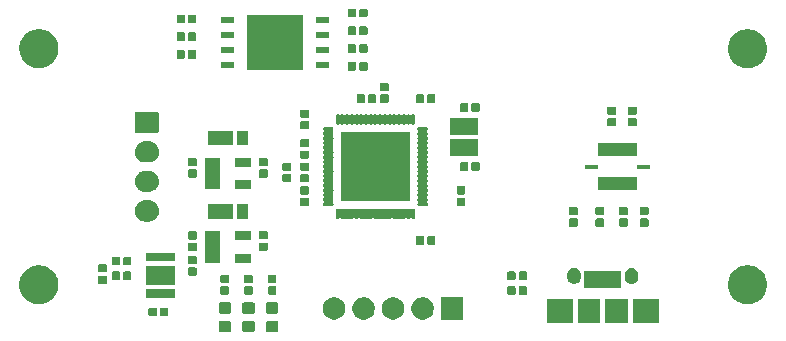
<source format=gts>
G04 #@! TF.GenerationSoftware,KiCad,Pcbnew,(5.0.2)-1*
G04 #@! TF.CreationDate,2019-10-12T17:01:28+09:00*
G04 #@! TF.ProjectId,Motion,4d6f7469-6f6e-42e6-9b69-6361645f7063,rev?*
G04 #@! TF.SameCoordinates,Original*
G04 #@! TF.FileFunction,Soldermask,Top*
G04 #@! TF.FilePolarity,Negative*
%FSLAX46Y46*%
G04 Gerber Fmt 4.6, Leading zero omitted, Abs format (unit mm)*
G04 Created by KiCad (PCBNEW (5.0.2)-1) date 2019/10/12 17:01:28*
%MOMM*%
%LPD*%
G01*
G04 APERTURE LIST*
%ADD10C,0.100000*%
G04 APERTURE END LIST*
D10*
G36*
X136129591Y-103053085D02*
X136163569Y-103063393D01*
X136194887Y-103080133D01*
X136222339Y-103102661D01*
X136244867Y-103130113D01*
X136261607Y-103161431D01*
X136271915Y-103195409D01*
X136276000Y-103236890D01*
X136276000Y-103838110D01*
X136271915Y-103879591D01*
X136261607Y-103913569D01*
X136244867Y-103944887D01*
X136222339Y-103972339D01*
X136194887Y-103994867D01*
X136163569Y-104011607D01*
X136129591Y-104021915D01*
X136088110Y-104026000D01*
X135411890Y-104026000D01*
X135370409Y-104021915D01*
X135336431Y-104011607D01*
X135305113Y-103994867D01*
X135277661Y-103972339D01*
X135255133Y-103944887D01*
X135238393Y-103913569D01*
X135228085Y-103879591D01*
X135224000Y-103838110D01*
X135224000Y-103236890D01*
X135228085Y-103195409D01*
X135238393Y-103161431D01*
X135255133Y-103130113D01*
X135277661Y-103102661D01*
X135305113Y-103080133D01*
X135336431Y-103063393D01*
X135370409Y-103053085D01*
X135411890Y-103049000D01*
X136088110Y-103049000D01*
X136129591Y-103053085D01*
X136129591Y-103053085D01*
G37*
G36*
X138129591Y-103053085D02*
X138163569Y-103063393D01*
X138194887Y-103080133D01*
X138222339Y-103102661D01*
X138244867Y-103130113D01*
X138261607Y-103161431D01*
X138271915Y-103195409D01*
X138276000Y-103236890D01*
X138276000Y-103838110D01*
X138271915Y-103879591D01*
X138261607Y-103913569D01*
X138244867Y-103944887D01*
X138222339Y-103972339D01*
X138194887Y-103994867D01*
X138163569Y-104011607D01*
X138129591Y-104021915D01*
X138088110Y-104026000D01*
X137411890Y-104026000D01*
X137370409Y-104021915D01*
X137336431Y-104011607D01*
X137305113Y-103994867D01*
X137277661Y-103972339D01*
X137255133Y-103944887D01*
X137238393Y-103913569D01*
X137228085Y-103879591D01*
X137224000Y-103838110D01*
X137224000Y-103236890D01*
X137228085Y-103195409D01*
X137238393Y-103161431D01*
X137255133Y-103130113D01*
X137277661Y-103102661D01*
X137305113Y-103080133D01*
X137336431Y-103063393D01*
X137370409Y-103053085D01*
X137411890Y-103049000D01*
X138088110Y-103049000D01*
X138129591Y-103053085D01*
X138129591Y-103053085D01*
G37*
G36*
X140129591Y-103053085D02*
X140163569Y-103063393D01*
X140194887Y-103080133D01*
X140222339Y-103102661D01*
X140244867Y-103130113D01*
X140261607Y-103161431D01*
X140271915Y-103195409D01*
X140276000Y-103236890D01*
X140276000Y-103838110D01*
X140271915Y-103879591D01*
X140261607Y-103913569D01*
X140244867Y-103944887D01*
X140222339Y-103972339D01*
X140194887Y-103994867D01*
X140163569Y-104011607D01*
X140129591Y-104021915D01*
X140088110Y-104026000D01*
X139411890Y-104026000D01*
X139370409Y-104021915D01*
X139336431Y-104011607D01*
X139305113Y-103994867D01*
X139277661Y-103972339D01*
X139255133Y-103944887D01*
X139238393Y-103913569D01*
X139228085Y-103879591D01*
X139224000Y-103838110D01*
X139224000Y-103236890D01*
X139228085Y-103195409D01*
X139238393Y-103161431D01*
X139255133Y-103130113D01*
X139277661Y-103102661D01*
X139305113Y-103080133D01*
X139336431Y-103063393D01*
X139370409Y-103053085D01*
X139411890Y-103049000D01*
X140088110Y-103049000D01*
X140129591Y-103053085D01*
X140129591Y-103053085D01*
G37*
G36*
X172501000Y-103251000D02*
X170299000Y-103251000D01*
X170299000Y-101249000D01*
X172501000Y-101249000D01*
X172501000Y-103251000D01*
X172501000Y-103251000D01*
G37*
G36*
X169851000Y-103251000D02*
X167949000Y-103251000D01*
X167949000Y-101249000D01*
X169851000Y-101249000D01*
X169851000Y-103251000D01*
X169851000Y-103251000D01*
G37*
G36*
X165201000Y-103251000D02*
X162999000Y-103251000D01*
X162999000Y-101249000D01*
X165201000Y-101249000D01*
X165201000Y-103251000D01*
X165201000Y-103251000D01*
G37*
G36*
X167551000Y-103251000D02*
X165649000Y-103251000D01*
X165649000Y-101249000D01*
X167551000Y-101249000D01*
X167551000Y-103251000D01*
X167551000Y-103251000D01*
G37*
G36*
X155951000Y-102951000D02*
X154049000Y-102951000D01*
X154049000Y-101049000D01*
X155951000Y-101049000D01*
X155951000Y-102951000D01*
X155951000Y-102951000D01*
G37*
G36*
X152777396Y-101085546D02*
X152950466Y-101157234D01*
X153106230Y-101261312D01*
X153238688Y-101393770D01*
X153342766Y-101549534D01*
X153414454Y-101722604D01*
X153451000Y-101906333D01*
X153451000Y-102093667D01*
X153414454Y-102277396D01*
X153342766Y-102450466D01*
X153238688Y-102606230D01*
X153106230Y-102738688D01*
X152950466Y-102842766D01*
X152777396Y-102914454D01*
X152593667Y-102951000D01*
X152406333Y-102951000D01*
X152222604Y-102914454D01*
X152049534Y-102842766D01*
X151893770Y-102738688D01*
X151761312Y-102606230D01*
X151657234Y-102450466D01*
X151585546Y-102277396D01*
X151549000Y-102093667D01*
X151549000Y-101906333D01*
X151585546Y-101722604D01*
X151657234Y-101549534D01*
X151761312Y-101393770D01*
X151893770Y-101261312D01*
X152049534Y-101157234D01*
X152222604Y-101085546D01*
X152406333Y-101049000D01*
X152593667Y-101049000D01*
X152777396Y-101085546D01*
X152777396Y-101085546D01*
G37*
G36*
X150277396Y-101085546D02*
X150450466Y-101157234D01*
X150606230Y-101261312D01*
X150738688Y-101393770D01*
X150842766Y-101549534D01*
X150914454Y-101722604D01*
X150951000Y-101906333D01*
X150951000Y-102093667D01*
X150914454Y-102277396D01*
X150842766Y-102450466D01*
X150738688Y-102606230D01*
X150606230Y-102738688D01*
X150450466Y-102842766D01*
X150277396Y-102914454D01*
X150093667Y-102951000D01*
X149906333Y-102951000D01*
X149722604Y-102914454D01*
X149549534Y-102842766D01*
X149393770Y-102738688D01*
X149261312Y-102606230D01*
X149157234Y-102450466D01*
X149085546Y-102277396D01*
X149049000Y-102093667D01*
X149049000Y-101906333D01*
X149085546Y-101722604D01*
X149157234Y-101549534D01*
X149261312Y-101393770D01*
X149393770Y-101261312D01*
X149549534Y-101157234D01*
X149722604Y-101085546D01*
X149906333Y-101049000D01*
X150093667Y-101049000D01*
X150277396Y-101085546D01*
X150277396Y-101085546D01*
G37*
G36*
X147777396Y-101085546D02*
X147950466Y-101157234D01*
X148106230Y-101261312D01*
X148238688Y-101393770D01*
X148342766Y-101549534D01*
X148414454Y-101722604D01*
X148451000Y-101906333D01*
X148451000Y-102093667D01*
X148414454Y-102277396D01*
X148342766Y-102450466D01*
X148238688Y-102606230D01*
X148106230Y-102738688D01*
X147950466Y-102842766D01*
X147777396Y-102914454D01*
X147593667Y-102951000D01*
X147406333Y-102951000D01*
X147222604Y-102914454D01*
X147049534Y-102842766D01*
X146893770Y-102738688D01*
X146761312Y-102606230D01*
X146657234Y-102450466D01*
X146585546Y-102277396D01*
X146549000Y-102093667D01*
X146549000Y-101906333D01*
X146585546Y-101722604D01*
X146657234Y-101549534D01*
X146761312Y-101393770D01*
X146893770Y-101261312D01*
X147049534Y-101157234D01*
X147222604Y-101085546D01*
X147406333Y-101049000D01*
X147593667Y-101049000D01*
X147777396Y-101085546D01*
X147777396Y-101085546D01*
G37*
G36*
X145277396Y-101085546D02*
X145450466Y-101157234D01*
X145606230Y-101261312D01*
X145738688Y-101393770D01*
X145842766Y-101549534D01*
X145914454Y-101722604D01*
X145951000Y-101906333D01*
X145951000Y-102093667D01*
X145914454Y-102277396D01*
X145842766Y-102450466D01*
X145738688Y-102606230D01*
X145606230Y-102738688D01*
X145450466Y-102842766D01*
X145277396Y-102914454D01*
X145093667Y-102951000D01*
X144906333Y-102951000D01*
X144722604Y-102914454D01*
X144549534Y-102842766D01*
X144393770Y-102738688D01*
X144261312Y-102606230D01*
X144157234Y-102450466D01*
X144085546Y-102277396D01*
X144049000Y-102093667D01*
X144049000Y-101906333D01*
X144085546Y-101722604D01*
X144157234Y-101549534D01*
X144261312Y-101393770D01*
X144393770Y-101261312D01*
X144549534Y-101157234D01*
X144722604Y-101085546D01*
X144906333Y-101049000D01*
X145093667Y-101049000D01*
X145277396Y-101085546D01*
X145277396Y-101085546D01*
G37*
G36*
X130856938Y-101931716D02*
X130877556Y-101937970D01*
X130896556Y-101948126D01*
X130913208Y-101961792D01*
X130926874Y-101978444D01*
X130937030Y-101997444D01*
X130943284Y-102018062D01*
X130946000Y-102045640D01*
X130946000Y-102554360D01*
X130943284Y-102581938D01*
X130937030Y-102602556D01*
X130926874Y-102621556D01*
X130913208Y-102638208D01*
X130896556Y-102651874D01*
X130877556Y-102662030D01*
X130856938Y-102668284D01*
X130829360Y-102671000D01*
X130370640Y-102671000D01*
X130343062Y-102668284D01*
X130322444Y-102662030D01*
X130303444Y-102651874D01*
X130286792Y-102638208D01*
X130273126Y-102621556D01*
X130262970Y-102602556D01*
X130256716Y-102581938D01*
X130254000Y-102554360D01*
X130254000Y-102045640D01*
X130256716Y-102018062D01*
X130262970Y-101997444D01*
X130273126Y-101978444D01*
X130286792Y-101961792D01*
X130303444Y-101948126D01*
X130322444Y-101937970D01*
X130343062Y-101931716D01*
X130370640Y-101929000D01*
X130829360Y-101929000D01*
X130856938Y-101931716D01*
X130856938Y-101931716D01*
G37*
G36*
X129886938Y-101931716D02*
X129907556Y-101937970D01*
X129926556Y-101948126D01*
X129943208Y-101961792D01*
X129956874Y-101978444D01*
X129967030Y-101997444D01*
X129973284Y-102018062D01*
X129976000Y-102045640D01*
X129976000Y-102554360D01*
X129973284Y-102581938D01*
X129967030Y-102602556D01*
X129956874Y-102621556D01*
X129943208Y-102638208D01*
X129926556Y-102651874D01*
X129907556Y-102662030D01*
X129886938Y-102668284D01*
X129859360Y-102671000D01*
X129400640Y-102671000D01*
X129373062Y-102668284D01*
X129352444Y-102662030D01*
X129333444Y-102651874D01*
X129316792Y-102638208D01*
X129303126Y-102621556D01*
X129292970Y-102602556D01*
X129286716Y-102581938D01*
X129284000Y-102554360D01*
X129284000Y-102045640D01*
X129286716Y-102018062D01*
X129292970Y-101997444D01*
X129303126Y-101978444D01*
X129316792Y-101961792D01*
X129333444Y-101948126D01*
X129352444Y-101937970D01*
X129373062Y-101931716D01*
X129400640Y-101929000D01*
X129859360Y-101929000D01*
X129886938Y-101931716D01*
X129886938Y-101931716D01*
G37*
G36*
X138129591Y-101478085D02*
X138163569Y-101488393D01*
X138194887Y-101505133D01*
X138222339Y-101527661D01*
X138244867Y-101555113D01*
X138261607Y-101586431D01*
X138271915Y-101620409D01*
X138276000Y-101661890D01*
X138276000Y-102263110D01*
X138271915Y-102304591D01*
X138261607Y-102338569D01*
X138244867Y-102369887D01*
X138222339Y-102397339D01*
X138194887Y-102419867D01*
X138163569Y-102436607D01*
X138129591Y-102446915D01*
X138088110Y-102451000D01*
X137411890Y-102451000D01*
X137370409Y-102446915D01*
X137336431Y-102436607D01*
X137305113Y-102419867D01*
X137277661Y-102397339D01*
X137255133Y-102369887D01*
X137238393Y-102338569D01*
X137228085Y-102304591D01*
X137224000Y-102263110D01*
X137224000Y-101661890D01*
X137228085Y-101620409D01*
X137238393Y-101586431D01*
X137255133Y-101555113D01*
X137277661Y-101527661D01*
X137305113Y-101505133D01*
X137336431Y-101488393D01*
X137370409Y-101478085D01*
X137411890Y-101474000D01*
X138088110Y-101474000D01*
X138129591Y-101478085D01*
X138129591Y-101478085D01*
G37*
G36*
X140129591Y-101478085D02*
X140163569Y-101488393D01*
X140194887Y-101505133D01*
X140222339Y-101527661D01*
X140244867Y-101555113D01*
X140261607Y-101586431D01*
X140271915Y-101620409D01*
X140276000Y-101661890D01*
X140276000Y-102263110D01*
X140271915Y-102304591D01*
X140261607Y-102338569D01*
X140244867Y-102369887D01*
X140222339Y-102397339D01*
X140194887Y-102419867D01*
X140163569Y-102436607D01*
X140129591Y-102446915D01*
X140088110Y-102451000D01*
X139411890Y-102451000D01*
X139370409Y-102446915D01*
X139336431Y-102436607D01*
X139305113Y-102419867D01*
X139277661Y-102397339D01*
X139255133Y-102369887D01*
X139238393Y-102338569D01*
X139228085Y-102304591D01*
X139224000Y-102263110D01*
X139224000Y-101661890D01*
X139228085Y-101620409D01*
X139238393Y-101586431D01*
X139255133Y-101555113D01*
X139277661Y-101527661D01*
X139305113Y-101505133D01*
X139336431Y-101488393D01*
X139370409Y-101478085D01*
X139411890Y-101474000D01*
X140088110Y-101474000D01*
X140129591Y-101478085D01*
X140129591Y-101478085D01*
G37*
G36*
X136129591Y-101478085D02*
X136163569Y-101488393D01*
X136194887Y-101505133D01*
X136222339Y-101527661D01*
X136244867Y-101555113D01*
X136261607Y-101586431D01*
X136271915Y-101620409D01*
X136276000Y-101661890D01*
X136276000Y-102263110D01*
X136271915Y-102304591D01*
X136261607Y-102338569D01*
X136244867Y-102369887D01*
X136222339Y-102397339D01*
X136194887Y-102419867D01*
X136163569Y-102436607D01*
X136129591Y-102446915D01*
X136088110Y-102451000D01*
X135411890Y-102451000D01*
X135370409Y-102446915D01*
X135336431Y-102436607D01*
X135305113Y-102419867D01*
X135277661Y-102397339D01*
X135255133Y-102369887D01*
X135238393Y-102338569D01*
X135228085Y-102304591D01*
X135224000Y-102263110D01*
X135224000Y-101661890D01*
X135228085Y-101620409D01*
X135238393Y-101586431D01*
X135255133Y-101555113D01*
X135277661Y-101527661D01*
X135305113Y-101505133D01*
X135336431Y-101488393D01*
X135370409Y-101478085D01*
X135411890Y-101474000D01*
X136088110Y-101474000D01*
X136129591Y-101478085D01*
X136129591Y-101478085D01*
G37*
G36*
X120288293Y-98374000D02*
X120481579Y-98412447D01*
X120782042Y-98536903D01*
X120945011Y-98645796D01*
X121052454Y-98717587D01*
X121282413Y-98947546D01*
X121282415Y-98947549D01*
X121459032Y-99211874D01*
X121463098Y-99217960D01*
X121477268Y-99252169D01*
X121587553Y-99518421D01*
X121594343Y-99552556D01*
X121651000Y-99837389D01*
X121651000Y-100162611D01*
X121587553Y-100481578D01*
X121471169Y-100762556D01*
X121463097Y-100782042D01*
X121405878Y-100867676D01*
X121282413Y-101052454D01*
X121052454Y-101282413D01*
X121052451Y-101282415D01*
X120782042Y-101463097D01*
X120481579Y-101587553D01*
X120375256Y-101608702D01*
X120162611Y-101651000D01*
X119837389Y-101651000D01*
X119624744Y-101608702D01*
X119518421Y-101587553D01*
X119217958Y-101463097D01*
X118947549Y-101282415D01*
X118947546Y-101282413D01*
X118717587Y-101052454D01*
X118594122Y-100867676D01*
X118536903Y-100782042D01*
X118528832Y-100762556D01*
X118412447Y-100481578D01*
X118349000Y-100162611D01*
X118349000Y-99837389D01*
X118405657Y-99552556D01*
X118412447Y-99518421D01*
X118522732Y-99252169D01*
X118536902Y-99217960D01*
X118540969Y-99211874D01*
X118717585Y-98947549D01*
X118717587Y-98947546D01*
X118947546Y-98717587D01*
X119054989Y-98645796D01*
X119217958Y-98536903D01*
X119518421Y-98412447D01*
X119711707Y-98374000D01*
X119837389Y-98349000D01*
X120162611Y-98349000D01*
X120288293Y-98374000D01*
X120288293Y-98374000D01*
G37*
G36*
X180288293Y-98374000D02*
X180481579Y-98412447D01*
X180782042Y-98536903D01*
X180945011Y-98645796D01*
X181052454Y-98717587D01*
X181282413Y-98947546D01*
X181282415Y-98947549D01*
X181459032Y-99211874D01*
X181463098Y-99217960D01*
X181477268Y-99252169D01*
X181587553Y-99518421D01*
X181594343Y-99552556D01*
X181651000Y-99837389D01*
X181651000Y-100162611D01*
X181587553Y-100481578D01*
X181471169Y-100762556D01*
X181463097Y-100782042D01*
X181405878Y-100867676D01*
X181282413Y-101052454D01*
X181052454Y-101282413D01*
X181052451Y-101282415D01*
X180782042Y-101463097D01*
X180481579Y-101587553D01*
X180375256Y-101608702D01*
X180162611Y-101651000D01*
X179837389Y-101651000D01*
X179624744Y-101608702D01*
X179518421Y-101587553D01*
X179217958Y-101463097D01*
X178947549Y-101282415D01*
X178947546Y-101282413D01*
X178717587Y-101052454D01*
X178594122Y-100867676D01*
X178536903Y-100782042D01*
X178528832Y-100762556D01*
X178412447Y-100481578D01*
X178349000Y-100162611D01*
X178349000Y-99837389D01*
X178405657Y-99552556D01*
X178412447Y-99518421D01*
X178522732Y-99252169D01*
X178536902Y-99217960D01*
X178540969Y-99211874D01*
X178717585Y-98947549D01*
X178717587Y-98947546D01*
X178947546Y-98717587D01*
X179054989Y-98645796D01*
X179217958Y-98536903D01*
X179518421Y-98412447D01*
X179711707Y-98374000D01*
X179837389Y-98349000D01*
X180162611Y-98349000D01*
X180288293Y-98374000D01*
X180288293Y-98374000D01*
G37*
G36*
X131501000Y-101126000D02*
X129099000Y-101126000D01*
X129099000Y-100374000D01*
X131501000Y-100374000D01*
X131501000Y-101126000D01*
X131501000Y-101126000D01*
G37*
G36*
X160271938Y-100131716D02*
X160292556Y-100137970D01*
X160311556Y-100148126D01*
X160328208Y-100161792D01*
X160341874Y-100178444D01*
X160352030Y-100197444D01*
X160358284Y-100218062D01*
X160361000Y-100245640D01*
X160361000Y-100754360D01*
X160358284Y-100781938D01*
X160352030Y-100802556D01*
X160341874Y-100821556D01*
X160328208Y-100838208D01*
X160311556Y-100851874D01*
X160292556Y-100862030D01*
X160271938Y-100868284D01*
X160244360Y-100871000D01*
X159785640Y-100871000D01*
X159758062Y-100868284D01*
X159737444Y-100862030D01*
X159718444Y-100851874D01*
X159701792Y-100838208D01*
X159688126Y-100821556D01*
X159677970Y-100802556D01*
X159671716Y-100781938D01*
X159669000Y-100754360D01*
X159669000Y-100245640D01*
X159671716Y-100218062D01*
X159677970Y-100197444D01*
X159688126Y-100178444D01*
X159701792Y-100161792D01*
X159718444Y-100148126D01*
X159737444Y-100137970D01*
X159758062Y-100131716D01*
X159785640Y-100129000D01*
X160244360Y-100129000D01*
X160271938Y-100131716D01*
X160271938Y-100131716D01*
G37*
G36*
X161241938Y-100131716D02*
X161262556Y-100137970D01*
X161281556Y-100148126D01*
X161298208Y-100161792D01*
X161311874Y-100178444D01*
X161322030Y-100197444D01*
X161328284Y-100218062D01*
X161331000Y-100245640D01*
X161331000Y-100754360D01*
X161328284Y-100781938D01*
X161322030Y-100802556D01*
X161311874Y-100821556D01*
X161298208Y-100838208D01*
X161281556Y-100851874D01*
X161262556Y-100862030D01*
X161241938Y-100868284D01*
X161214360Y-100871000D01*
X160755640Y-100871000D01*
X160728062Y-100868284D01*
X160707444Y-100862030D01*
X160688444Y-100851874D01*
X160671792Y-100838208D01*
X160658126Y-100821556D01*
X160647970Y-100802556D01*
X160641716Y-100781938D01*
X160639000Y-100754360D01*
X160639000Y-100245640D01*
X160641716Y-100218062D01*
X160647970Y-100197444D01*
X160658126Y-100178444D01*
X160671792Y-100161792D01*
X160688444Y-100148126D01*
X160707444Y-100137970D01*
X160728062Y-100131716D01*
X160755640Y-100129000D01*
X161214360Y-100129000D01*
X161241938Y-100131716D01*
X161241938Y-100131716D01*
G37*
G36*
X136031938Y-100141716D02*
X136052556Y-100147970D01*
X136071556Y-100158126D01*
X136088208Y-100171792D01*
X136101874Y-100188444D01*
X136112030Y-100207444D01*
X136118284Y-100228062D01*
X136121000Y-100255640D01*
X136121000Y-100714360D01*
X136118284Y-100741938D01*
X136112030Y-100762556D01*
X136101874Y-100781556D01*
X136088208Y-100798208D01*
X136071556Y-100811874D01*
X136052556Y-100822030D01*
X136031938Y-100828284D01*
X136004360Y-100831000D01*
X135495640Y-100831000D01*
X135468062Y-100828284D01*
X135447444Y-100822030D01*
X135428444Y-100811874D01*
X135411792Y-100798208D01*
X135398126Y-100781556D01*
X135387970Y-100762556D01*
X135381716Y-100741938D01*
X135379000Y-100714360D01*
X135379000Y-100255640D01*
X135381716Y-100228062D01*
X135387970Y-100207444D01*
X135398126Y-100188444D01*
X135411792Y-100171792D01*
X135428444Y-100158126D01*
X135447444Y-100147970D01*
X135468062Y-100141716D01*
X135495640Y-100139000D01*
X136004360Y-100139000D01*
X136031938Y-100141716D01*
X136031938Y-100141716D01*
G37*
G36*
X140031938Y-100141716D02*
X140052556Y-100147970D01*
X140071556Y-100158126D01*
X140088208Y-100171792D01*
X140101874Y-100188444D01*
X140112030Y-100207444D01*
X140118284Y-100228062D01*
X140121000Y-100255640D01*
X140121000Y-100714360D01*
X140118284Y-100741938D01*
X140112030Y-100762556D01*
X140101874Y-100781556D01*
X140088208Y-100798208D01*
X140071556Y-100811874D01*
X140052556Y-100822030D01*
X140031938Y-100828284D01*
X140004360Y-100831000D01*
X139495640Y-100831000D01*
X139468062Y-100828284D01*
X139447444Y-100822030D01*
X139428444Y-100811874D01*
X139411792Y-100798208D01*
X139398126Y-100781556D01*
X139387970Y-100762556D01*
X139381716Y-100741938D01*
X139379000Y-100714360D01*
X139379000Y-100255640D01*
X139381716Y-100228062D01*
X139387970Y-100207444D01*
X139398126Y-100188444D01*
X139411792Y-100171792D01*
X139428444Y-100158126D01*
X139447444Y-100147970D01*
X139468062Y-100141716D01*
X139495640Y-100139000D01*
X140004360Y-100139000D01*
X140031938Y-100141716D01*
X140031938Y-100141716D01*
G37*
G36*
X138031938Y-100141716D02*
X138052556Y-100147970D01*
X138071556Y-100158126D01*
X138088208Y-100171792D01*
X138101874Y-100188444D01*
X138112030Y-100207444D01*
X138118284Y-100228062D01*
X138121000Y-100255640D01*
X138121000Y-100714360D01*
X138118284Y-100741938D01*
X138112030Y-100762556D01*
X138101874Y-100781556D01*
X138088208Y-100798208D01*
X138071556Y-100811874D01*
X138052556Y-100822030D01*
X138031938Y-100828284D01*
X138004360Y-100831000D01*
X137495640Y-100831000D01*
X137468062Y-100828284D01*
X137447444Y-100822030D01*
X137428444Y-100811874D01*
X137411792Y-100798208D01*
X137398126Y-100781556D01*
X137387970Y-100762556D01*
X137381716Y-100741938D01*
X137379000Y-100714360D01*
X137379000Y-100255640D01*
X137381716Y-100228062D01*
X137387970Y-100207444D01*
X137398126Y-100188444D01*
X137411792Y-100171792D01*
X137428444Y-100158126D01*
X137447444Y-100147970D01*
X137468062Y-100141716D01*
X137495640Y-100139000D01*
X138004360Y-100139000D01*
X138031938Y-100141716D01*
X138031938Y-100141716D01*
G37*
G36*
X169301000Y-100301000D02*
X166199000Y-100301000D01*
X166199000Y-98849000D01*
X169301000Y-98849000D01*
X169301000Y-100301000D01*
X169301000Y-100301000D01*
G37*
G36*
X131551000Y-100026000D02*
X129049000Y-100026000D01*
X129049000Y-98374000D01*
X131551000Y-98374000D01*
X131551000Y-100026000D01*
X131551000Y-100026000D01*
G37*
G36*
X125681938Y-99241716D02*
X125702556Y-99247970D01*
X125721556Y-99258126D01*
X125738208Y-99271792D01*
X125751874Y-99288444D01*
X125762030Y-99307444D01*
X125768284Y-99328062D01*
X125771000Y-99355640D01*
X125771000Y-99814360D01*
X125768284Y-99841938D01*
X125762030Y-99862556D01*
X125751874Y-99881556D01*
X125738208Y-99898208D01*
X125721556Y-99911874D01*
X125702556Y-99922030D01*
X125681938Y-99928284D01*
X125654360Y-99931000D01*
X125145640Y-99931000D01*
X125118062Y-99928284D01*
X125097444Y-99922030D01*
X125078444Y-99911874D01*
X125061792Y-99898208D01*
X125048126Y-99881556D01*
X125037970Y-99862556D01*
X125031716Y-99841938D01*
X125029000Y-99814360D01*
X125029000Y-99355640D01*
X125031716Y-99328062D01*
X125037970Y-99307444D01*
X125048126Y-99288444D01*
X125061792Y-99271792D01*
X125078444Y-99258126D01*
X125097444Y-99247970D01*
X125118062Y-99241716D01*
X125145640Y-99239000D01*
X125654360Y-99239000D01*
X125681938Y-99241716D01*
X125681938Y-99241716D01*
G37*
G36*
X170287915Y-98582334D02*
X170396491Y-98615271D01*
X170496556Y-98668756D01*
X170584264Y-98740736D01*
X170656244Y-98828443D01*
X170709729Y-98928508D01*
X170742666Y-99037084D01*
X170751000Y-99121702D01*
X170751000Y-99378297D01*
X170742666Y-99462915D01*
X170709729Y-99571491D01*
X170656244Y-99671556D01*
X170584264Y-99759264D01*
X170496557Y-99831244D01*
X170396492Y-99884729D01*
X170287916Y-99917666D01*
X170175000Y-99928787D01*
X170062085Y-99917666D01*
X169953509Y-99884729D01*
X169853444Y-99831244D01*
X169805322Y-99791751D01*
X169765739Y-99759266D01*
X169764700Y-99758000D01*
X169693757Y-99671557D01*
X169640271Y-99571492D01*
X169607334Y-99462916D01*
X169599000Y-99378298D01*
X169599000Y-99121703D01*
X169607334Y-99037085D01*
X169640271Y-98928509D01*
X169693756Y-98828444D01*
X169765736Y-98740736D01*
X169853443Y-98668756D01*
X169953508Y-98615271D01*
X170062084Y-98582334D01*
X170175000Y-98571213D01*
X170287915Y-98582334D01*
X170287915Y-98582334D01*
G37*
G36*
X165437915Y-98582334D02*
X165546491Y-98615271D01*
X165646556Y-98668756D01*
X165734264Y-98740736D01*
X165806244Y-98828443D01*
X165859729Y-98928508D01*
X165892666Y-99037084D01*
X165901000Y-99121702D01*
X165901000Y-99378297D01*
X165892666Y-99462915D01*
X165859729Y-99571491D01*
X165806244Y-99671556D01*
X165734264Y-99759264D01*
X165646557Y-99831244D01*
X165546492Y-99884729D01*
X165437916Y-99917666D01*
X165325000Y-99928787D01*
X165212085Y-99917666D01*
X165103509Y-99884729D01*
X165003444Y-99831244D01*
X164955322Y-99791751D01*
X164915739Y-99759266D01*
X164914700Y-99758000D01*
X164843757Y-99671557D01*
X164790271Y-99571492D01*
X164757334Y-99462916D01*
X164749000Y-99378298D01*
X164749000Y-99121703D01*
X164757334Y-99037085D01*
X164790271Y-98928509D01*
X164843756Y-98828444D01*
X164915736Y-98740736D01*
X165003443Y-98668756D01*
X165103508Y-98615271D01*
X165212084Y-98582334D01*
X165325000Y-98571213D01*
X165437915Y-98582334D01*
X165437915Y-98582334D01*
G37*
G36*
X140031938Y-99171716D02*
X140052556Y-99177970D01*
X140071556Y-99188126D01*
X140088208Y-99201792D01*
X140101874Y-99218444D01*
X140112030Y-99237444D01*
X140118284Y-99258062D01*
X140121000Y-99285640D01*
X140121000Y-99744360D01*
X140118284Y-99771938D01*
X140112030Y-99792556D01*
X140101874Y-99811556D01*
X140088208Y-99828208D01*
X140071556Y-99841874D01*
X140052556Y-99852030D01*
X140031938Y-99858284D01*
X140004360Y-99861000D01*
X139495640Y-99861000D01*
X139468062Y-99858284D01*
X139447444Y-99852030D01*
X139428444Y-99841874D01*
X139411792Y-99828208D01*
X139398126Y-99811556D01*
X139387970Y-99792556D01*
X139381716Y-99771938D01*
X139379000Y-99744360D01*
X139379000Y-99285640D01*
X139381716Y-99258062D01*
X139387970Y-99237444D01*
X139398126Y-99218444D01*
X139411792Y-99201792D01*
X139428444Y-99188126D01*
X139447444Y-99177970D01*
X139468062Y-99171716D01*
X139495640Y-99169000D01*
X140004360Y-99169000D01*
X140031938Y-99171716D01*
X140031938Y-99171716D01*
G37*
G36*
X136031938Y-99171716D02*
X136052556Y-99177970D01*
X136071556Y-99188126D01*
X136088208Y-99201792D01*
X136101874Y-99218444D01*
X136112030Y-99237444D01*
X136118284Y-99258062D01*
X136121000Y-99285640D01*
X136121000Y-99744360D01*
X136118284Y-99771938D01*
X136112030Y-99792556D01*
X136101874Y-99811556D01*
X136088208Y-99828208D01*
X136071556Y-99841874D01*
X136052556Y-99852030D01*
X136031938Y-99858284D01*
X136004360Y-99861000D01*
X135495640Y-99861000D01*
X135468062Y-99858284D01*
X135447444Y-99852030D01*
X135428444Y-99841874D01*
X135411792Y-99828208D01*
X135398126Y-99811556D01*
X135387970Y-99792556D01*
X135381716Y-99771938D01*
X135379000Y-99744360D01*
X135379000Y-99285640D01*
X135381716Y-99258062D01*
X135387970Y-99237444D01*
X135398126Y-99218444D01*
X135411792Y-99201792D01*
X135428444Y-99188126D01*
X135447444Y-99177970D01*
X135468062Y-99171716D01*
X135495640Y-99169000D01*
X136004360Y-99169000D01*
X136031938Y-99171716D01*
X136031938Y-99171716D01*
G37*
G36*
X138031938Y-99171716D02*
X138052556Y-99177970D01*
X138071556Y-99188126D01*
X138088208Y-99201792D01*
X138101874Y-99218444D01*
X138112030Y-99237444D01*
X138118284Y-99258062D01*
X138121000Y-99285640D01*
X138121000Y-99744360D01*
X138118284Y-99771938D01*
X138112030Y-99792556D01*
X138101874Y-99811556D01*
X138088208Y-99828208D01*
X138071556Y-99841874D01*
X138052556Y-99852030D01*
X138031938Y-99858284D01*
X138004360Y-99861000D01*
X137495640Y-99861000D01*
X137468062Y-99858284D01*
X137447444Y-99852030D01*
X137428444Y-99841874D01*
X137411792Y-99828208D01*
X137398126Y-99811556D01*
X137387970Y-99792556D01*
X137381716Y-99771938D01*
X137379000Y-99744360D01*
X137379000Y-99285640D01*
X137381716Y-99258062D01*
X137387970Y-99237444D01*
X137398126Y-99218444D01*
X137411792Y-99201792D01*
X137428444Y-99188126D01*
X137447444Y-99177970D01*
X137468062Y-99171716D01*
X137495640Y-99169000D01*
X138004360Y-99169000D01*
X138031938Y-99171716D01*
X138031938Y-99171716D01*
G37*
G36*
X127756938Y-98881716D02*
X127777556Y-98887970D01*
X127796556Y-98898126D01*
X127813208Y-98911792D01*
X127826874Y-98928444D01*
X127837030Y-98947444D01*
X127843284Y-98968062D01*
X127846000Y-98995640D01*
X127846000Y-99504360D01*
X127843284Y-99531938D01*
X127837030Y-99552556D01*
X127826874Y-99571556D01*
X127813208Y-99588208D01*
X127796556Y-99601874D01*
X127777556Y-99612030D01*
X127756938Y-99618284D01*
X127729360Y-99621000D01*
X127270640Y-99621000D01*
X127243062Y-99618284D01*
X127222444Y-99612030D01*
X127203444Y-99601874D01*
X127186792Y-99588208D01*
X127173126Y-99571556D01*
X127162970Y-99552556D01*
X127156716Y-99531938D01*
X127154000Y-99504360D01*
X127154000Y-98995640D01*
X127156716Y-98968062D01*
X127162970Y-98947444D01*
X127173126Y-98928444D01*
X127186792Y-98911792D01*
X127203444Y-98898126D01*
X127222444Y-98887970D01*
X127243062Y-98881716D01*
X127270640Y-98879000D01*
X127729360Y-98879000D01*
X127756938Y-98881716D01*
X127756938Y-98881716D01*
G37*
G36*
X126786938Y-98881716D02*
X126807556Y-98887970D01*
X126826556Y-98898126D01*
X126843208Y-98911792D01*
X126856874Y-98928444D01*
X126867030Y-98947444D01*
X126873284Y-98968062D01*
X126876000Y-98995640D01*
X126876000Y-99504360D01*
X126873284Y-99531938D01*
X126867030Y-99552556D01*
X126856874Y-99571556D01*
X126843208Y-99588208D01*
X126826556Y-99601874D01*
X126807556Y-99612030D01*
X126786938Y-99618284D01*
X126759360Y-99621000D01*
X126300640Y-99621000D01*
X126273062Y-99618284D01*
X126252444Y-99612030D01*
X126233444Y-99601874D01*
X126216792Y-99588208D01*
X126203126Y-99571556D01*
X126192970Y-99552556D01*
X126186716Y-99531938D01*
X126184000Y-99504360D01*
X126184000Y-98995640D01*
X126186716Y-98968062D01*
X126192970Y-98947444D01*
X126203126Y-98928444D01*
X126216792Y-98911792D01*
X126233444Y-98898126D01*
X126252444Y-98887970D01*
X126273062Y-98881716D01*
X126300640Y-98879000D01*
X126759360Y-98879000D01*
X126786938Y-98881716D01*
X126786938Y-98881716D01*
G37*
G36*
X160271938Y-98881716D02*
X160292556Y-98887970D01*
X160311556Y-98898126D01*
X160328208Y-98911792D01*
X160341874Y-98928444D01*
X160352030Y-98947444D01*
X160358284Y-98968062D01*
X160361000Y-98995640D01*
X160361000Y-99504360D01*
X160358284Y-99531938D01*
X160352030Y-99552556D01*
X160341874Y-99571556D01*
X160328208Y-99588208D01*
X160311556Y-99601874D01*
X160292556Y-99612030D01*
X160271938Y-99618284D01*
X160244360Y-99621000D01*
X159785640Y-99621000D01*
X159758062Y-99618284D01*
X159737444Y-99612030D01*
X159718444Y-99601874D01*
X159701792Y-99588208D01*
X159688126Y-99571556D01*
X159677970Y-99552556D01*
X159671716Y-99531938D01*
X159669000Y-99504360D01*
X159669000Y-98995640D01*
X159671716Y-98968062D01*
X159677970Y-98947444D01*
X159688126Y-98928444D01*
X159701792Y-98911792D01*
X159718444Y-98898126D01*
X159737444Y-98887970D01*
X159758062Y-98881716D01*
X159785640Y-98879000D01*
X160244360Y-98879000D01*
X160271938Y-98881716D01*
X160271938Y-98881716D01*
G37*
G36*
X161241938Y-98881716D02*
X161262556Y-98887970D01*
X161281556Y-98898126D01*
X161298208Y-98911792D01*
X161311874Y-98928444D01*
X161322030Y-98947444D01*
X161328284Y-98968062D01*
X161331000Y-98995640D01*
X161331000Y-99504360D01*
X161328284Y-99531938D01*
X161322030Y-99552556D01*
X161311874Y-99571556D01*
X161298208Y-99588208D01*
X161281556Y-99601874D01*
X161262556Y-99612030D01*
X161241938Y-99618284D01*
X161214360Y-99621000D01*
X160755640Y-99621000D01*
X160728062Y-99618284D01*
X160707444Y-99612030D01*
X160688444Y-99601874D01*
X160671792Y-99588208D01*
X160658126Y-99571556D01*
X160647970Y-99552556D01*
X160641716Y-99531938D01*
X160639000Y-99504360D01*
X160639000Y-98995640D01*
X160641716Y-98968062D01*
X160647970Y-98947444D01*
X160658126Y-98928444D01*
X160671792Y-98911792D01*
X160688444Y-98898126D01*
X160707444Y-98887970D01*
X160728062Y-98881716D01*
X160755640Y-98879000D01*
X161214360Y-98879000D01*
X161241938Y-98881716D01*
X161241938Y-98881716D01*
G37*
G36*
X133281938Y-98541716D02*
X133302556Y-98547970D01*
X133321556Y-98558126D01*
X133338208Y-98571792D01*
X133351874Y-98588444D01*
X133362030Y-98607444D01*
X133368284Y-98628062D01*
X133371000Y-98655640D01*
X133371000Y-99114360D01*
X133368284Y-99141938D01*
X133362030Y-99162556D01*
X133351874Y-99181556D01*
X133338208Y-99198208D01*
X133321556Y-99211874D01*
X133302556Y-99222030D01*
X133281938Y-99228284D01*
X133254360Y-99231000D01*
X132745640Y-99231000D01*
X132718062Y-99228284D01*
X132697444Y-99222030D01*
X132678444Y-99211874D01*
X132661792Y-99198208D01*
X132648126Y-99181556D01*
X132637970Y-99162556D01*
X132631716Y-99141938D01*
X132629000Y-99114360D01*
X132629000Y-98655640D01*
X132631716Y-98628062D01*
X132637970Y-98607444D01*
X132648126Y-98588444D01*
X132661792Y-98571792D01*
X132678444Y-98558126D01*
X132697444Y-98547970D01*
X132718062Y-98541716D01*
X132745640Y-98539000D01*
X133254360Y-98539000D01*
X133281938Y-98541716D01*
X133281938Y-98541716D01*
G37*
G36*
X125681938Y-98271716D02*
X125702556Y-98277970D01*
X125721556Y-98288126D01*
X125738208Y-98301792D01*
X125751874Y-98318444D01*
X125762030Y-98337444D01*
X125768284Y-98358062D01*
X125771000Y-98385640D01*
X125771000Y-98844360D01*
X125768284Y-98871938D01*
X125762030Y-98892556D01*
X125751874Y-98911556D01*
X125738208Y-98928208D01*
X125721556Y-98941874D01*
X125702556Y-98952030D01*
X125681938Y-98958284D01*
X125654360Y-98961000D01*
X125145640Y-98961000D01*
X125118062Y-98958284D01*
X125097444Y-98952030D01*
X125078444Y-98941874D01*
X125061792Y-98928208D01*
X125048126Y-98911556D01*
X125037970Y-98892556D01*
X125031716Y-98871938D01*
X125029000Y-98844360D01*
X125029000Y-98385640D01*
X125031716Y-98358062D01*
X125037970Y-98337444D01*
X125048126Y-98318444D01*
X125061792Y-98301792D01*
X125078444Y-98288126D01*
X125097444Y-98277970D01*
X125118062Y-98271716D01*
X125145640Y-98269000D01*
X125654360Y-98269000D01*
X125681938Y-98271716D01*
X125681938Y-98271716D01*
G37*
G36*
X127756938Y-97631716D02*
X127777556Y-97637970D01*
X127796556Y-97648126D01*
X127813208Y-97661792D01*
X127826874Y-97678444D01*
X127837030Y-97697444D01*
X127843284Y-97718062D01*
X127846000Y-97745640D01*
X127846000Y-98254360D01*
X127843284Y-98281938D01*
X127837030Y-98302556D01*
X127826874Y-98321556D01*
X127813208Y-98338208D01*
X127796556Y-98351874D01*
X127777556Y-98362030D01*
X127756938Y-98368284D01*
X127729360Y-98371000D01*
X127270640Y-98371000D01*
X127243062Y-98368284D01*
X127222444Y-98362030D01*
X127203444Y-98351874D01*
X127186792Y-98338208D01*
X127173126Y-98321556D01*
X127162970Y-98302556D01*
X127156716Y-98281938D01*
X127154000Y-98254360D01*
X127154000Y-97745640D01*
X127156716Y-97718062D01*
X127162970Y-97697444D01*
X127173126Y-97678444D01*
X127186792Y-97661792D01*
X127203444Y-97648126D01*
X127222444Y-97637970D01*
X127243062Y-97631716D01*
X127270640Y-97629000D01*
X127729360Y-97629000D01*
X127756938Y-97631716D01*
X127756938Y-97631716D01*
G37*
G36*
X126786938Y-97631716D02*
X126807556Y-97637970D01*
X126826556Y-97648126D01*
X126843208Y-97661792D01*
X126856874Y-97678444D01*
X126867030Y-97697444D01*
X126873284Y-97718062D01*
X126876000Y-97745640D01*
X126876000Y-98254360D01*
X126873284Y-98281938D01*
X126867030Y-98302556D01*
X126856874Y-98321556D01*
X126843208Y-98338208D01*
X126826556Y-98351874D01*
X126807556Y-98362030D01*
X126786938Y-98368284D01*
X126759360Y-98371000D01*
X126300640Y-98371000D01*
X126273062Y-98368284D01*
X126252444Y-98362030D01*
X126233444Y-98351874D01*
X126216792Y-98338208D01*
X126203126Y-98321556D01*
X126192970Y-98302556D01*
X126186716Y-98281938D01*
X126184000Y-98254360D01*
X126184000Y-97745640D01*
X126186716Y-97718062D01*
X126192970Y-97697444D01*
X126203126Y-97678444D01*
X126216792Y-97661792D01*
X126233444Y-97648126D01*
X126252444Y-97637970D01*
X126273062Y-97631716D01*
X126300640Y-97629000D01*
X126759360Y-97629000D01*
X126786938Y-97631716D01*
X126786938Y-97631716D01*
G37*
G36*
X133281938Y-97571716D02*
X133302556Y-97577970D01*
X133321556Y-97588126D01*
X133338208Y-97601792D01*
X133351874Y-97618444D01*
X133362030Y-97637444D01*
X133368284Y-97658062D01*
X133371000Y-97685640D01*
X133371000Y-98144360D01*
X133368284Y-98171938D01*
X133362030Y-98192556D01*
X133351874Y-98211556D01*
X133338208Y-98228208D01*
X133321556Y-98241874D01*
X133302556Y-98252030D01*
X133281938Y-98258284D01*
X133254360Y-98261000D01*
X132745640Y-98261000D01*
X132718062Y-98258284D01*
X132697444Y-98252030D01*
X132678444Y-98241874D01*
X132661792Y-98228208D01*
X132648126Y-98211556D01*
X132637970Y-98192556D01*
X132631716Y-98171938D01*
X132629000Y-98144360D01*
X132629000Y-97685640D01*
X132631716Y-97658062D01*
X132637970Y-97637444D01*
X132648126Y-97618444D01*
X132661792Y-97601792D01*
X132678444Y-97588126D01*
X132697444Y-97577970D01*
X132718062Y-97571716D01*
X132745640Y-97569000D01*
X133254360Y-97569000D01*
X133281938Y-97571716D01*
X133281938Y-97571716D01*
G37*
G36*
X137971000Y-98126000D02*
X136649000Y-98126000D01*
X136649000Y-97374000D01*
X137971000Y-97374000D01*
X137971000Y-98126000D01*
X137971000Y-98126000D01*
G37*
G36*
X135351000Y-98126000D02*
X134029000Y-98126000D01*
X134029000Y-95474000D01*
X135351000Y-95474000D01*
X135351000Y-98126000D01*
X135351000Y-98126000D01*
G37*
G36*
X131501000Y-98026000D02*
X129099000Y-98026000D01*
X129099000Y-97274000D01*
X131501000Y-97274000D01*
X131501000Y-98026000D01*
X131501000Y-98026000D01*
G37*
G36*
X133281938Y-96456716D02*
X133302556Y-96462970D01*
X133321556Y-96473126D01*
X133338208Y-96486792D01*
X133351874Y-96503444D01*
X133362030Y-96522444D01*
X133368284Y-96543062D01*
X133371000Y-96570640D01*
X133371000Y-97029360D01*
X133368284Y-97056938D01*
X133362030Y-97077556D01*
X133351874Y-97096556D01*
X133338208Y-97113208D01*
X133321556Y-97126874D01*
X133302556Y-97137030D01*
X133281938Y-97143284D01*
X133254360Y-97146000D01*
X132745640Y-97146000D01*
X132718062Y-97143284D01*
X132697444Y-97137030D01*
X132678444Y-97126874D01*
X132661792Y-97113208D01*
X132648126Y-97096556D01*
X132637970Y-97077556D01*
X132631716Y-97056938D01*
X132629000Y-97029360D01*
X132629000Y-96570640D01*
X132631716Y-96543062D01*
X132637970Y-96522444D01*
X132648126Y-96503444D01*
X132661792Y-96486792D01*
X132678444Y-96473126D01*
X132697444Y-96462970D01*
X132718062Y-96456716D01*
X132745640Y-96454000D01*
X133254360Y-96454000D01*
X133281938Y-96456716D01*
X133281938Y-96456716D01*
G37*
G36*
X139281938Y-96441716D02*
X139302556Y-96447970D01*
X139321556Y-96458126D01*
X139338208Y-96471792D01*
X139351874Y-96488444D01*
X139362030Y-96507444D01*
X139368284Y-96528062D01*
X139371000Y-96555640D01*
X139371000Y-97014360D01*
X139368284Y-97041938D01*
X139362030Y-97062556D01*
X139351874Y-97081556D01*
X139338208Y-97098208D01*
X139321556Y-97111874D01*
X139302556Y-97122030D01*
X139281938Y-97128284D01*
X139254360Y-97131000D01*
X138745640Y-97131000D01*
X138718062Y-97128284D01*
X138697444Y-97122030D01*
X138678444Y-97111874D01*
X138661792Y-97098208D01*
X138648126Y-97081556D01*
X138637970Y-97062556D01*
X138631716Y-97041938D01*
X138629000Y-97014360D01*
X138629000Y-96555640D01*
X138631716Y-96528062D01*
X138637970Y-96507444D01*
X138648126Y-96488444D01*
X138661792Y-96471792D01*
X138678444Y-96458126D01*
X138697444Y-96447970D01*
X138718062Y-96441716D01*
X138745640Y-96439000D01*
X139254360Y-96439000D01*
X139281938Y-96441716D01*
X139281938Y-96441716D01*
G37*
G36*
X153491938Y-95881716D02*
X153512556Y-95887970D01*
X153531556Y-95898126D01*
X153548208Y-95911792D01*
X153561874Y-95928444D01*
X153572030Y-95947444D01*
X153578284Y-95968062D01*
X153581000Y-95995640D01*
X153581000Y-96504360D01*
X153578284Y-96531938D01*
X153572030Y-96552556D01*
X153561874Y-96571556D01*
X153548208Y-96588208D01*
X153531556Y-96601874D01*
X153512556Y-96612030D01*
X153491938Y-96618284D01*
X153464360Y-96621000D01*
X153005640Y-96621000D01*
X152978062Y-96618284D01*
X152957444Y-96612030D01*
X152938444Y-96601874D01*
X152921792Y-96588208D01*
X152908126Y-96571556D01*
X152897970Y-96552556D01*
X152891716Y-96531938D01*
X152889000Y-96504360D01*
X152889000Y-95995640D01*
X152891716Y-95968062D01*
X152897970Y-95947444D01*
X152908126Y-95928444D01*
X152921792Y-95911792D01*
X152938444Y-95898126D01*
X152957444Y-95887970D01*
X152978062Y-95881716D01*
X153005640Y-95879000D01*
X153464360Y-95879000D01*
X153491938Y-95881716D01*
X153491938Y-95881716D01*
G37*
G36*
X152521938Y-95881716D02*
X152542556Y-95887970D01*
X152561556Y-95898126D01*
X152578208Y-95911792D01*
X152591874Y-95928444D01*
X152602030Y-95947444D01*
X152608284Y-95968062D01*
X152611000Y-95995640D01*
X152611000Y-96504360D01*
X152608284Y-96531938D01*
X152602030Y-96552556D01*
X152591874Y-96571556D01*
X152578208Y-96588208D01*
X152561556Y-96601874D01*
X152542556Y-96612030D01*
X152521938Y-96618284D01*
X152494360Y-96621000D01*
X152035640Y-96621000D01*
X152008062Y-96618284D01*
X151987444Y-96612030D01*
X151968444Y-96601874D01*
X151951792Y-96588208D01*
X151938126Y-96571556D01*
X151927970Y-96552556D01*
X151921716Y-96531938D01*
X151919000Y-96504360D01*
X151919000Y-95995640D01*
X151921716Y-95968062D01*
X151927970Y-95947444D01*
X151938126Y-95928444D01*
X151951792Y-95911792D01*
X151968444Y-95898126D01*
X151987444Y-95887970D01*
X152008062Y-95881716D01*
X152035640Y-95879000D01*
X152494360Y-95879000D01*
X152521938Y-95881716D01*
X152521938Y-95881716D01*
G37*
G36*
X137971000Y-96226000D02*
X136649000Y-96226000D01*
X136649000Y-95474000D01*
X137971000Y-95474000D01*
X137971000Y-96226000D01*
X137971000Y-96226000D01*
G37*
G36*
X133281938Y-95486716D02*
X133302556Y-95492970D01*
X133321556Y-95503126D01*
X133338208Y-95516792D01*
X133351874Y-95533444D01*
X133362030Y-95552444D01*
X133368284Y-95573062D01*
X133371000Y-95600640D01*
X133371000Y-96059360D01*
X133368284Y-96086938D01*
X133362030Y-96107556D01*
X133351874Y-96126556D01*
X133338208Y-96143208D01*
X133321556Y-96156874D01*
X133302556Y-96167030D01*
X133281938Y-96173284D01*
X133254360Y-96176000D01*
X132745640Y-96176000D01*
X132718062Y-96173284D01*
X132697444Y-96167030D01*
X132678444Y-96156874D01*
X132661792Y-96143208D01*
X132648126Y-96126556D01*
X132637970Y-96107556D01*
X132631716Y-96086938D01*
X132629000Y-96059360D01*
X132629000Y-95600640D01*
X132631716Y-95573062D01*
X132637970Y-95552444D01*
X132648126Y-95533444D01*
X132661792Y-95516792D01*
X132678444Y-95503126D01*
X132697444Y-95492970D01*
X132718062Y-95486716D01*
X132745640Y-95484000D01*
X133254360Y-95484000D01*
X133281938Y-95486716D01*
X133281938Y-95486716D01*
G37*
G36*
X139281938Y-95471716D02*
X139302556Y-95477970D01*
X139321556Y-95488126D01*
X139338208Y-95501792D01*
X139351874Y-95518444D01*
X139362030Y-95537444D01*
X139368284Y-95558062D01*
X139371000Y-95585640D01*
X139371000Y-96044360D01*
X139368284Y-96071938D01*
X139362030Y-96092556D01*
X139351874Y-96111556D01*
X139338208Y-96128208D01*
X139321556Y-96141874D01*
X139302556Y-96152030D01*
X139281938Y-96158284D01*
X139254360Y-96161000D01*
X138745640Y-96161000D01*
X138718062Y-96158284D01*
X138697444Y-96152030D01*
X138678444Y-96141874D01*
X138661792Y-96128208D01*
X138648126Y-96111556D01*
X138637970Y-96092556D01*
X138631716Y-96071938D01*
X138629000Y-96044360D01*
X138629000Y-95585640D01*
X138631716Y-95558062D01*
X138637970Y-95537444D01*
X138648126Y-95518444D01*
X138661792Y-95501792D01*
X138678444Y-95488126D01*
X138697444Y-95477970D01*
X138718062Y-95471716D01*
X138745640Y-95469000D01*
X139254360Y-95469000D01*
X139281938Y-95471716D01*
X139281938Y-95471716D01*
G37*
G36*
X169781938Y-94391716D02*
X169802556Y-94397970D01*
X169821556Y-94408126D01*
X169838208Y-94421792D01*
X169851874Y-94438444D01*
X169862030Y-94457444D01*
X169868284Y-94478062D01*
X169871000Y-94505640D01*
X169871000Y-94964360D01*
X169868284Y-94991938D01*
X169862030Y-95012556D01*
X169851874Y-95031556D01*
X169838208Y-95048208D01*
X169821556Y-95061874D01*
X169802556Y-95072030D01*
X169781938Y-95078284D01*
X169754360Y-95081000D01*
X169245640Y-95081000D01*
X169218062Y-95078284D01*
X169197444Y-95072030D01*
X169178444Y-95061874D01*
X169161792Y-95048208D01*
X169148126Y-95031556D01*
X169137970Y-95012556D01*
X169131716Y-94991938D01*
X169129000Y-94964360D01*
X169129000Y-94505640D01*
X169131716Y-94478062D01*
X169137970Y-94457444D01*
X169148126Y-94438444D01*
X169161792Y-94421792D01*
X169178444Y-94408126D01*
X169197444Y-94397970D01*
X169218062Y-94391716D01*
X169245640Y-94389000D01*
X169754360Y-94389000D01*
X169781938Y-94391716D01*
X169781938Y-94391716D01*
G37*
G36*
X165531938Y-94391716D02*
X165552556Y-94397970D01*
X165571556Y-94408126D01*
X165588208Y-94421792D01*
X165601874Y-94438444D01*
X165612030Y-94457444D01*
X165618284Y-94478062D01*
X165621000Y-94505640D01*
X165621000Y-94964360D01*
X165618284Y-94991938D01*
X165612030Y-95012556D01*
X165601874Y-95031556D01*
X165588208Y-95048208D01*
X165571556Y-95061874D01*
X165552556Y-95072030D01*
X165531938Y-95078284D01*
X165504360Y-95081000D01*
X164995640Y-95081000D01*
X164968062Y-95078284D01*
X164947444Y-95072030D01*
X164928444Y-95061874D01*
X164911792Y-95048208D01*
X164898126Y-95031556D01*
X164887970Y-95012556D01*
X164881716Y-94991938D01*
X164879000Y-94964360D01*
X164879000Y-94505640D01*
X164881716Y-94478062D01*
X164887970Y-94457444D01*
X164898126Y-94438444D01*
X164911792Y-94421792D01*
X164928444Y-94408126D01*
X164947444Y-94397970D01*
X164968062Y-94391716D01*
X164995640Y-94389000D01*
X165504360Y-94389000D01*
X165531938Y-94391716D01*
X165531938Y-94391716D01*
G37*
G36*
X167781938Y-94391716D02*
X167802556Y-94397970D01*
X167821556Y-94408126D01*
X167838208Y-94421792D01*
X167851874Y-94438444D01*
X167862030Y-94457444D01*
X167868284Y-94478062D01*
X167871000Y-94505640D01*
X167871000Y-94964360D01*
X167868284Y-94991938D01*
X167862030Y-95012556D01*
X167851874Y-95031556D01*
X167838208Y-95048208D01*
X167821556Y-95061874D01*
X167802556Y-95072030D01*
X167781938Y-95078284D01*
X167754360Y-95081000D01*
X167245640Y-95081000D01*
X167218062Y-95078284D01*
X167197444Y-95072030D01*
X167178444Y-95061874D01*
X167161792Y-95048208D01*
X167148126Y-95031556D01*
X167137970Y-95012556D01*
X167131716Y-94991938D01*
X167129000Y-94964360D01*
X167129000Y-94505640D01*
X167131716Y-94478062D01*
X167137970Y-94457444D01*
X167148126Y-94438444D01*
X167161792Y-94421792D01*
X167178444Y-94408126D01*
X167197444Y-94397970D01*
X167218062Y-94391716D01*
X167245640Y-94389000D01*
X167754360Y-94389000D01*
X167781938Y-94391716D01*
X167781938Y-94391716D01*
G37*
G36*
X171531938Y-94391716D02*
X171552556Y-94397970D01*
X171571556Y-94408126D01*
X171588208Y-94421792D01*
X171601874Y-94438444D01*
X171612030Y-94457444D01*
X171618284Y-94478062D01*
X171621000Y-94505640D01*
X171621000Y-94964360D01*
X171618284Y-94991938D01*
X171612030Y-95012556D01*
X171601874Y-95031556D01*
X171588208Y-95048208D01*
X171571556Y-95061874D01*
X171552556Y-95072030D01*
X171531938Y-95078284D01*
X171504360Y-95081000D01*
X170995640Y-95081000D01*
X170968062Y-95078284D01*
X170947444Y-95072030D01*
X170928444Y-95061874D01*
X170911792Y-95048208D01*
X170898126Y-95031556D01*
X170887970Y-95012556D01*
X170881716Y-94991938D01*
X170879000Y-94964360D01*
X170879000Y-94505640D01*
X170881716Y-94478062D01*
X170887970Y-94457444D01*
X170898126Y-94438444D01*
X170911792Y-94421792D01*
X170928444Y-94408126D01*
X170947444Y-94397970D01*
X170968062Y-94391716D01*
X170995640Y-94389000D01*
X171504360Y-94389000D01*
X171531938Y-94391716D01*
X171531938Y-94391716D01*
G37*
G36*
X129385443Y-92855519D02*
X129451627Y-92862037D01*
X129564853Y-92896384D01*
X129621467Y-92913557D01*
X129760087Y-92987652D01*
X129777991Y-92997222D01*
X129796306Y-93012253D01*
X129915186Y-93109814D01*
X129998448Y-93211271D01*
X130027778Y-93247009D01*
X130027779Y-93247011D01*
X130111443Y-93403533D01*
X130117143Y-93422324D01*
X130162963Y-93573373D01*
X130180359Y-93750000D01*
X130162963Y-93926627D01*
X130142416Y-93994360D01*
X130111443Y-94096467D01*
X130037348Y-94235087D01*
X130027778Y-94252991D01*
X129998448Y-94288729D01*
X129915186Y-94390186D01*
X129822944Y-94465886D01*
X129777991Y-94502778D01*
X129777989Y-94502779D01*
X129621467Y-94586443D01*
X129564853Y-94603616D01*
X129451627Y-94637963D01*
X129385443Y-94644481D01*
X129319260Y-94651000D01*
X128980740Y-94651000D01*
X128914558Y-94644482D01*
X128848373Y-94637963D01*
X128735147Y-94603616D01*
X128678533Y-94586443D01*
X128522011Y-94502779D01*
X128522009Y-94502778D01*
X128477056Y-94465886D01*
X128384814Y-94390186D01*
X128301552Y-94288729D01*
X128272222Y-94252991D01*
X128262652Y-94235087D01*
X128188557Y-94096467D01*
X128157584Y-93994360D01*
X128137037Y-93926627D01*
X128119641Y-93750000D01*
X128137037Y-93573373D01*
X128182857Y-93422324D01*
X128188557Y-93403533D01*
X128272221Y-93247011D01*
X128272222Y-93247009D01*
X128301552Y-93211271D01*
X128384814Y-93109814D01*
X128503694Y-93012253D01*
X128522009Y-92997222D01*
X128539913Y-92987652D01*
X128678533Y-92913557D01*
X128735147Y-92896384D01*
X128848373Y-92862037D01*
X128914557Y-92855519D01*
X128980740Y-92849000D01*
X129319260Y-92849000D01*
X129385443Y-92855519D01*
X129385443Y-92855519D01*
G37*
G36*
X145309867Y-93549242D02*
X145329601Y-93551185D01*
X145350659Y-93557573D01*
X145358069Y-93559821D01*
X145384294Y-93573838D01*
X145401235Y-93587742D01*
X145406423Y-93592000D01*
X145412060Y-93596627D01*
X145420705Y-93605271D01*
X145441080Y-93618884D01*
X145463719Y-93628261D01*
X145487753Y-93633040D01*
X145512257Y-93633040D01*
X145536290Y-93628258D01*
X145558929Y-93618880D01*
X145579303Y-93605266D01*
X145587943Y-93596625D01*
X145615707Y-93573838D01*
X145641932Y-93559821D01*
X145649342Y-93557573D01*
X145670400Y-93551185D01*
X145700000Y-93548270D01*
X145700001Y-93548270D01*
X145709867Y-93549242D01*
X145729601Y-93551185D01*
X145750659Y-93557573D01*
X145758069Y-93559821D01*
X145784294Y-93573838D01*
X145801235Y-93587742D01*
X145806423Y-93592000D01*
X145812060Y-93596627D01*
X145820705Y-93605271D01*
X145841080Y-93618884D01*
X145863719Y-93628261D01*
X145887753Y-93633040D01*
X145912257Y-93633040D01*
X145936290Y-93628258D01*
X145958929Y-93618880D01*
X145979303Y-93605266D01*
X145987943Y-93596625D01*
X146015707Y-93573838D01*
X146041932Y-93559821D01*
X146049342Y-93557573D01*
X146070400Y-93551185D01*
X146100000Y-93548270D01*
X146100001Y-93548270D01*
X146109867Y-93549242D01*
X146129601Y-93551185D01*
X146150659Y-93557573D01*
X146158069Y-93559821D01*
X146184294Y-93573838D01*
X146201235Y-93587742D01*
X146206423Y-93592000D01*
X146212060Y-93596627D01*
X146220705Y-93605271D01*
X146241080Y-93618884D01*
X146263719Y-93628261D01*
X146287753Y-93633040D01*
X146312257Y-93633040D01*
X146336290Y-93628258D01*
X146358929Y-93618880D01*
X146379303Y-93605266D01*
X146387943Y-93596625D01*
X146415707Y-93573838D01*
X146441932Y-93559821D01*
X146449342Y-93557573D01*
X146470400Y-93551185D01*
X146500000Y-93548270D01*
X146500001Y-93548270D01*
X146509867Y-93549242D01*
X146529601Y-93551185D01*
X146550659Y-93557573D01*
X146558069Y-93559821D01*
X146584294Y-93573838D01*
X146601235Y-93587742D01*
X146606423Y-93592000D01*
X146612060Y-93596627D01*
X146620705Y-93605271D01*
X146641080Y-93618884D01*
X146663719Y-93628261D01*
X146687753Y-93633040D01*
X146712257Y-93633040D01*
X146736290Y-93628258D01*
X146758929Y-93618880D01*
X146779303Y-93605266D01*
X146787943Y-93596625D01*
X146815707Y-93573838D01*
X146841932Y-93559821D01*
X146849342Y-93557573D01*
X146870400Y-93551185D01*
X146900000Y-93548270D01*
X146900001Y-93548270D01*
X146909867Y-93549242D01*
X146929601Y-93551185D01*
X146950659Y-93557573D01*
X146958069Y-93559821D01*
X146984294Y-93573838D01*
X147001235Y-93587742D01*
X147006423Y-93592000D01*
X147012060Y-93596627D01*
X147020705Y-93605271D01*
X147041080Y-93618884D01*
X147063719Y-93628261D01*
X147087753Y-93633040D01*
X147112257Y-93633040D01*
X147136290Y-93628258D01*
X147158929Y-93618880D01*
X147179303Y-93605266D01*
X147187943Y-93596625D01*
X147215707Y-93573838D01*
X147241932Y-93559821D01*
X147249342Y-93557573D01*
X147270400Y-93551185D01*
X147300000Y-93548270D01*
X147300001Y-93548270D01*
X147309867Y-93549242D01*
X147329601Y-93551185D01*
X147350659Y-93557573D01*
X147358069Y-93559821D01*
X147384294Y-93573838D01*
X147401235Y-93587742D01*
X147406423Y-93592000D01*
X147412060Y-93596627D01*
X147420705Y-93605271D01*
X147441080Y-93618884D01*
X147463719Y-93628261D01*
X147487753Y-93633040D01*
X147512257Y-93633040D01*
X147536290Y-93628258D01*
X147558929Y-93618880D01*
X147579303Y-93605266D01*
X147587943Y-93596625D01*
X147615707Y-93573838D01*
X147641932Y-93559821D01*
X147649342Y-93557573D01*
X147670400Y-93551185D01*
X147700000Y-93548270D01*
X147700001Y-93548270D01*
X147709867Y-93549242D01*
X147729601Y-93551185D01*
X147750659Y-93557573D01*
X147758069Y-93559821D01*
X147784294Y-93573838D01*
X147801235Y-93587742D01*
X147806423Y-93592000D01*
X147812060Y-93596627D01*
X147820705Y-93605271D01*
X147841080Y-93618884D01*
X147863719Y-93628261D01*
X147887753Y-93633040D01*
X147912257Y-93633040D01*
X147936290Y-93628258D01*
X147958929Y-93618880D01*
X147979303Y-93605266D01*
X147987943Y-93596625D01*
X148015707Y-93573838D01*
X148041932Y-93559821D01*
X148049342Y-93557573D01*
X148070400Y-93551185D01*
X148100000Y-93548270D01*
X148100001Y-93548270D01*
X148109867Y-93549242D01*
X148129601Y-93551185D01*
X148150659Y-93557573D01*
X148158069Y-93559821D01*
X148184294Y-93573838D01*
X148201235Y-93587742D01*
X148206423Y-93592000D01*
X148212060Y-93596627D01*
X148220705Y-93605271D01*
X148241080Y-93618884D01*
X148263719Y-93628261D01*
X148287753Y-93633040D01*
X148312257Y-93633040D01*
X148336290Y-93628258D01*
X148358929Y-93618880D01*
X148379303Y-93605266D01*
X148387943Y-93596625D01*
X148415707Y-93573838D01*
X148441932Y-93559821D01*
X148449342Y-93557573D01*
X148470400Y-93551185D01*
X148500000Y-93548270D01*
X148500001Y-93548270D01*
X148509867Y-93549242D01*
X148529601Y-93551185D01*
X148550659Y-93557573D01*
X148558069Y-93559821D01*
X148584294Y-93573838D01*
X148601235Y-93587742D01*
X148606423Y-93592000D01*
X148612060Y-93596627D01*
X148620705Y-93605271D01*
X148641080Y-93618884D01*
X148663719Y-93628261D01*
X148687753Y-93633040D01*
X148712257Y-93633040D01*
X148736290Y-93628258D01*
X148758929Y-93618880D01*
X148779303Y-93605266D01*
X148787943Y-93596625D01*
X148815707Y-93573838D01*
X148841932Y-93559821D01*
X148849342Y-93557573D01*
X148870400Y-93551185D01*
X148900000Y-93548270D01*
X148900001Y-93548270D01*
X148909867Y-93549242D01*
X148929601Y-93551185D01*
X148950659Y-93557573D01*
X148958069Y-93559821D01*
X148984294Y-93573838D01*
X149001235Y-93587742D01*
X149006423Y-93592000D01*
X149012060Y-93596627D01*
X149020705Y-93605271D01*
X149041080Y-93618884D01*
X149063719Y-93628261D01*
X149087753Y-93633040D01*
X149112257Y-93633040D01*
X149136290Y-93628258D01*
X149158929Y-93618880D01*
X149179303Y-93605266D01*
X149187943Y-93596625D01*
X149215707Y-93573838D01*
X149241932Y-93559821D01*
X149249342Y-93557573D01*
X149270400Y-93551185D01*
X149300000Y-93548270D01*
X149300001Y-93548270D01*
X149309867Y-93549242D01*
X149329601Y-93551185D01*
X149350659Y-93557573D01*
X149358069Y-93559821D01*
X149384294Y-93573838D01*
X149401235Y-93587742D01*
X149406423Y-93592000D01*
X149412060Y-93596627D01*
X149420705Y-93605271D01*
X149441080Y-93618884D01*
X149463719Y-93628261D01*
X149487753Y-93633040D01*
X149512257Y-93633040D01*
X149536290Y-93628258D01*
X149558929Y-93618880D01*
X149579303Y-93605266D01*
X149587943Y-93596625D01*
X149615707Y-93573838D01*
X149641932Y-93559821D01*
X149649342Y-93557573D01*
X149670400Y-93551185D01*
X149700000Y-93548270D01*
X149700001Y-93548270D01*
X149709867Y-93549242D01*
X149729601Y-93551185D01*
X149750659Y-93557573D01*
X149758069Y-93559821D01*
X149784294Y-93573838D01*
X149801235Y-93587742D01*
X149806423Y-93592000D01*
X149812060Y-93596627D01*
X149820705Y-93605271D01*
X149841080Y-93618884D01*
X149863719Y-93628261D01*
X149887753Y-93633040D01*
X149912257Y-93633040D01*
X149936290Y-93628258D01*
X149958929Y-93618880D01*
X149979303Y-93605266D01*
X149987943Y-93596625D01*
X150015707Y-93573838D01*
X150041932Y-93559821D01*
X150049342Y-93557573D01*
X150070400Y-93551185D01*
X150100000Y-93548270D01*
X150100001Y-93548270D01*
X150109867Y-93549242D01*
X150129601Y-93551185D01*
X150150659Y-93557573D01*
X150158069Y-93559821D01*
X150184294Y-93573838D01*
X150201235Y-93587742D01*
X150206423Y-93592000D01*
X150212060Y-93596627D01*
X150220705Y-93605271D01*
X150241080Y-93618884D01*
X150263719Y-93628261D01*
X150287753Y-93633040D01*
X150312257Y-93633040D01*
X150336290Y-93628258D01*
X150358929Y-93618880D01*
X150379303Y-93605266D01*
X150387943Y-93596625D01*
X150415707Y-93573838D01*
X150441932Y-93559821D01*
X150449342Y-93557573D01*
X150470400Y-93551185D01*
X150500000Y-93548270D01*
X150500001Y-93548270D01*
X150509867Y-93549242D01*
X150529601Y-93551185D01*
X150550659Y-93557573D01*
X150558069Y-93559821D01*
X150584294Y-93573838D01*
X150601235Y-93587742D01*
X150606423Y-93592000D01*
X150612060Y-93596627D01*
X150620705Y-93605271D01*
X150641080Y-93618884D01*
X150663719Y-93628261D01*
X150687753Y-93633040D01*
X150712257Y-93633040D01*
X150736290Y-93628258D01*
X150758929Y-93618880D01*
X150779303Y-93605266D01*
X150787943Y-93596625D01*
X150815707Y-93573838D01*
X150841932Y-93559821D01*
X150849342Y-93557573D01*
X150870400Y-93551185D01*
X150900000Y-93548270D01*
X150900001Y-93548270D01*
X150909867Y-93549242D01*
X150929601Y-93551185D01*
X150950659Y-93557573D01*
X150958069Y-93559821D01*
X150984294Y-93573838D01*
X151001235Y-93587742D01*
X151006423Y-93592000D01*
X151012060Y-93596627D01*
X151020705Y-93605271D01*
X151041080Y-93618884D01*
X151063719Y-93628261D01*
X151087753Y-93633040D01*
X151112257Y-93633040D01*
X151136290Y-93628258D01*
X151158929Y-93618880D01*
X151179303Y-93605266D01*
X151187943Y-93596625D01*
X151215707Y-93573838D01*
X151241932Y-93559821D01*
X151249342Y-93557573D01*
X151270400Y-93551185D01*
X151300000Y-93548270D01*
X151300001Y-93548270D01*
X151309867Y-93549242D01*
X151329601Y-93551185D01*
X151350659Y-93557573D01*
X151358069Y-93559821D01*
X151384294Y-93573838D01*
X151401235Y-93587742D01*
X151406423Y-93592000D01*
X151412060Y-93596627D01*
X151420705Y-93605271D01*
X151441080Y-93618884D01*
X151463719Y-93628261D01*
X151487753Y-93633040D01*
X151512257Y-93633040D01*
X151536290Y-93628258D01*
X151558929Y-93618880D01*
X151579303Y-93605266D01*
X151587943Y-93596625D01*
X151615707Y-93573838D01*
X151641932Y-93559821D01*
X151649342Y-93557573D01*
X151670400Y-93551185D01*
X151700000Y-93548270D01*
X151700001Y-93548270D01*
X151709867Y-93549242D01*
X151729601Y-93551185D01*
X151750659Y-93557573D01*
X151758069Y-93559821D01*
X151784294Y-93573838D01*
X151807289Y-93592711D01*
X151826162Y-93615706D01*
X151840179Y-93641931D01*
X151840180Y-93641935D01*
X151848815Y-93670399D01*
X151851000Y-93692587D01*
X151851000Y-94307413D01*
X151848815Y-94329601D01*
X151842427Y-94350659D01*
X151840179Y-94358069D01*
X151826162Y-94384294D01*
X151807289Y-94407289D01*
X151784296Y-94426160D01*
X151761312Y-94438444D01*
X151758064Y-94440180D01*
X151729600Y-94448815D01*
X151700000Y-94451730D01*
X151699999Y-94451730D01*
X151690133Y-94450758D01*
X151670399Y-94448815D01*
X151649341Y-94442427D01*
X151641931Y-94440179D01*
X151615706Y-94426162D01*
X151587940Y-94403373D01*
X151579298Y-94394732D01*
X151558924Y-94381118D01*
X151536285Y-94371741D01*
X151512251Y-94366961D01*
X151487747Y-94366961D01*
X151463714Y-94371742D01*
X151441075Y-94381119D01*
X151420700Y-94394733D01*
X151412058Y-94403375D01*
X151384296Y-94426160D01*
X151361312Y-94438444D01*
X151358064Y-94440180D01*
X151329600Y-94448815D01*
X151300000Y-94451730D01*
X151299999Y-94451730D01*
X151290133Y-94450758D01*
X151270399Y-94448815D01*
X151249341Y-94442427D01*
X151241931Y-94440179D01*
X151215706Y-94426162D01*
X151187940Y-94403373D01*
X151179298Y-94394732D01*
X151158924Y-94381118D01*
X151136285Y-94371741D01*
X151112251Y-94366961D01*
X151087747Y-94366961D01*
X151063714Y-94371742D01*
X151041075Y-94381119D01*
X151020700Y-94394733D01*
X151012058Y-94403375D01*
X150984296Y-94426160D01*
X150961312Y-94438444D01*
X150958064Y-94440180D01*
X150929600Y-94448815D01*
X150900000Y-94451730D01*
X150899999Y-94451730D01*
X150890133Y-94450758D01*
X150870399Y-94448815D01*
X150849341Y-94442427D01*
X150841931Y-94440179D01*
X150815706Y-94426162D01*
X150787940Y-94403373D01*
X150779298Y-94394732D01*
X150758924Y-94381118D01*
X150736285Y-94371741D01*
X150712251Y-94366961D01*
X150687747Y-94366961D01*
X150663714Y-94371742D01*
X150641075Y-94381119D01*
X150620700Y-94394733D01*
X150612058Y-94403375D01*
X150584296Y-94426160D01*
X150561312Y-94438444D01*
X150558064Y-94440180D01*
X150529600Y-94448815D01*
X150500000Y-94451730D01*
X150499999Y-94451730D01*
X150490133Y-94450758D01*
X150470399Y-94448815D01*
X150449341Y-94442427D01*
X150441931Y-94440179D01*
X150415706Y-94426162D01*
X150387940Y-94403373D01*
X150379298Y-94394732D01*
X150358924Y-94381118D01*
X150336285Y-94371741D01*
X150312251Y-94366961D01*
X150287747Y-94366961D01*
X150263714Y-94371742D01*
X150241075Y-94381119D01*
X150220700Y-94394733D01*
X150212058Y-94403375D01*
X150184296Y-94426160D01*
X150161312Y-94438444D01*
X150158064Y-94440180D01*
X150129600Y-94448815D01*
X150100000Y-94451730D01*
X150099999Y-94451730D01*
X150090133Y-94450758D01*
X150070399Y-94448815D01*
X150049341Y-94442427D01*
X150041931Y-94440179D01*
X150015706Y-94426162D01*
X149987940Y-94403373D01*
X149979298Y-94394732D01*
X149958924Y-94381118D01*
X149936285Y-94371741D01*
X149912251Y-94366961D01*
X149887747Y-94366961D01*
X149863714Y-94371742D01*
X149841075Y-94381119D01*
X149820700Y-94394733D01*
X149812058Y-94403375D01*
X149784296Y-94426160D01*
X149761312Y-94438444D01*
X149758064Y-94440180D01*
X149729600Y-94448815D01*
X149700000Y-94451730D01*
X149699999Y-94451730D01*
X149690133Y-94450758D01*
X149670399Y-94448815D01*
X149649341Y-94442427D01*
X149641931Y-94440179D01*
X149615706Y-94426162D01*
X149587940Y-94403373D01*
X149579298Y-94394732D01*
X149558924Y-94381118D01*
X149536285Y-94371741D01*
X149512251Y-94366961D01*
X149487747Y-94366961D01*
X149463714Y-94371742D01*
X149441075Y-94381119D01*
X149420700Y-94394733D01*
X149412058Y-94403375D01*
X149384296Y-94426160D01*
X149361312Y-94438444D01*
X149358064Y-94440180D01*
X149329600Y-94448815D01*
X149300000Y-94451730D01*
X149299999Y-94451730D01*
X149290133Y-94450758D01*
X149270399Y-94448815D01*
X149249341Y-94442427D01*
X149241931Y-94440179D01*
X149215706Y-94426162D01*
X149187940Y-94403373D01*
X149179298Y-94394732D01*
X149158924Y-94381118D01*
X149136285Y-94371741D01*
X149112251Y-94366961D01*
X149087747Y-94366961D01*
X149063714Y-94371742D01*
X149041075Y-94381119D01*
X149020700Y-94394733D01*
X149012058Y-94403375D01*
X148984296Y-94426160D01*
X148961312Y-94438444D01*
X148958064Y-94440180D01*
X148929600Y-94448815D01*
X148900000Y-94451730D01*
X148899999Y-94451730D01*
X148890133Y-94450758D01*
X148870399Y-94448815D01*
X148849341Y-94442427D01*
X148841931Y-94440179D01*
X148815706Y-94426162D01*
X148787940Y-94403373D01*
X148779298Y-94394732D01*
X148758924Y-94381118D01*
X148736285Y-94371741D01*
X148712251Y-94366961D01*
X148687747Y-94366961D01*
X148663714Y-94371742D01*
X148641075Y-94381119D01*
X148620700Y-94394733D01*
X148612058Y-94403375D01*
X148584296Y-94426160D01*
X148561312Y-94438444D01*
X148558064Y-94440180D01*
X148529600Y-94448815D01*
X148500000Y-94451730D01*
X148499999Y-94451730D01*
X148490133Y-94450758D01*
X148470399Y-94448815D01*
X148449341Y-94442427D01*
X148441931Y-94440179D01*
X148415706Y-94426162D01*
X148387940Y-94403373D01*
X148379298Y-94394732D01*
X148358924Y-94381118D01*
X148336285Y-94371741D01*
X148312251Y-94366961D01*
X148287747Y-94366961D01*
X148263714Y-94371742D01*
X148241075Y-94381119D01*
X148220700Y-94394733D01*
X148212058Y-94403375D01*
X148184296Y-94426160D01*
X148161312Y-94438444D01*
X148158064Y-94440180D01*
X148129600Y-94448815D01*
X148100000Y-94451730D01*
X148099999Y-94451730D01*
X148090133Y-94450758D01*
X148070399Y-94448815D01*
X148049341Y-94442427D01*
X148041931Y-94440179D01*
X148015706Y-94426162D01*
X147987940Y-94403373D01*
X147979298Y-94394732D01*
X147958924Y-94381118D01*
X147936285Y-94371741D01*
X147912251Y-94366961D01*
X147887747Y-94366961D01*
X147863714Y-94371742D01*
X147841075Y-94381119D01*
X147820700Y-94394733D01*
X147812058Y-94403375D01*
X147784296Y-94426160D01*
X147761312Y-94438444D01*
X147758064Y-94440180D01*
X147729600Y-94448815D01*
X147700000Y-94451730D01*
X147699999Y-94451730D01*
X147690133Y-94450758D01*
X147670399Y-94448815D01*
X147649341Y-94442427D01*
X147641931Y-94440179D01*
X147615706Y-94426162D01*
X147587940Y-94403373D01*
X147579298Y-94394732D01*
X147558924Y-94381118D01*
X147536285Y-94371741D01*
X147512251Y-94366961D01*
X147487747Y-94366961D01*
X147463714Y-94371742D01*
X147441075Y-94381119D01*
X147420700Y-94394733D01*
X147412058Y-94403375D01*
X147384296Y-94426160D01*
X147361312Y-94438444D01*
X147358064Y-94440180D01*
X147329600Y-94448815D01*
X147300000Y-94451730D01*
X147299999Y-94451730D01*
X147290133Y-94450758D01*
X147270399Y-94448815D01*
X147249341Y-94442427D01*
X147241931Y-94440179D01*
X147215706Y-94426162D01*
X147187940Y-94403373D01*
X147179298Y-94394732D01*
X147158924Y-94381118D01*
X147136285Y-94371741D01*
X147112251Y-94366961D01*
X147087747Y-94366961D01*
X147063714Y-94371742D01*
X147041075Y-94381119D01*
X147020700Y-94394733D01*
X147012058Y-94403375D01*
X146984296Y-94426160D01*
X146961312Y-94438444D01*
X146958064Y-94440180D01*
X146929600Y-94448815D01*
X146900000Y-94451730D01*
X146899999Y-94451730D01*
X146890133Y-94450758D01*
X146870399Y-94448815D01*
X146849341Y-94442427D01*
X146841931Y-94440179D01*
X146815706Y-94426162D01*
X146787940Y-94403373D01*
X146779298Y-94394732D01*
X146758924Y-94381118D01*
X146736285Y-94371741D01*
X146712251Y-94366961D01*
X146687747Y-94366961D01*
X146663714Y-94371742D01*
X146641075Y-94381119D01*
X146620700Y-94394733D01*
X146612058Y-94403375D01*
X146584296Y-94426160D01*
X146561312Y-94438444D01*
X146558064Y-94440180D01*
X146529600Y-94448815D01*
X146500000Y-94451730D01*
X146499999Y-94451730D01*
X146490133Y-94450758D01*
X146470399Y-94448815D01*
X146449341Y-94442427D01*
X146441931Y-94440179D01*
X146415706Y-94426162D01*
X146387940Y-94403373D01*
X146379298Y-94394732D01*
X146358924Y-94381118D01*
X146336285Y-94371741D01*
X146312251Y-94366961D01*
X146287747Y-94366961D01*
X146263714Y-94371742D01*
X146241075Y-94381119D01*
X146220700Y-94394733D01*
X146212058Y-94403375D01*
X146184296Y-94426160D01*
X146161312Y-94438444D01*
X146158064Y-94440180D01*
X146129600Y-94448815D01*
X146100000Y-94451730D01*
X146099999Y-94451730D01*
X146090133Y-94450758D01*
X146070399Y-94448815D01*
X146049341Y-94442427D01*
X146041931Y-94440179D01*
X146015706Y-94426162D01*
X145987940Y-94403373D01*
X145979298Y-94394732D01*
X145958924Y-94381118D01*
X145936285Y-94371741D01*
X145912251Y-94366961D01*
X145887747Y-94366961D01*
X145863714Y-94371742D01*
X145841075Y-94381119D01*
X145820700Y-94394733D01*
X145812058Y-94403375D01*
X145784296Y-94426160D01*
X145761312Y-94438444D01*
X145758064Y-94440180D01*
X145729600Y-94448815D01*
X145700000Y-94451730D01*
X145699999Y-94451730D01*
X145690133Y-94450758D01*
X145670399Y-94448815D01*
X145649341Y-94442427D01*
X145641931Y-94440179D01*
X145615706Y-94426162D01*
X145587940Y-94403373D01*
X145579298Y-94394732D01*
X145558924Y-94381118D01*
X145536285Y-94371741D01*
X145512251Y-94366961D01*
X145487747Y-94366961D01*
X145463714Y-94371742D01*
X145441075Y-94381119D01*
X145420700Y-94394733D01*
X145412058Y-94403375D01*
X145384296Y-94426160D01*
X145361312Y-94438444D01*
X145358064Y-94440180D01*
X145329600Y-94448815D01*
X145300000Y-94451730D01*
X145299999Y-94451730D01*
X145290133Y-94450758D01*
X145270399Y-94448815D01*
X145249341Y-94442427D01*
X145241931Y-94440179D01*
X145215706Y-94426162D01*
X145192711Y-94407289D01*
X145173840Y-94384296D01*
X145159821Y-94358066D01*
X145159820Y-94358064D01*
X145151185Y-94329600D01*
X145149000Y-94307412D01*
X145149001Y-93692587D01*
X145151186Y-93670399D01*
X145159821Y-93641935D01*
X145159822Y-93641931D01*
X145173839Y-93615706D01*
X145192712Y-93592711D01*
X145215707Y-93573838D01*
X145241932Y-93559821D01*
X145249342Y-93557573D01*
X145270400Y-93551185D01*
X145300000Y-93548270D01*
X145300001Y-93548270D01*
X145309867Y-93549242D01*
X145309867Y-93549242D01*
G37*
G36*
X137701000Y-94401000D02*
X136799000Y-94401000D01*
X136799000Y-93199000D01*
X137701000Y-93199000D01*
X137701000Y-94401000D01*
X137701000Y-94401000D01*
G37*
G36*
X136401000Y-94401000D02*
X134299000Y-94401000D01*
X134299000Y-93199000D01*
X136401000Y-93199000D01*
X136401000Y-94401000D01*
X136401000Y-94401000D01*
G37*
G36*
X171531938Y-93421716D02*
X171552556Y-93427970D01*
X171571556Y-93438126D01*
X171588208Y-93451792D01*
X171601874Y-93468444D01*
X171612030Y-93487444D01*
X171618284Y-93508062D01*
X171621000Y-93535640D01*
X171621000Y-93994360D01*
X171618284Y-94021938D01*
X171612030Y-94042556D01*
X171601874Y-94061556D01*
X171588208Y-94078208D01*
X171571556Y-94091874D01*
X171552556Y-94102030D01*
X171531938Y-94108284D01*
X171504360Y-94111000D01*
X170995640Y-94111000D01*
X170968062Y-94108284D01*
X170947444Y-94102030D01*
X170928444Y-94091874D01*
X170911792Y-94078208D01*
X170898126Y-94061556D01*
X170887970Y-94042556D01*
X170881716Y-94021938D01*
X170879000Y-93994360D01*
X170879000Y-93535640D01*
X170881716Y-93508062D01*
X170887970Y-93487444D01*
X170898126Y-93468444D01*
X170911792Y-93451792D01*
X170928444Y-93438126D01*
X170947444Y-93427970D01*
X170968062Y-93421716D01*
X170995640Y-93419000D01*
X171504360Y-93419000D01*
X171531938Y-93421716D01*
X171531938Y-93421716D01*
G37*
G36*
X167781938Y-93421716D02*
X167802556Y-93427970D01*
X167821556Y-93438126D01*
X167838208Y-93451792D01*
X167851874Y-93468444D01*
X167862030Y-93487444D01*
X167868284Y-93508062D01*
X167871000Y-93535640D01*
X167871000Y-93994360D01*
X167868284Y-94021938D01*
X167862030Y-94042556D01*
X167851874Y-94061556D01*
X167838208Y-94078208D01*
X167821556Y-94091874D01*
X167802556Y-94102030D01*
X167781938Y-94108284D01*
X167754360Y-94111000D01*
X167245640Y-94111000D01*
X167218062Y-94108284D01*
X167197444Y-94102030D01*
X167178444Y-94091874D01*
X167161792Y-94078208D01*
X167148126Y-94061556D01*
X167137970Y-94042556D01*
X167131716Y-94021938D01*
X167129000Y-93994360D01*
X167129000Y-93535640D01*
X167131716Y-93508062D01*
X167137970Y-93487444D01*
X167148126Y-93468444D01*
X167161792Y-93451792D01*
X167178444Y-93438126D01*
X167197444Y-93427970D01*
X167218062Y-93421716D01*
X167245640Y-93419000D01*
X167754360Y-93419000D01*
X167781938Y-93421716D01*
X167781938Y-93421716D01*
G37*
G36*
X165531938Y-93421716D02*
X165552556Y-93427970D01*
X165571556Y-93438126D01*
X165588208Y-93451792D01*
X165601874Y-93468444D01*
X165612030Y-93487444D01*
X165618284Y-93508062D01*
X165621000Y-93535640D01*
X165621000Y-93994360D01*
X165618284Y-94021938D01*
X165612030Y-94042556D01*
X165601874Y-94061556D01*
X165588208Y-94078208D01*
X165571556Y-94091874D01*
X165552556Y-94102030D01*
X165531938Y-94108284D01*
X165504360Y-94111000D01*
X164995640Y-94111000D01*
X164968062Y-94108284D01*
X164947444Y-94102030D01*
X164928444Y-94091874D01*
X164911792Y-94078208D01*
X164898126Y-94061556D01*
X164887970Y-94042556D01*
X164881716Y-94021938D01*
X164879000Y-93994360D01*
X164879000Y-93535640D01*
X164881716Y-93508062D01*
X164887970Y-93487444D01*
X164898126Y-93468444D01*
X164911792Y-93451792D01*
X164928444Y-93438126D01*
X164947444Y-93427970D01*
X164968062Y-93421716D01*
X164995640Y-93419000D01*
X165504360Y-93419000D01*
X165531938Y-93421716D01*
X165531938Y-93421716D01*
G37*
G36*
X169781938Y-93421716D02*
X169802556Y-93427970D01*
X169821556Y-93438126D01*
X169838208Y-93451792D01*
X169851874Y-93468444D01*
X169862030Y-93487444D01*
X169868284Y-93508062D01*
X169871000Y-93535640D01*
X169871000Y-93994360D01*
X169868284Y-94021938D01*
X169862030Y-94042556D01*
X169851874Y-94061556D01*
X169838208Y-94078208D01*
X169821556Y-94091874D01*
X169802556Y-94102030D01*
X169781938Y-94108284D01*
X169754360Y-94111000D01*
X169245640Y-94111000D01*
X169218062Y-94108284D01*
X169197444Y-94102030D01*
X169178444Y-94091874D01*
X169161792Y-94078208D01*
X169148126Y-94061556D01*
X169137970Y-94042556D01*
X169131716Y-94021938D01*
X169129000Y-93994360D01*
X169129000Y-93535640D01*
X169131716Y-93508062D01*
X169137970Y-93487444D01*
X169148126Y-93468444D01*
X169161792Y-93451792D01*
X169178444Y-93438126D01*
X169197444Y-93427970D01*
X169218062Y-93421716D01*
X169245640Y-93419000D01*
X169754360Y-93419000D01*
X169781938Y-93421716D01*
X169781938Y-93421716D01*
G37*
G36*
X144814809Y-86649728D02*
X144829601Y-86651185D01*
X144850659Y-86657573D01*
X144858069Y-86659821D01*
X144884294Y-86673838D01*
X144907289Y-86692711D01*
X144926162Y-86715706D01*
X144940179Y-86741931D01*
X144940180Y-86741935D01*
X144948815Y-86770399D01*
X144951730Y-86800000D01*
X144948815Y-86829601D01*
X144942427Y-86850659D01*
X144940179Y-86858069D01*
X144926162Y-86884294D01*
X144903373Y-86912060D01*
X144894732Y-86920702D01*
X144881118Y-86941076D01*
X144871741Y-86963715D01*
X144866961Y-86987749D01*
X144866961Y-87012253D01*
X144871742Y-87036286D01*
X144881119Y-87058925D01*
X144894733Y-87079300D01*
X144903375Y-87087942D01*
X144926162Y-87115706D01*
X144940179Y-87141931D01*
X144940180Y-87141935D01*
X144948815Y-87170399D01*
X144951730Y-87200000D01*
X144948815Y-87229601D01*
X144942427Y-87250659D01*
X144940179Y-87258069D01*
X144926162Y-87284294D01*
X144903373Y-87312060D01*
X144894732Y-87320702D01*
X144881118Y-87341076D01*
X144871741Y-87363715D01*
X144866961Y-87387749D01*
X144866961Y-87412253D01*
X144871742Y-87436286D01*
X144881119Y-87458925D01*
X144894733Y-87479300D01*
X144903375Y-87487942D01*
X144926162Y-87515706D01*
X144940179Y-87541931D01*
X144940180Y-87541935D01*
X144948815Y-87570399D01*
X144951730Y-87600000D01*
X144948815Y-87629601D01*
X144942930Y-87649000D01*
X144940179Y-87658069D01*
X144926162Y-87684294D01*
X144903373Y-87712060D01*
X144894732Y-87720702D01*
X144881118Y-87741076D01*
X144871741Y-87763715D01*
X144866961Y-87787749D01*
X144866961Y-87812253D01*
X144871742Y-87836286D01*
X144881119Y-87858925D01*
X144894733Y-87879300D01*
X144903375Y-87887942D01*
X144926162Y-87915706D01*
X144940179Y-87941931D01*
X144940180Y-87941935D01*
X144948815Y-87970399D01*
X144951730Y-88000000D01*
X144948815Y-88029601D01*
X144942427Y-88050659D01*
X144940179Y-88058069D01*
X144926162Y-88084294D01*
X144903373Y-88112060D01*
X144894732Y-88120702D01*
X144881118Y-88141076D01*
X144871741Y-88163715D01*
X144866961Y-88187749D01*
X144866961Y-88212253D01*
X144871742Y-88236286D01*
X144881119Y-88258925D01*
X144894733Y-88279300D01*
X144903375Y-88287942D01*
X144926162Y-88315706D01*
X144940179Y-88341931D01*
X144940180Y-88341935D01*
X144948815Y-88370399D01*
X144951730Y-88400000D01*
X144948815Y-88429601D01*
X144942427Y-88450659D01*
X144940179Y-88458069D01*
X144926162Y-88484294D01*
X144903373Y-88512060D01*
X144894732Y-88520702D01*
X144881118Y-88541076D01*
X144871741Y-88563715D01*
X144866961Y-88587749D01*
X144866961Y-88612253D01*
X144871742Y-88636286D01*
X144881119Y-88658925D01*
X144894733Y-88679300D01*
X144903375Y-88687942D01*
X144926162Y-88715706D01*
X144940179Y-88741931D01*
X144940180Y-88741935D01*
X144948815Y-88770399D01*
X144951730Y-88800000D01*
X144948815Y-88829601D01*
X144942427Y-88850659D01*
X144940179Y-88858069D01*
X144926162Y-88884294D01*
X144903373Y-88912060D01*
X144894732Y-88920702D01*
X144881118Y-88941076D01*
X144871741Y-88963715D01*
X144866961Y-88987749D01*
X144866961Y-89012253D01*
X144871742Y-89036286D01*
X144881119Y-89058925D01*
X144894733Y-89079300D01*
X144903375Y-89087942D01*
X144926162Y-89115706D01*
X144940179Y-89141931D01*
X144940180Y-89141935D01*
X144948815Y-89170399D01*
X144951730Y-89200000D01*
X144948815Y-89229601D01*
X144945072Y-89241938D01*
X144940179Y-89258069D01*
X144926162Y-89284294D01*
X144903373Y-89312060D01*
X144894732Y-89320702D01*
X144881118Y-89341076D01*
X144871741Y-89363715D01*
X144866961Y-89387749D01*
X144866961Y-89412253D01*
X144871742Y-89436286D01*
X144881119Y-89458925D01*
X144894733Y-89479300D01*
X144903375Y-89487942D01*
X144926162Y-89515706D01*
X144940179Y-89541931D01*
X144940180Y-89541935D01*
X144948815Y-89570399D01*
X144951730Y-89600000D01*
X144948815Y-89629601D01*
X144946278Y-89637963D01*
X144940179Y-89658069D01*
X144926162Y-89684294D01*
X144903373Y-89712060D01*
X144894732Y-89720702D01*
X144881118Y-89741076D01*
X144871741Y-89763715D01*
X144866961Y-89787749D01*
X144866961Y-89812253D01*
X144871742Y-89836286D01*
X144881119Y-89858925D01*
X144894733Y-89879300D01*
X144903375Y-89887942D01*
X144926162Y-89915706D01*
X144940179Y-89941931D01*
X144940180Y-89941935D01*
X144948815Y-89970399D01*
X144951730Y-90000000D01*
X144948815Y-90029601D01*
X144942427Y-90050659D01*
X144940179Y-90058069D01*
X144926162Y-90084294D01*
X144903373Y-90112060D01*
X144894732Y-90120702D01*
X144881118Y-90141076D01*
X144871741Y-90163715D01*
X144866961Y-90187749D01*
X144866961Y-90212253D01*
X144871742Y-90236286D01*
X144881119Y-90258925D01*
X144894733Y-90279300D01*
X144903375Y-90287942D01*
X144926162Y-90315706D01*
X144940179Y-90341931D01*
X144940180Y-90341935D01*
X144948815Y-90370399D01*
X144951730Y-90400000D01*
X144948815Y-90429601D01*
X144942427Y-90450659D01*
X144940179Y-90458069D01*
X144926162Y-90484294D01*
X144903373Y-90512060D01*
X144894732Y-90520702D01*
X144881118Y-90541076D01*
X144871741Y-90563715D01*
X144866961Y-90587749D01*
X144866961Y-90612253D01*
X144871742Y-90636286D01*
X144881119Y-90658925D01*
X144894733Y-90679300D01*
X144903375Y-90687942D01*
X144926162Y-90715706D01*
X144940179Y-90741931D01*
X144940180Y-90741935D01*
X144948815Y-90770399D01*
X144951730Y-90800000D01*
X144948815Y-90829601D01*
X144948302Y-90831291D01*
X144940179Y-90858069D01*
X144926162Y-90884294D01*
X144903373Y-90912060D01*
X144894732Y-90920702D01*
X144881118Y-90941076D01*
X144871741Y-90963715D01*
X144866961Y-90987749D01*
X144866961Y-91012253D01*
X144871742Y-91036286D01*
X144881119Y-91058925D01*
X144894733Y-91079300D01*
X144903375Y-91087942D01*
X144926162Y-91115706D01*
X144940179Y-91141931D01*
X144940180Y-91141935D01*
X144948815Y-91170399D01*
X144951730Y-91200000D01*
X144948815Y-91229601D01*
X144945929Y-91239114D01*
X144940179Y-91258069D01*
X144926162Y-91284294D01*
X144924069Y-91286844D01*
X144907502Y-91307030D01*
X144903373Y-91312060D01*
X144894732Y-91320702D01*
X144881118Y-91341076D01*
X144871741Y-91363715D01*
X144866961Y-91387749D01*
X144866961Y-91412253D01*
X144871742Y-91436286D01*
X144881119Y-91458925D01*
X144894733Y-91479300D01*
X144903375Y-91487942D01*
X144926162Y-91515706D01*
X144940179Y-91541931D01*
X144940180Y-91541935D01*
X144948815Y-91570399D01*
X144951730Y-91600000D01*
X144948815Y-91629601D01*
X144942427Y-91650659D01*
X144940179Y-91658069D01*
X144926162Y-91684294D01*
X144903373Y-91712060D01*
X144894732Y-91720702D01*
X144881118Y-91741076D01*
X144871741Y-91763715D01*
X144866961Y-91787749D01*
X144866961Y-91812253D01*
X144871742Y-91836286D01*
X144881119Y-91858925D01*
X144894733Y-91879300D01*
X144903375Y-91887942D01*
X144926162Y-91915706D01*
X144940179Y-91941931D01*
X144940180Y-91941935D01*
X144948815Y-91970399D01*
X144951730Y-92000000D01*
X144948815Y-92029601D01*
X144942427Y-92050659D01*
X144940179Y-92058069D01*
X144926162Y-92084294D01*
X144903373Y-92112060D01*
X144894732Y-92120702D01*
X144881118Y-92141076D01*
X144871741Y-92163715D01*
X144866961Y-92187749D01*
X144866961Y-92212253D01*
X144871742Y-92236286D01*
X144881119Y-92258925D01*
X144894733Y-92279300D01*
X144903375Y-92287942D01*
X144926162Y-92315706D01*
X144940179Y-92341931D01*
X144940180Y-92341935D01*
X144948815Y-92370399D01*
X144951730Y-92400000D01*
X144948815Y-92429601D01*
X144942427Y-92450659D01*
X144940179Y-92458069D01*
X144926162Y-92484294D01*
X144903373Y-92512060D01*
X144894732Y-92520702D01*
X144881118Y-92541076D01*
X144871741Y-92563715D01*
X144866961Y-92587749D01*
X144866961Y-92612253D01*
X144871742Y-92636286D01*
X144881119Y-92658925D01*
X144894733Y-92679300D01*
X144903375Y-92687942D01*
X144926162Y-92715706D01*
X144940179Y-92741931D01*
X144940180Y-92741935D01*
X144948815Y-92770399D01*
X144951730Y-92800000D01*
X144948815Y-92829601D01*
X144942930Y-92849000D01*
X144940179Y-92858069D01*
X144926162Y-92884294D01*
X144903373Y-92912060D01*
X144894732Y-92920702D01*
X144881118Y-92941076D01*
X144871741Y-92963715D01*
X144866961Y-92987749D01*
X144866961Y-93012253D01*
X144871742Y-93036286D01*
X144881119Y-93058925D01*
X144894733Y-93079300D01*
X144903375Y-93087942D01*
X144926162Y-93115706D01*
X144940179Y-93141931D01*
X144940180Y-93141935D01*
X144948815Y-93170399D01*
X144951730Y-93200000D01*
X144948815Y-93229601D01*
X144945072Y-93241938D01*
X144940179Y-93258069D01*
X144926162Y-93284294D01*
X144907289Y-93307289D01*
X144884294Y-93326162D01*
X144858069Y-93340179D01*
X144850659Y-93342427D01*
X144829601Y-93348815D01*
X144814809Y-93350272D01*
X144807414Y-93351000D01*
X144192586Y-93351000D01*
X144185191Y-93350272D01*
X144170399Y-93348815D01*
X144149341Y-93342427D01*
X144141931Y-93340179D01*
X144115706Y-93326162D01*
X144092711Y-93307289D01*
X144073838Y-93284294D01*
X144059821Y-93258069D01*
X144054928Y-93241938D01*
X144051185Y-93229601D01*
X144048270Y-93200000D01*
X144051185Y-93170399D01*
X144059820Y-93141935D01*
X144059821Y-93141931D01*
X144073838Y-93115706D01*
X144096627Y-93087940D01*
X144105268Y-93079298D01*
X144118882Y-93058924D01*
X144128259Y-93036285D01*
X144133039Y-93012251D01*
X144133039Y-92987747D01*
X144128258Y-92963714D01*
X144118881Y-92941075D01*
X144105267Y-92920700D01*
X144096625Y-92912058D01*
X144073838Y-92884294D01*
X144059821Y-92858069D01*
X144057070Y-92849000D01*
X144051185Y-92829601D01*
X144048270Y-92800000D01*
X144051185Y-92770399D01*
X144059820Y-92741935D01*
X144059821Y-92741931D01*
X144073838Y-92715706D01*
X144096627Y-92687940D01*
X144105268Y-92679298D01*
X144118882Y-92658924D01*
X144128259Y-92636285D01*
X144133039Y-92612251D01*
X144133039Y-92587747D01*
X144128258Y-92563714D01*
X144118881Y-92541075D01*
X144105267Y-92520700D01*
X144096625Y-92512058D01*
X144073838Y-92484294D01*
X144059821Y-92458069D01*
X144057573Y-92450659D01*
X144051185Y-92429601D01*
X144048270Y-92400000D01*
X144051185Y-92370399D01*
X144059820Y-92341935D01*
X144059821Y-92341931D01*
X144073838Y-92315706D01*
X144096627Y-92287940D01*
X144105268Y-92279298D01*
X144118882Y-92258924D01*
X144128259Y-92236285D01*
X144133039Y-92212251D01*
X144133039Y-92187747D01*
X144128258Y-92163714D01*
X144118881Y-92141075D01*
X144105267Y-92120700D01*
X144096625Y-92112058D01*
X144073838Y-92084294D01*
X144059821Y-92058069D01*
X144057573Y-92050659D01*
X144051185Y-92029601D01*
X144048270Y-92000000D01*
X144051185Y-91970399D01*
X144059820Y-91941935D01*
X144059821Y-91941931D01*
X144073838Y-91915706D01*
X144096627Y-91887940D01*
X144105268Y-91879298D01*
X144118882Y-91858924D01*
X144128259Y-91836285D01*
X144133039Y-91812251D01*
X144133039Y-91787747D01*
X144128258Y-91763714D01*
X144118881Y-91741075D01*
X144105267Y-91720700D01*
X144096625Y-91712058D01*
X144073838Y-91684294D01*
X144059821Y-91658069D01*
X144057573Y-91650659D01*
X144051185Y-91629601D01*
X144048270Y-91600000D01*
X144051185Y-91570399D01*
X144059820Y-91541935D01*
X144059821Y-91541931D01*
X144073838Y-91515706D01*
X144096627Y-91487940D01*
X144105268Y-91479298D01*
X144118882Y-91458924D01*
X144128259Y-91436285D01*
X144133039Y-91412251D01*
X144133039Y-91387747D01*
X144128258Y-91363714D01*
X144118881Y-91341075D01*
X144105267Y-91320700D01*
X144096625Y-91312058D01*
X144073838Y-91284294D01*
X144059821Y-91258069D01*
X144054071Y-91239114D01*
X144051185Y-91229601D01*
X144048270Y-91200000D01*
X144051185Y-91170399D01*
X144059820Y-91141935D01*
X144059821Y-91141931D01*
X144073838Y-91115706D01*
X144096627Y-91087940D01*
X144105268Y-91079298D01*
X144118882Y-91058924D01*
X144128259Y-91036285D01*
X144133039Y-91012251D01*
X144133039Y-90987747D01*
X144128258Y-90963714D01*
X144118881Y-90941075D01*
X144105267Y-90920700D01*
X144096625Y-90912058D01*
X144073838Y-90884294D01*
X144059821Y-90858069D01*
X144051698Y-90831291D01*
X144051185Y-90829601D01*
X144048270Y-90800000D01*
X144051185Y-90770399D01*
X144059820Y-90741935D01*
X144059821Y-90741931D01*
X144073838Y-90715706D01*
X144096627Y-90687940D01*
X144105268Y-90679298D01*
X144118882Y-90658924D01*
X144128259Y-90636285D01*
X144133039Y-90612251D01*
X144133039Y-90587747D01*
X144128258Y-90563714D01*
X144118881Y-90541075D01*
X144105267Y-90520700D01*
X144096625Y-90512058D01*
X144073838Y-90484294D01*
X144059821Y-90458069D01*
X144057573Y-90450659D01*
X144051185Y-90429601D01*
X144048270Y-90400000D01*
X144051185Y-90370399D01*
X144059820Y-90341935D01*
X144059821Y-90341931D01*
X144073838Y-90315706D01*
X144096627Y-90287940D01*
X144105268Y-90279298D01*
X144118882Y-90258924D01*
X144128259Y-90236285D01*
X144133039Y-90212251D01*
X144133039Y-90187747D01*
X144128258Y-90163714D01*
X144118881Y-90141075D01*
X144105267Y-90120700D01*
X144096625Y-90112058D01*
X144073838Y-90084294D01*
X144059821Y-90058069D01*
X144057573Y-90050659D01*
X144051185Y-90029601D01*
X144048270Y-90000000D01*
X144051185Y-89970399D01*
X144059820Y-89941935D01*
X144059821Y-89941931D01*
X144073838Y-89915706D01*
X144096627Y-89887940D01*
X144105268Y-89879298D01*
X144118882Y-89858924D01*
X144128259Y-89836285D01*
X144133039Y-89812251D01*
X144133039Y-89787747D01*
X144128258Y-89763714D01*
X144118881Y-89741075D01*
X144105267Y-89720700D01*
X144096625Y-89712058D01*
X144073838Y-89684294D01*
X144059821Y-89658069D01*
X144053722Y-89637963D01*
X144051185Y-89629601D01*
X144048270Y-89600000D01*
X144051185Y-89570399D01*
X144059820Y-89541935D01*
X144059821Y-89541931D01*
X144073838Y-89515706D01*
X144096627Y-89487940D01*
X144105268Y-89479298D01*
X144118882Y-89458924D01*
X144128259Y-89436285D01*
X144133039Y-89412251D01*
X144133039Y-89387747D01*
X144128258Y-89363714D01*
X144118881Y-89341075D01*
X144105267Y-89320700D01*
X144096625Y-89312058D01*
X144073838Y-89284294D01*
X144059821Y-89258069D01*
X144054928Y-89241938D01*
X144051185Y-89229601D01*
X144048270Y-89200000D01*
X144051185Y-89170399D01*
X144059820Y-89141935D01*
X144059821Y-89141931D01*
X144073838Y-89115706D01*
X144096627Y-89087940D01*
X144105268Y-89079298D01*
X144118882Y-89058924D01*
X144128259Y-89036285D01*
X144133039Y-89012251D01*
X144133039Y-88987747D01*
X144128258Y-88963714D01*
X144118881Y-88941075D01*
X144105267Y-88920700D01*
X144096625Y-88912058D01*
X144073838Y-88884294D01*
X144059821Y-88858069D01*
X144057573Y-88850659D01*
X144051185Y-88829601D01*
X144048270Y-88800000D01*
X144051185Y-88770399D01*
X144059820Y-88741935D01*
X144059821Y-88741931D01*
X144073838Y-88715706D01*
X144096627Y-88687940D01*
X144105268Y-88679298D01*
X144118882Y-88658924D01*
X144128259Y-88636285D01*
X144133039Y-88612251D01*
X144133039Y-88587747D01*
X144128258Y-88563714D01*
X144118881Y-88541075D01*
X144105267Y-88520700D01*
X144096625Y-88512058D01*
X144073838Y-88484294D01*
X144059821Y-88458069D01*
X144057573Y-88450659D01*
X144051185Y-88429601D01*
X144048270Y-88400000D01*
X144051185Y-88370399D01*
X144059820Y-88341935D01*
X144059821Y-88341931D01*
X144073838Y-88315706D01*
X144096627Y-88287940D01*
X144105268Y-88279298D01*
X144118882Y-88258924D01*
X144128259Y-88236285D01*
X144133039Y-88212251D01*
X144133039Y-88187747D01*
X144128258Y-88163714D01*
X144118881Y-88141075D01*
X144105267Y-88120700D01*
X144096625Y-88112058D01*
X144073838Y-88084294D01*
X144059821Y-88058069D01*
X144057573Y-88050659D01*
X144051185Y-88029601D01*
X144048270Y-88000000D01*
X144051185Y-87970399D01*
X144059820Y-87941935D01*
X144059821Y-87941931D01*
X144073838Y-87915706D01*
X144096627Y-87887940D01*
X144105268Y-87879298D01*
X144118882Y-87858924D01*
X144128259Y-87836285D01*
X144133039Y-87812251D01*
X144133039Y-87787747D01*
X144128258Y-87763714D01*
X144118881Y-87741075D01*
X144105267Y-87720700D01*
X144096625Y-87712058D01*
X144073838Y-87684294D01*
X144059821Y-87658069D01*
X144057070Y-87649000D01*
X144051185Y-87629601D01*
X144048270Y-87600000D01*
X144051185Y-87570399D01*
X144059820Y-87541935D01*
X144059821Y-87541931D01*
X144073838Y-87515706D01*
X144096627Y-87487940D01*
X144105268Y-87479298D01*
X144118882Y-87458924D01*
X144128259Y-87436285D01*
X144133039Y-87412251D01*
X144133039Y-87387747D01*
X144128258Y-87363714D01*
X144118881Y-87341075D01*
X144105267Y-87320700D01*
X144096625Y-87312058D01*
X144073838Y-87284294D01*
X144059821Y-87258069D01*
X144057573Y-87250659D01*
X144051185Y-87229601D01*
X144048270Y-87200000D01*
X144051185Y-87170399D01*
X144059820Y-87141935D01*
X144059821Y-87141931D01*
X144073838Y-87115706D01*
X144096627Y-87087940D01*
X144105268Y-87079298D01*
X144118882Y-87058924D01*
X144128259Y-87036285D01*
X144133039Y-87012251D01*
X144133039Y-86987747D01*
X144128258Y-86963714D01*
X144118881Y-86941075D01*
X144105267Y-86920700D01*
X144096625Y-86912058D01*
X144073838Y-86884294D01*
X144059821Y-86858069D01*
X144057573Y-86850659D01*
X144051185Y-86829601D01*
X144048270Y-86800000D01*
X144051185Y-86770399D01*
X144059820Y-86741935D01*
X144059821Y-86741931D01*
X144073838Y-86715706D01*
X144092711Y-86692711D01*
X144115706Y-86673838D01*
X144141931Y-86659821D01*
X144149341Y-86657573D01*
X144170399Y-86651185D01*
X144185191Y-86649728D01*
X144192586Y-86649000D01*
X144807414Y-86649000D01*
X144814809Y-86649728D01*
X144814809Y-86649728D01*
G37*
G36*
X152814809Y-86649728D02*
X152829601Y-86651185D01*
X152850659Y-86657573D01*
X152858069Y-86659821D01*
X152884294Y-86673838D01*
X152907289Y-86692711D01*
X152926162Y-86715706D01*
X152940179Y-86741931D01*
X152940180Y-86741935D01*
X152948815Y-86770399D01*
X152951730Y-86800000D01*
X152948815Y-86829601D01*
X152942427Y-86850659D01*
X152940179Y-86858069D01*
X152926162Y-86884294D01*
X152903373Y-86912060D01*
X152894732Y-86920702D01*
X152881118Y-86941076D01*
X152871741Y-86963715D01*
X152866961Y-86987749D01*
X152866961Y-87012253D01*
X152871742Y-87036286D01*
X152881119Y-87058925D01*
X152894733Y-87079300D01*
X152903375Y-87087942D01*
X152926162Y-87115706D01*
X152940179Y-87141931D01*
X152940180Y-87141935D01*
X152948815Y-87170399D01*
X152951730Y-87200000D01*
X152948815Y-87229601D01*
X152942427Y-87250659D01*
X152940179Y-87258069D01*
X152926162Y-87284294D01*
X152903373Y-87312060D01*
X152894732Y-87320702D01*
X152881118Y-87341076D01*
X152871741Y-87363715D01*
X152866961Y-87387749D01*
X152866961Y-87412253D01*
X152871742Y-87436286D01*
X152881119Y-87458925D01*
X152894733Y-87479300D01*
X152903375Y-87487942D01*
X152926162Y-87515706D01*
X152940179Y-87541931D01*
X152940180Y-87541935D01*
X152948815Y-87570399D01*
X152951730Y-87600000D01*
X152948815Y-87629601D01*
X152942930Y-87649000D01*
X152940179Y-87658069D01*
X152926162Y-87684294D01*
X152903373Y-87712060D01*
X152894732Y-87720702D01*
X152881118Y-87741076D01*
X152871741Y-87763715D01*
X152866961Y-87787749D01*
X152866961Y-87812253D01*
X152871742Y-87836286D01*
X152881119Y-87858925D01*
X152894733Y-87879300D01*
X152903375Y-87887942D01*
X152926162Y-87915706D01*
X152940179Y-87941931D01*
X152940180Y-87941935D01*
X152948815Y-87970399D01*
X152951730Y-88000000D01*
X152948815Y-88029601D01*
X152942427Y-88050659D01*
X152940179Y-88058069D01*
X152926162Y-88084294D01*
X152903373Y-88112060D01*
X152894732Y-88120702D01*
X152881118Y-88141076D01*
X152871741Y-88163715D01*
X152866961Y-88187749D01*
X152866961Y-88212253D01*
X152871742Y-88236286D01*
X152881119Y-88258925D01*
X152894733Y-88279300D01*
X152903375Y-88287942D01*
X152926162Y-88315706D01*
X152940179Y-88341931D01*
X152940180Y-88341935D01*
X152948815Y-88370399D01*
X152951730Y-88400000D01*
X152948815Y-88429601D01*
X152942427Y-88450659D01*
X152940179Y-88458069D01*
X152926162Y-88484294D01*
X152903373Y-88512060D01*
X152894732Y-88520702D01*
X152881118Y-88541076D01*
X152871741Y-88563715D01*
X152866961Y-88587749D01*
X152866961Y-88612253D01*
X152871742Y-88636286D01*
X152881119Y-88658925D01*
X152894733Y-88679300D01*
X152903375Y-88687942D01*
X152926162Y-88715706D01*
X152940179Y-88741931D01*
X152940180Y-88741935D01*
X152948815Y-88770399D01*
X152951730Y-88800000D01*
X152948815Y-88829601D01*
X152942427Y-88850659D01*
X152940179Y-88858069D01*
X152926162Y-88884294D01*
X152903373Y-88912060D01*
X152894732Y-88920702D01*
X152881118Y-88941076D01*
X152871741Y-88963715D01*
X152866961Y-88987749D01*
X152866961Y-89012253D01*
X152871742Y-89036286D01*
X152881119Y-89058925D01*
X152894733Y-89079300D01*
X152903375Y-89087942D01*
X152926162Y-89115706D01*
X152940179Y-89141931D01*
X152940180Y-89141935D01*
X152948815Y-89170399D01*
X152951730Y-89200000D01*
X152948815Y-89229601D01*
X152945072Y-89241938D01*
X152940179Y-89258069D01*
X152926162Y-89284294D01*
X152903373Y-89312060D01*
X152894732Y-89320702D01*
X152881118Y-89341076D01*
X152871741Y-89363715D01*
X152866961Y-89387749D01*
X152866961Y-89412253D01*
X152871742Y-89436286D01*
X152881119Y-89458925D01*
X152894733Y-89479300D01*
X152903375Y-89487942D01*
X152926162Y-89515706D01*
X152940179Y-89541931D01*
X152940180Y-89541935D01*
X152948815Y-89570399D01*
X152951730Y-89600000D01*
X152948815Y-89629601D01*
X152946278Y-89637963D01*
X152940179Y-89658069D01*
X152926162Y-89684294D01*
X152903373Y-89712060D01*
X152894732Y-89720702D01*
X152881118Y-89741076D01*
X152871741Y-89763715D01*
X152866961Y-89787749D01*
X152866961Y-89812253D01*
X152871742Y-89836286D01*
X152881119Y-89858925D01*
X152894733Y-89879300D01*
X152903375Y-89887942D01*
X152926162Y-89915706D01*
X152940179Y-89941931D01*
X152940180Y-89941935D01*
X152948815Y-89970399D01*
X152951730Y-90000000D01*
X152948815Y-90029601D01*
X152942427Y-90050659D01*
X152940179Y-90058069D01*
X152926162Y-90084294D01*
X152903373Y-90112060D01*
X152894732Y-90120702D01*
X152881118Y-90141076D01*
X152871741Y-90163715D01*
X152866961Y-90187749D01*
X152866961Y-90212253D01*
X152871742Y-90236286D01*
X152881119Y-90258925D01*
X152894733Y-90279300D01*
X152903375Y-90287942D01*
X152926162Y-90315706D01*
X152940179Y-90341931D01*
X152940180Y-90341935D01*
X152948815Y-90370399D01*
X152951730Y-90400000D01*
X152948815Y-90429601D01*
X152942427Y-90450659D01*
X152940179Y-90458069D01*
X152926162Y-90484294D01*
X152903373Y-90512060D01*
X152894732Y-90520702D01*
X152881118Y-90541076D01*
X152871741Y-90563715D01*
X152866961Y-90587749D01*
X152866961Y-90612253D01*
X152871742Y-90636286D01*
X152881119Y-90658925D01*
X152894733Y-90679300D01*
X152903375Y-90687942D01*
X152926162Y-90715706D01*
X152940179Y-90741931D01*
X152940180Y-90741935D01*
X152948815Y-90770399D01*
X152951730Y-90800000D01*
X152948815Y-90829601D01*
X152948302Y-90831291D01*
X152940179Y-90858069D01*
X152926162Y-90884294D01*
X152903373Y-90912060D01*
X152894732Y-90920702D01*
X152881118Y-90941076D01*
X152871741Y-90963715D01*
X152866961Y-90987749D01*
X152866961Y-91012253D01*
X152871742Y-91036286D01*
X152881119Y-91058925D01*
X152894733Y-91079300D01*
X152903375Y-91087942D01*
X152926162Y-91115706D01*
X152940179Y-91141931D01*
X152940180Y-91141935D01*
X152948815Y-91170399D01*
X152951730Y-91200000D01*
X152948815Y-91229601D01*
X152945929Y-91239114D01*
X152940179Y-91258069D01*
X152926162Y-91284294D01*
X152924069Y-91286844D01*
X152907502Y-91307030D01*
X152903373Y-91312060D01*
X152894732Y-91320702D01*
X152881118Y-91341076D01*
X152871741Y-91363715D01*
X152866961Y-91387749D01*
X152866961Y-91412253D01*
X152871742Y-91436286D01*
X152881119Y-91458925D01*
X152894733Y-91479300D01*
X152903375Y-91487942D01*
X152926162Y-91515706D01*
X152940179Y-91541931D01*
X152940180Y-91541935D01*
X152948815Y-91570399D01*
X152951730Y-91600000D01*
X152948815Y-91629601D01*
X152942427Y-91650659D01*
X152940179Y-91658069D01*
X152926162Y-91684294D01*
X152903373Y-91712060D01*
X152894732Y-91720702D01*
X152881118Y-91741076D01*
X152871741Y-91763715D01*
X152866961Y-91787749D01*
X152866961Y-91812253D01*
X152871742Y-91836286D01*
X152881119Y-91858925D01*
X152894733Y-91879300D01*
X152903375Y-91887942D01*
X152926162Y-91915706D01*
X152940179Y-91941931D01*
X152940180Y-91941935D01*
X152948815Y-91970399D01*
X152951730Y-92000000D01*
X152948815Y-92029601D01*
X152942427Y-92050659D01*
X152940179Y-92058069D01*
X152926162Y-92084294D01*
X152903373Y-92112060D01*
X152894732Y-92120702D01*
X152881118Y-92141076D01*
X152871741Y-92163715D01*
X152866961Y-92187749D01*
X152866961Y-92212253D01*
X152871742Y-92236286D01*
X152881119Y-92258925D01*
X152894733Y-92279300D01*
X152903375Y-92287942D01*
X152926162Y-92315706D01*
X152940179Y-92341931D01*
X152940180Y-92341935D01*
X152948815Y-92370399D01*
X152951730Y-92400000D01*
X152948815Y-92429601D01*
X152942427Y-92450659D01*
X152940179Y-92458069D01*
X152926162Y-92484294D01*
X152903373Y-92512060D01*
X152894732Y-92520702D01*
X152881118Y-92541076D01*
X152871741Y-92563715D01*
X152866961Y-92587749D01*
X152866961Y-92612253D01*
X152871742Y-92636286D01*
X152881119Y-92658925D01*
X152894733Y-92679300D01*
X152903375Y-92687942D01*
X152926162Y-92715706D01*
X152940179Y-92741931D01*
X152940180Y-92741935D01*
X152948815Y-92770399D01*
X152951730Y-92800000D01*
X152948815Y-92829601D01*
X152942930Y-92849000D01*
X152940179Y-92858069D01*
X152926162Y-92884294D01*
X152903373Y-92912060D01*
X152894732Y-92920702D01*
X152881118Y-92941076D01*
X152871741Y-92963715D01*
X152866961Y-92987749D01*
X152866961Y-93012253D01*
X152871742Y-93036286D01*
X152881119Y-93058925D01*
X152894733Y-93079300D01*
X152903375Y-93087942D01*
X152926162Y-93115706D01*
X152940179Y-93141931D01*
X152940180Y-93141935D01*
X152948815Y-93170399D01*
X152951730Y-93200000D01*
X152948815Y-93229601D01*
X152945072Y-93241938D01*
X152940179Y-93258069D01*
X152926162Y-93284294D01*
X152907289Y-93307289D01*
X152884294Y-93326162D01*
X152858069Y-93340179D01*
X152850659Y-93342427D01*
X152829601Y-93348815D01*
X152814809Y-93350272D01*
X152807414Y-93351000D01*
X152192586Y-93351000D01*
X152185191Y-93350272D01*
X152170399Y-93348815D01*
X152149341Y-93342427D01*
X152141931Y-93340179D01*
X152115706Y-93326162D01*
X152092711Y-93307289D01*
X152073838Y-93284294D01*
X152059821Y-93258069D01*
X152054928Y-93241938D01*
X152051185Y-93229601D01*
X152048270Y-93200000D01*
X152051185Y-93170399D01*
X152059820Y-93141935D01*
X152059821Y-93141931D01*
X152073838Y-93115706D01*
X152096627Y-93087940D01*
X152105268Y-93079298D01*
X152118882Y-93058924D01*
X152128259Y-93036285D01*
X152133039Y-93012251D01*
X152133039Y-92987747D01*
X152128258Y-92963714D01*
X152118881Y-92941075D01*
X152105267Y-92920700D01*
X152096625Y-92912058D01*
X152073838Y-92884294D01*
X152059821Y-92858069D01*
X152057070Y-92849000D01*
X152051185Y-92829601D01*
X152048270Y-92800000D01*
X152051185Y-92770399D01*
X152059820Y-92741935D01*
X152059821Y-92741931D01*
X152073838Y-92715706D01*
X152096627Y-92687940D01*
X152105268Y-92679298D01*
X152118882Y-92658924D01*
X152128259Y-92636285D01*
X152133039Y-92612251D01*
X152133039Y-92587747D01*
X152128258Y-92563714D01*
X152118881Y-92541075D01*
X152105267Y-92520700D01*
X152096625Y-92512058D01*
X152073838Y-92484294D01*
X152059821Y-92458069D01*
X152057573Y-92450659D01*
X152051185Y-92429601D01*
X152048270Y-92400000D01*
X152051185Y-92370399D01*
X152059820Y-92341935D01*
X152059821Y-92341931D01*
X152073838Y-92315706D01*
X152096627Y-92287940D01*
X152105268Y-92279298D01*
X152118882Y-92258924D01*
X152128259Y-92236285D01*
X152133039Y-92212251D01*
X152133039Y-92187747D01*
X152128258Y-92163714D01*
X152118881Y-92141075D01*
X152105267Y-92120700D01*
X152096625Y-92112058D01*
X152073838Y-92084294D01*
X152059821Y-92058069D01*
X152057573Y-92050659D01*
X152051185Y-92029601D01*
X152048270Y-92000000D01*
X152051185Y-91970399D01*
X152059820Y-91941935D01*
X152059821Y-91941931D01*
X152073838Y-91915706D01*
X152096627Y-91887940D01*
X152105268Y-91879298D01*
X152118882Y-91858924D01*
X152128259Y-91836285D01*
X152133039Y-91812251D01*
X152133039Y-91787747D01*
X152128258Y-91763714D01*
X152118881Y-91741075D01*
X152105267Y-91720700D01*
X152096625Y-91712058D01*
X152073838Y-91684294D01*
X152059821Y-91658069D01*
X152057573Y-91650659D01*
X152051185Y-91629601D01*
X152048270Y-91600000D01*
X152051185Y-91570399D01*
X152059820Y-91541935D01*
X152059821Y-91541931D01*
X152073838Y-91515706D01*
X152096627Y-91487940D01*
X152105268Y-91479298D01*
X152118882Y-91458924D01*
X152128259Y-91436285D01*
X152133039Y-91412251D01*
X152133039Y-91387747D01*
X152128258Y-91363714D01*
X152118881Y-91341075D01*
X152105267Y-91320700D01*
X152096625Y-91312058D01*
X152073838Y-91284294D01*
X152059821Y-91258069D01*
X152054071Y-91239114D01*
X152051185Y-91229601D01*
X152048270Y-91200000D01*
X152051185Y-91170399D01*
X152059820Y-91141935D01*
X152059821Y-91141931D01*
X152073838Y-91115706D01*
X152096627Y-91087940D01*
X152105268Y-91079298D01*
X152118882Y-91058924D01*
X152128259Y-91036285D01*
X152133039Y-91012251D01*
X152133039Y-90987747D01*
X152128258Y-90963714D01*
X152118881Y-90941075D01*
X152105267Y-90920700D01*
X152096625Y-90912058D01*
X152073838Y-90884294D01*
X152059821Y-90858069D01*
X152051698Y-90831291D01*
X152051185Y-90829601D01*
X152048270Y-90800000D01*
X152051185Y-90770399D01*
X152059820Y-90741935D01*
X152059821Y-90741931D01*
X152073838Y-90715706D01*
X152096627Y-90687940D01*
X152105268Y-90679298D01*
X152118882Y-90658924D01*
X152128259Y-90636285D01*
X152133039Y-90612251D01*
X152133039Y-90587747D01*
X152128258Y-90563714D01*
X152118881Y-90541075D01*
X152105267Y-90520700D01*
X152096625Y-90512058D01*
X152073838Y-90484294D01*
X152059821Y-90458069D01*
X152057573Y-90450659D01*
X152051185Y-90429601D01*
X152048270Y-90400000D01*
X152051185Y-90370399D01*
X152059820Y-90341935D01*
X152059821Y-90341931D01*
X152073838Y-90315706D01*
X152096627Y-90287940D01*
X152105268Y-90279298D01*
X152118882Y-90258924D01*
X152128259Y-90236285D01*
X152133039Y-90212251D01*
X152133039Y-90187747D01*
X152128258Y-90163714D01*
X152118881Y-90141075D01*
X152105267Y-90120700D01*
X152096625Y-90112058D01*
X152073838Y-90084294D01*
X152059821Y-90058069D01*
X152057573Y-90050659D01*
X152051185Y-90029601D01*
X152048270Y-90000000D01*
X152051185Y-89970399D01*
X152059820Y-89941935D01*
X152059821Y-89941931D01*
X152073838Y-89915706D01*
X152096627Y-89887940D01*
X152105268Y-89879298D01*
X152118882Y-89858924D01*
X152128259Y-89836285D01*
X152133039Y-89812251D01*
X152133039Y-89787747D01*
X152128258Y-89763714D01*
X152118881Y-89741075D01*
X152105267Y-89720700D01*
X152096625Y-89712058D01*
X152073838Y-89684294D01*
X152059821Y-89658069D01*
X152053722Y-89637963D01*
X152051185Y-89629601D01*
X152048270Y-89600000D01*
X152051185Y-89570399D01*
X152059820Y-89541935D01*
X152059821Y-89541931D01*
X152073838Y-89515706D01*
X152096627Y-89487940D01*
X152105268Y-89479298D01*
X152118882Y-89458924D01*
X152128259Y-89436285D01*
X152133039Y-89412251D01*
X152133039Y-89387747D01*
X152128258Y-89363714D01*
X152118881Y-89341075D01*
X152105267Y-89320700D01*
X152096625Y-89312058D01*
X152073838Y-89284294D01*
X152059821Y-89258069D01*
X152054928Y-89241938D01*
X152051185Y-89229601D01*
X152048270Y-89200000D01*
X152051185Y-89170399D01*
X152059820Y-89141935D01*
X152059821Y-89141931D01*
X152073838Y-89115706D01*
X152096627Y-89087940D01*
X152105268Y-89079298D01*
X152118882Y-89058924D01*
X152128259Y-89036285D01*
X152133039Y-89012251D01*
X152133039Y-88987747D01*
X152128258Y-88963714D01*
X152118881Y-88941075D01*
X152105267Y-88920700D01*
X152096625Y-88912058D01*
X152073838Y-88884294D01*
X152059821Y-88858069D01*
X152057573Y-88850659D01*
X152051185Y-88829601D01*
X152048270Y-88800000D01*
X152051185Y-88770399D01*
X152059820Y-88741935D01*
X152059821Y-88741931D01*
X152073838Y-88715706D01*
X152096627Y-88687940D01*
X152105268Y-88679298D01*
X152118882Y-88658924D01*
X152128259Y-88636285D01*
X152133039Y-88612251D01*
X152133039Y-88587747D01*
X152128258Y-88563714D01*
X152118881Y-88541075D01*
X152105267Y-88520700D01*
X152096625Y-88512058D01*
X152073838Y-88484294D01*
X152059821Y-88458069D01*
X152057573Y-88450659D01*
X152051185Y-88429601D01*
X152048270Y-88400000D01*
X152051185Y-88370399D01*
X152059820Y-88341935D01*
X152059821Y-88341931D01*
X152073838Y-88315706D01*
X152096627Y-88287940D01*
X152105268Y-88279298D01*
X152118882Y-88258924D01*
X152128259Y-88236285D01*
X152133039Y-88212251D01*
X152133039Y-88187747D01*
X152128258Y-88163714D01*
X152118881Y-88141075D01*
X152105267Y-88120700D01*
X152096625Y-88112058D01*
X152073838Y-88084294D01*
X152059821Y-88058069D01*
X152057573Y-88050659D01*
X152051185Y-88029601D01*
X152048270Y-88000000D01*
X152051185Y-87970399D01*
X152059820Y-87941935D01*
X152059821Y-87941931D01*
X152073838Y-87915706D01*
X152096627Y-87887940D01*
X152105268Y-87879298D01*
X152118882Y-87858924D01*
X152128259Y-87836285D01*
X152133039Y-87812251D01*
X152133039Y-87787747D01*
X152128258Y-87763714D01*
X152118881Y-87741075D01*
X152105267Y-87720700D01*
X152096625Y-87712058D01*
X152073838Y-87684294D01*
X152059821Y-87658069D01*
X152057070Y-87649000D01*
X152051185Y-87629601D01*
X152048270Y-87600000D01*
X152051185Y-87570399D01*
X152059820Y-87541935D01*
X152059821Y-87541931D01*
X152073838Y-87515706D01*
X152096627Y-87487940D01*
X152105268Y-87479298D01*
X152118882Y-87458924D01*
X152128259Y-87436285D01*
X152133039Y-87412251D01*
X152133039Y-87387747D01*
X152128258Y-87363714D01*
X152118881Y-87341075D01*
X152105267Y-87320700D01*
X152096625Y-87312058D01*
X152073838Y-87284294D01*
X152059821Y-87258069D01*
X152057573Y-87250659D01*
X152051185Y-87229601D01*
X152048270Y-87200000D01*
X152051185Y-87170399D01*
X152059820Y-87141935D01*
X152059821Y-87141931D01*
X152073838Y-87115706D01*
X152096627Y-87087940D01*
X152105268Y-87079298D01*
X152118882Y-87058924D01*
X152128259Y-87036285D01*
X152133039Y-87012251D01*
X152133039Y-86987747D01*
X152128258Y-86963714D01*
X152118881Y-86941075D01*
X152105267Y-86920700D01*
X152096625Y-86912058D01*
X152073838Y-86884294D01*
X152059821Y-86858069D01*
X152057573Y-86850659D01*
X152051185Y-86829601D01*
X152048270Y-86800000D01*
X152051185Y-86770399D01*
X152059820Y-86741935D01*
X152059821Y-86741931D01*
X152073838Y-86715706D01*
X152092711Y-86692711D01*
X152115706Y-86673838D01*
X152141931Y-86659821D01*
X152149341Y-86657573D01*
X152170399Y-86651185D01*
X152185191Y-86649728D01*
X152192586Y-86649000D01*
X152807414Y-86649000D01*
X152814809Y-86649728D01*
X152814809Y-86649728D01*
G37*
G36*
X156031938Y-92641716D02*
X156052556Y-92647970D01*
X156071556Y-92658126D01*
X156088208Y-92671792D01*
X156101874Y-92688444D01*
X156112030Y-92707444D01*
X156118284Y-92728062D01*
X156121000Y-92755640D01*
X156121000Y-93214360D01*
X156118284Y-93241938D01*
X156112030Y-93262556D01*
X156101874Y-93281556D01*
X156088208Y-93298208D01*
X156071556Y-93311874D01*
X156052556Y-93322030D01*
X156031938Y-93328284D01*
X156004360Y-93331000D01*
X155495640Y-93331000D01*
X155468062Y-93328284D01*
X155447444Y-93322030D01*
X155428444Y-93311874D01*
X155411792Y-93298208D01*
X155398126Y-93281556D01*
X155387970Y-93262556D01*
X155381716Y-93241938D01*
X155379000Y-93214360D01*
X155379000Y-92755640D01*
X155381716Y-92728062D01*
X155387970Y-92707444D01*
X155398126Y-92688444D01*
X155411792Y-92671792D01*
X155428444Y-92658126D01*
X155447444Y-92647970D01*
X155468062Y-92641716D01*
X155495640Y-92639000D01*
X156004360Y-92639000D01*
X156031938Y-92641716D01*
X156031938Y-92641716D01*
G37*
G36*
X142781938Y-92641716D02*
X142802556Y-92647970D01*
X142821556Y-92658126D01*
X142838208Y-92671792D01*
X142851874Y-92688444D01*
X142862030Y-92707444D01*
X142868284Y-92728062D01*
X142871000Y-92755640D01*
X142871000Y-93214360D01*
X142868284Y-93241938D01*
X142862030Y-93262556D01*
X142851874Y-93281556D01*
X142838208Y-93298208D01*
X142821556Y-93311874D01*
X142802556Y-93322030D01*
X142781938Y-93328284D01*
X142754360Y-93331000D01*
X142245640Y-93331000D01*
X142218062Y-93328284D01*
X142197444Y-93322030D01*
X142178444Y-93311874D01*
X142161792Y-93298208D01*
X142148126Y-93281556D01*
X142137970Y-93262556D01*
X142131716Y-93241938D01*
X142129000Y-93214360D01*
X142129000Y-92755640D01*
X142131716Y-92728062D01*
X142137970Y-92707444D01*
X142148126Y-92688444D01*
X142161792Y-92671792D01*
X142178444Y-92658126D01*
X142197444Y-92647970D01*
X142218062Y-92641716D01*
X142245640Y-92639000D01*
X142754360Y-92639000D01*
X142781938Y-92641716D01*
X142781938Y-92641716D01*
G37*
G36*
X151401000Y-92901000D02*
X145599000Y-92901000D01*
X145599000Y-87099000D01*
X151401000Y-87099000D01*
X151401000Y-92901000D01*
X151401000Y-92901000D01*
G37*
G36*
X156031938Y-91671716D02*
X156052556Y-91677970D01*
X156071556Y-91688126D01*
X156088208Y-91701792D01*
X156101874Y-91718444D01*
X156112030Y-91737444D01*
X156118284Y-91758062D01*
X156121000Y-91785640D01*
X156121000Y-92244360D01*
X156118284Y-92271938D01*
X156112030Y-92292556D01*
X156101874Y-92311556D01*
X156088208Y-92328208D01*
X156071556Y-92341874D01*
X156052556Y-92352030D01*
X156031938Y-92358284D01*
X156004360Y-92361000D01*
X155495640Y-92361000D01*
X155468062Y-92358284D01*
X155447444Y-92352030D01*
X155428444Y-92341874D01*
X155411792Y-92328208D01*
X155398126Y-92311556D01*
X155387970Y-92292556D01*
X155381716Y-92271938D01*
X155379000Y-92244360D01*
X155379000Y-91785640D01*
X155381716Y-91758062D01*
X155387970Y-91737444D01*
X155398126Y-91718444D01*
X155411792Y-91701792D01*
X155428444Y-91688126D01*
X155447444Y-91677970D01*
X155468062Y-91671716D01*
X155495640Y-91669000D01*
X156004360Y-91669000D01*
X156031938Y-91671716D01*
X156031938Y-91671716D01*
G37*
G36*
X142781938Y-91671716D02*
X142802556Y-91677970D01*
X142821556Y-91688126D01*
X142838208Y-91701792D01*
X142851874Y-91718444D01*
X142862030Y-91737444D01*
X142868284Y-91758062D01*
X142871000Y-91785640D01*
X142871000Y-92244360D01*
X142868284Y-92271938D01*
X142862030Y-92292556D01*
X142851874Y-92311556D01*
X142838208Y-92328208D01*
X142821556Y-92341874D01*
X142802556Y-92352030D01*
X142781938Y-92358284D01*
X142754360Y-92361000D01*
X142245640Y-92361000D01*
X142218062Y-92358284D01*
X142197444Y-92352030D01*
X142178444Y-92341874D01*
X142161792Y-92328208D01*
X142148126Y-92311556D01*
X142137970Y-92292556D01*
X142131716Y-92271938D01*
X142129000Y-92244360D01*
X142129000Y-91785640D01*
X142131716Y-91758062D01*
X142137970Y-91737444D01*
X142148126Y-91718444D01*
X142161792Y-91701792D01*
X142178444Y-91688126D01*
X142197444Y-91677970D01*
X142218062Y-91671716D01*
X142245640Y-91669000D01*
X142754360Y-91669000D01*
X142781938Y-91671716D01*
X142781938Y-91671716D01*
G37*
G36*
X129385442Y-90355518D02*
X129451627Y-90362037D01*
X129564142Y-90396168D01*
X129621467Y-90413557D01*
X129753805Y-90484294D01*
X129777991Y-90497222D01*
X129796071Y-90512060D01*
X129915186Y-90609814D01*
X129989926Y-90700886D01*
X130027778Y-90747009D01*
X130027779Y-90747011D01*
X130111443Y-90903533D01*
X130122831Y-90941075D01*
X130162963Y-91073373D01*
X130180359Y-91250000D01*
X130162963Y-91426627D01*
X130135942Y-91515703D01*
X130111443Y-91596467D01*
X130049657Y-91712058D01*
X130027778Y-91752991D01*
X130018977Y-91763715D01*
X129915186Y-91890186D01*
X129848887Y-91944595D01*
X129777991Y-92002778D01*
X129777989Y-92002779D01*
X129621467Y-92086443D01*
X129585382Y-92097389D01*
X129451627Y-92137963D01*
X129385443Y-92144481D01*
X129319260Y-92151000D01*
X128980740Y-92151000D01*
X128914557Y-92144481D01*
X128848373Y-92137963D01*
X128714618Y-92097389D01*
X128678533Y-92086443D01*
X128522011Y-92002779D01*
X128522009Y-92002778D01*
X128451113Y-91944595D01*
X128384814Y-91890186D01*
X128281023Y-91763715D01*
X128272222Y-91752991D01*
X128250343Y-91712058D01*
X128188557Y-91596467D01*
X128164058Y-91515703D01*
X128137037Y-91426627D01*
X128119641Y-91250000D01*
X128137037Y-91073373D01*
X128177169Y-90941075D01*
X128188557Y-90903533D01*
X128272221Y-90747011D01*
X128272222Y-90747009D01*
X128310074Y-90700886D01*
X128384814Y-90609814D01*
X128503929Y-90512060D01*
X128522009Y-90497222D01*
X128546195Y-90484294D01*
X128678533Y-90413557D01*
X128735858Y-90396168D01*
X128848373Y-90362037D01*
X128914558Y-90355518D01*
X128980740Y-90349000D01*
X129319260Y-90349000D01*
X129385442Y-90355518D01*
X129385442Y-90355518D01*
G37*
G36*
X170676000Y-91984000D02*
X167324000Y-91984000D01*
X167324000Y-90882000D01*
X170676000Y-90882000D01*
X170676000Y-91984000D01*
X170676000Y-91984000D01*
G37*
G36*
X135351000Y-91926000D02*
X134029000Y-91926000D01*
X134029000Y-89274000D01*
X135351000Y-89274000D01*
X135351000Y-91926000D01*
X135351000Y-91926000D01*
G37*
G36*
X137971000Y-91926000D02*
X136649000Y-91926000D01*
X136649000Y-91174000D01*
X137971000Y-91174000D01*
X137971000Y-91926000D01*
X137971000Y-91926000D01*
G37*
G36*
X142781938Y-90641716D02*
X142802556Y-90647970D01*
X142821556Y-90658126D01*
X142838208Y-90671792D01*
X142851874Y-90688444D01*
X142862030Y-90707444D01*
X142868284Y-90728062D01*
X142871000Y-90755640D01*
X142871000Y-91214360D01*
X142868284Y-91241938D01*
X142862030Y-91262556D01*
X142851874Y-91281556D01*
X142838208Y-91298208D01*
X142821556Y-91311874D01*
X142802556Y-91322030D01*
X142781938Y-91328284D01*
X142754360Y-91331000D01*
X142245640Y-91331000D01*
X142218062Y-91328284D01*
X142197444Y-91322030D01*
X142178444Y-91311874D01*
X142161792Y-91298208D01*
X142148126Y-91281556D01*
X142137970Y-91262556D01*
X142131716Y-91241938D01*
X142129000Y-91214360D01*
X142129000Y-90755640D01*
X142131716Y-90728062D01*
X142137970Y-90707444D01*
X142148126Y-90688444D01*
X142161792Y-90671792D01*
X142178444Y-90658126D01*
X142197444Y-90647970D01*
X142218062Y-90641716D01*
X142245640Y-90639000D01*
X142754360Y-90639000D01*
X142781938Y-90641716D01*
X142781938Y-90641716D01*
G37*
G36*
X141281938Y-90626716D02*
X141302556Y-90632970D01*
X141321556Y-90643126D01*
X141338208Y-90656792D01*
X141351874Y-90673444D01*
X141362030Y-90692444D01*
X141368284Y-90713062D01*
X141371000Y-90740640D01*
X141371000Y-91199360D01*
X141368284Y-91226938D01*
X141362030Y-91247556D01*
X141351874Y-91266556D01*
X141338208Y-91283208D01*
X141321556Y-91296874D01*
X141302556Y-91307030D01*
X141281938Y-91313284D01*
X141254360Y-91316000D01*
X140745640Y-91316000D01*
X140718062Y-91313284D01*
X140697444Y-91307030D01*
X140678444Y-91296874D01*
X140661792Y-91283208D01*
X140648126Y-91266556D01*
X140637970Y-91247556D01*
X140631716Y-91226938D01*
X140629000Y-91199360D01*
X140629000Y-90740640D01*
X140631716Y-90713062D01*
X140637970Y-90692444D01*
X140648126Y-90673444D01*
X140661792Y-90656792D01*
X140678444Y-90643126D01*
X140697444Y-90632970D01*
X140718062Y-90626716D01*
X140745640Y-90624000D01*
X141254360Y-90624000D01*
X141281938Y-90626716D01*
X141281938Y-90626716D01*
G37*
G36*
X133281938Y-90241716D02*
X133302556Y-90247970D01*
X133321556Y-90258126D01*
X133338208Y-90271792D01*
X133351874Y-90288444D01*
X133362030Y-90307444D01*
X133368284Y-90328062D01*
X133371000Y-90355640D01*
X133371000Y-90814360D01*
X133368284Y-90841938D01*
X133362030Y-90862556D01*
X133351874Y-90881556D01*
X133338208Y-90898208D01*
X133321556Y-90911874D01*
X133302556Y-90922030D01*
X133281938Y-90928284D01*
X133254360Y-90931000D01*
X132745640Y-90931000D01*
X132718062Y-90928284D01*
X132697444Y-90922030D01*
X132678444Y-90911874D01*
X132661792Y-90898208D01*
X132648126Y-90881556D01*
X132637970Y-90862556D01*
X132631716Y-90841938D01*
X132629000Y-90814360D01*
X132629000Y-90355640D01*
X132631716Y-90328062D01*
X132637970Y-90307444D01*
X132648126Y-90288444D01*
X132661792Y-90271792D01*
X132678444Y-90258126D01*
X132697444Y-90247970D01*
X132718062Y-90241716D01*
X132745640Y-90239000D01*
X133254360Y-90239000D01*
X133281938Y-90241716D01*
X133281938Y-90241716D01*
G37*
G36*
X139281938Y-90241716D02*
X139302556Y-90247970D01*
X139321556Y-90258126D01*
X139338208Y-90271792D01*
X139351874Y-90288444D01*
X139362030Y-90307444D01*
X139368284Y-90328062D01*
X139371000Y-90355640D01*
X139371000Y-90814360D01*
X139368284Y-90841938D01*
X139362030Y-90862556D01*
X139351874Y-90881556D01*
X139338208Y-90898208D01*
X139321556Y-90911874D01*
X139302556Y-90922030D01*
X139281938Y-90928284D01*
X139254360Y-90931000D01*
X138745640Y-90931000D01*
X138718062Y-90928284D01*
X138697444Y-90922030D01*
X138678444Y-90911874D01*
X138661792Y-90898208D01*
X138648126Y-90881556D01*
X138637970Y-90862556D01*
X138631716Y-90841938D01*
X138629000Y-90814360D01*
X138629000Y-90355640D01*
X138631716Y-90328062D01*
X138637970Y-90307444D01*
X138648126Y-90288444D01*
X138661792Y-90271792D01*
X138678444Y-90258126D01*
X138697444Y-90247970D01*
X138718062Y-90241716D01*
X138745640Y-90239000D01*
X139254360Y-90239000D01*
X139281938Y-90241716D01*
X139281938Y-90241716D01*
G37*
G36*
X156256938Y-89631716D02*
X156277556Y-89637970D01*
X156296556Y-89648126D01*
X156313208Y-89661792D01*
X156326874Y-89678444D01*
X156337030Y-89697444D01*
X156343284Y-89718062D01*
X156346000Y-89745640D01*
X156346000Y-90254360D01*
X156343284Y-90281938D01*
X156337030Y-90302556D01*
X156326874Y-90321556D01*
X156313208Y-90338208D01*
X156296556Y-90351874D01*
X156277556Y-90362030D01*
X156256938Y-90368284D01*
X156229360Y-90371000D01*
X155770640Y-90371000D01*
X155743062Y-90368284D01*
X155722444Y-90362030D01*
X155703444Y-90351874D01*
X155686792Y-90338208D01*
X155673126Y-90321556D01*
X155662970Y-90302556D01*
X155656716Y-90281938D01*
X155654000Y-90254360D01*
X155654000Y-89745640D01*
X155656716Y-89718062D01*
X155662970Y-89697444D01*
X155673126Y-89678444D01*
X155686792Y-89661792D01*
X155703444Y-89648126D01*
X155722444Y-89637970D01*
X155743062Y-89631716D01*
X155770640Y-89629000D01*
X156229360Y-89629000D01*
X156256938Y-89631716D01*
X156256938Y-89631716D01*
G37*
G36*
X157226938Y-89631716D02*
X157247556Y-89637970D01*
X157266556Y-89648126D01*
X157283208Y-89661792D01*
X157296874Y-89678444D01*
X157307030Y-89697444D01*
X157313284Y-89718062D01*
X157316000Y-89745640D01*
X157316000Y-90254360D01*
X157313284Y-90281938D01*
X157307030Y-90302556D01*
X157296874Y-90321556D01*
X157283208Y-90338208D01*
X157266556Y-90351874D01*
X157247556Y-90362030D01*
X157226938Y-90368284D01*
X157199360Y-90371000D01*
X156740640Y-90371000D01*
X156713062Y-90368284D01*
X156692444Y-90362030D01*
X156673444Y-90351874D01*
X156656792Y-90338208D01*
X156643126Y-90321556D01*
X156632970Y-90302556D01*
X156626716Y-90281938D01*
X156624000Y-90254360D01*
X156624000Y-89745640D01*
X156626716Y-89718062D01*
X156632970Y-89697444D01*
X156643126Y-89678444D01*
X156656792Y-89661792D01*
X156673444Y-89648126D01*
X156692444Y-89637970D01*
X156713062Y-89631716D01*
X156740640Y-89629000D01*
X157199360Y-89629000D01*
X157226938Y-89631716D01*
X157226938Y-89631716D01*
G37*
G36*
X142781938Y-89671716D02*
X142802556Y-89677970D01*
X142821556Y-89688126D01*
X142838208Y-89701792D01*
X142851874Y-89718444D01*
X142862030Y-89737444D01*
X142868284Y-89758062D01*
X142871000Y-89785640D01*
X142871000Y-90244360D01*
X142868284Y-90271938D01*
X142862030Y-90292556D01*
X142851874Y-90311556D01*
X142838208Y-90328208D01*
X142821556Y-90341874D01*
X142802556Y-90352030D01*
X142781938Y-90358284D01*
X142754360Y-90361000D01*
X142245640Y-90361000D01*
X142218062Y-90358284D01*
X142197444Y-90352030D01*
X142178444Y-90341874D01*
X142161792Y-90328208D01*
X142148126Y-90311556D01*
X142137970Y-90292556D01*
X142131716Y-90271938D01*
X142129000Y-90244360D01*
X142129000Y-89785640D01*
X142131716Y-89758062D01*
X142137970Y-89737444D01*
X142148126Y-89718444D01*
X142161792Y-89701792D01*
X142178444Y-89688126D01*
X142197444Y-89677970D01*
X142218062Y-89671716D01*
X142245640Y-89669000D01*
X142754360Y-89669000D01*
X142781938Y-89671716D01*
X142781938Y-89671716D01*
G37*
G36*
X141281938Y-89656716D02*
X141302556Y-89662970D01*
X141321556Y-89673126D01*
X141338208Y-89686792D01*
X141351874Y-89703444D01*
X141362030Y-89722444D01*
X141368284Y-89743062D01*
X141371000Y-89770640D01*
X141371000Y-90229360D01*
X141368284Y-90256938D01*
X141362030Y-90277556D01*
X141351874Y-90296556D01*
X141338208Y-90313208D01*
X141321556Y-90326874D01*
X141302556Y-90337030D01*
X141281938Y-90343284D01*
X141254360Y-90346000D01*
X140745640Y-90346000D01*
X140718062Y-90343284D01*
X140697444Y-90337030D01*
X140678444Y-90326874D01*
X140661792Y-90313208D01*
X140648126Y-90296556D01*
X140637970Y-90277556D01*
X140631716Y-90256938D01*
X140629000Y-90229360D01*
X140629000Y-89770640D01*
X140631716Y-89743062D01*
X140637970Y-89722444D01*
X140648126Y-89703444D01*
X140661792Y-89686792D01*
X140678444Y-89673126D01*
X140697444Y-89662970D01*
X140718062Y-89656716D01*
X140745640Y-89654000D01*
X141254360Y-89654000D01*
X141281938Y-89656716D01*
X141281938Y-89656716D01*
G37*
G36*
X171724000Y-90176000D02*
X170622000Y-90176000D01*
X170622000Y-89824000D01*
X171724000Y-89824000D01*
X171724000Y-90176000D01*
X171724000Y-90176000D01*
G37*
G36*
X167378000Y-90176000D02*
X166276000Y-90176000D01*
X166276000Y-89824000D01*
X167378000Y-89824000D01*
X167378000Y-90176000D01*
X167378000Y-90176000D01*
G37*
G36*
X137971000Y-90026000D02*
X136649000Y-90026000D01*
X136649000Y-89274000D01*
X137971000Y-89274000D01*
X137971000Y-90026000D01*
X137971000Y-90026000D01*
G37*
G36*
X139281938Y-89271716D02*
X139302556Y-89277970D01*
X139321556Y-89288126D01*
X139338208Y-89301792D01*
X139351874Y-89318444D01*
X139362030Y-89337444D01*
X139368284Y-89358062D01*
X139371000Y-89385640D01*
X139371000Y-89844360D01*
X139368284Y-89871938D01*
X139362030Y-89892556D01*
X139351874Y-89911556D01*
X139338208Y-89928208D01*
X139321556Y-89941874D01*
X139302556Y-89952030D01*
X139281938Y-89958284D01*
X139254360Y-89961000D01*
X138745640Y-89961000D01*
X138718062Y-89958284D01*
X138697444Y-89952030D01*
X138678444Y-89941874D01*
X138661792Y-89928208D01*
X138648126Y-89911556D01*
X138637970Y-89892556D01*
X138631716Y-89871938D01*
X138629000Y-89844360D01*
X138629000Y-89385640D01*
X138631716Y-89358062D01*
X138637970Y-89337444D01*
X138648126Y-89318444D01*
X138661792Y-89301792D01*
X138678444Y-89288126D01*
X138697444Y-89277970D01*
X138718062Y-89271716D01*
X138745640Y-89269000D01*
X139254360Y-89269000D01*
X139281938Y-89271716D01*
X139281938Y-89271716D01*
G37*
G36*
X133281938Y-89271716D02*
X133302556Y-89277970D01*
X133321556Y-89288126D01*
X133338208Y-89301792D01*
X133351874Y-89318444D01*
X133362030Y-89337444D01*
X133368284Y-89358062D01*
X133371000Y-89385640D01*
X133371000Y-89844360D01*
X133368284Y-89871938D01*
X133362030Y-89892556D01*
X133351874Y-89911556D01*
X133338208Y-89928208D01*
X133321556Y-89941874D01*
X133302556Y-89952030D01*
X133281938Y-89958284D01*
X133254360Y-89961000D01*
X132745640Y-89961000D01*
X132718062Y-89958284D01*
X132697444Y-89952030D01*
X132678444Y-89941874D01*
X132661792Y-89928208D01*
X132648126Y-89911556D01*
X132637970Y-89892556D01*
X132631716Y-89871938D01*
X132629000Y-89844360D01*
X132629000Y-89385640D01*
X132631716Y-89358062D01*
X132637970Y-89337444D01*
X132648126Y-89318444D01*
X132661792Y-89301792D01*
X132678444Y-89288126D01*
X132697444Y-89277970D01*
X132718062Y-89271716D01*
X132745640Y-89269000D01*
X133254360Y-89269000D01*
X133281938Y-89271716D01*
X133281938Y-89271716D01*
G37*
G36*
X129385442Y-87855518D02*
X129451627Y-87862037D01*
X129552746Y-87892711D01*
X129621467Y-87913557D01*
X129760087Y-87987652D01*
X129777991Y-87997222D01*
X129800872Y-88016000D01*
X129915186Y-88109814D01*
X129990019Y-88201000D01*
X130027778Y-88247009D01*
X130027779Y-88247011D01*
X130111443Y-88403533D01*
X130111443Y-88403534D01*
X130162963Y-88573373D01*
X130180359Y-88750000D01*
X130162963Y-88926627D01*
X130144422Y-88987747D01*
X130111443Y-89096467D01*
X130048427Y-89214360D01*
X130027778Y-89252991D01*
X130010536Y-89274000D01*
X129915186Y-89390186D01*
X129840857Y-89451185D01*
X129777991Y-89502778D01*
X129777989Y-89502779D01*
X129621467Y-89586443D01*
X129564853Y-89603616D01*
X129451627Y-89637963D01*
X129385442Y-89644482D01*
X129319260Y-89651000D01*
X128980740Y-89651000D01*
X128914558Y-89644482D01*
X128848373Y-89637963D01*
X128735147Y-89603616D01*
X128678533Y-89586443D01*
X128522011Y-89502779D01*
X128522009Y-89502778D01*
X128459143Y-89451185D01*
X128384814Y-89390186D01*
X128289464Y-89274000D01*
X128272222Y-89252991D01*
X128251573Y-89214360D01*
X128188557Y-89096467D01*
X128155578Y-88987747D01*
X128137037Y-88926627D01*
X128119641Y-88750000D01*
X128137037Y-88573373D01*
X128188557Y-88403534D01*
X128188557Y-88403533D01*
X128272221Y-88247011D01*
X128272222Y-88247009D01*
X128309981Y-88201000D01*
X128384814Y-88109814D01*
X128499128Y-88016000D01*
X128522009Y-87997222D01*
X128539913Y-87987652D01*
X128678533Y-87913557D01*
X128747254Y-87892711D01*
X128848373Y-87862037D01*
X128914558Y-87855518D01*
X128980740Y-87849000D01*
X129319260Y-87849000D01*
X129385442Y-87855518D01*
X129385442Y-87855518D01*
G37*
G36*
X142781938Y-88641716D02*
X142802556Y-88647970D01*
X142821556Y-88658126D01*
X142838208Y-88671792D01*
X142851874Y-88688444D01*
X142862030Y-88707444D01*
X142868284Y-88728062D01*
X142871000Y-88755640D01*
X142871000Y-89214360D01*
X142868284Y-89241938D01*
X142862030Y-89262556D01*
X142851874Y-89281556D01*
X142838208Y-89298208D01*
X142821556Y-89311874D01*
X142802556Y-89322030D01*
X142781938Y-89328284D01*
X142754360Y-89331000D01*
X142245640Y-89331000D01*
X142218062Y-89328284D01*
X142197444Y-89322030D01*
X142178444Y-89311874D01*
X142161792Y-89298208D01*
X142148126Y-89281556D01*
X142137970Y-89262556D01*
X142131716Y-89241938D01*
X142129000Y-89214360D01*
X142129000Y-88755640D01*
X142131716Y-88728062D01*
X142137970Y-88707444D01*
X142148126Y-88688444D01*
X142161792Y-88671792D01*
X142178444Y-88658126D01*
X142197444Y-88647970D01*
X142218062Y-88641716D01*
X142245640Y-88639000D01*
X142754360Y-88639000D01*
X142781938Y-88641716D01*
X142781938Y-88641716D01*
G37*
G36*
X170676000Y-89118000D02*
X167324000Y-89118000D01*
X167324000Y-88016000D01*
X170676000Y-88016000D01*
X170676000Y-89118000D01*
X170676000Y-89118000D01*
G37*
G36*
X157151000Y-89101000D02*
X154849000Y-89101000D01*
X154849000Y-87649000D01*
X157151000Y-87649000D01*
X157151000Y-89101000D01*
X157151000Y-89101000D01*
G37*
G36*
X142781938Y-87671716D02*
X142802556Y-87677970D01*
X142821556Y-87688126D01*
X142838208Y-87701792D01*
X142851874Y-87718444D01*
X142862030Y-87737444D01*
X142868284Y-87758062D01*
X142871000Y-87785640D01*
X142871000Y-88244360D01*
X142868284Y-88271938D01*
X142862030Y-88292556D01*
X142851874Y-88311556D01*
X142838208Y-88328208D01*
X142821556Y-88341874D01*
X142802556Y-88352030D01*
X142781938Y-88358284D01*
X142754360Y-88361000D01*
X142245640Y-88361000D01*
X142218062Y-88358284D01*
X142197444Y-88352030D01*
X142178444Y-88341874D01*
X142161792Y-88328208D01*
X142148126Y-88311556D01*
X142137970Y-88292556D01*
X142131716Y-88271938D01*
X142129000Y-88244360D01*
X142129000Y-87785640D01*
X142131716Y-87758062D01*
X142137970Y-87737444D01*
X142148126Y-87718444D01*
X142161792Y-87701792D01*
X142178444Y-87688126D01*
X142197444Y-87677970D01*
X142218062Y-87671716D01*
X142245640Y-87669000D01*
X142754360Y-87669000D01*
X142781938Y-87671716D01*
X142781938Y-87671716D01*
G37*
G36*
X137701000Y-88201000D02*
X136799000Y-88201000D01*
X136799000Y-86999000D01*
X137701000Y-86999000D01*
X137701000Y-88201000D01*
X137701000Y-88201000D01*
G37*
G36*
X136401000Y-88201000D02*
X134299000Y-88201000D01*
X134299000Y-86999000D01*
X136401000Y-86999000D01*
X136401000Y-88201000D01*
X136401000Y-88201000D01*
G37*
G36*
X157151000Y-87351000D02*
X154849000Y-87351000D01*
X154849000Y-85899000D01*
X157151000Y-85899000D01*
X157151000Y-87351000D01*
X157151000Y-87351000D01*
G37*
G36*
X130033600Y-85352989D02*
X130066649Y-85363014D01*
X130097106Y-85379294D01*
X130123799Y-85401201D01*
X130145706Y-85427894D01*
X130161986Y-85458351D01*
X130172011Y-85491400D01*
X130176000Y-85531904D01*
X130176000Y-86968096D01*
X130172011Y-87008600D01*
X130161986Y-87041649D01*
X130145706Y-87072106D01*
X130123799Y-87098799D01*
X130097106Y-87120706D01*
X130066649Y-87136986D01*
X130033600Y-87147011D01*
X129993096Y-87151000D01*
X128306904Y-87151000D01*
X128266400Y-87147011D01*
X128233351Y-87136986D01*
X128202894Y-87120706D01*
X128176201Y-87098799D01*
X128154294Y-87072106D01*
X128138014Y-87041649D01*
X128127989Y-87008600D01*
X128124000Y-86968096D01*
X128124000Y-85531904D01*
X128127989Y-85491400D01*
X128138014Y-85458351D01*
X128154294Y-85427894D01*
X128176201Y-85401201D01*
X128202894Y-85379294D01*
X128233351Y-85363014D01*
X128266400Y-85352989D01*
X128306904Y-85349000D01*
X129993096Y-85349000D01*
X130033600Y-85352989D01*
X130033600Y-85352989D01*
G37*
G36*
X142781938Y-86141716D02*
X142802556Y-86147970D01*
X142821556Y-86158126D01*
X142838208Y-86171792D01*
X142851874Y-86188444D01*
X142862030Y-86207444D01*
X142868284Y-86228062D01*
X142871000Y-86255640D01*
X142871000Y-86714360D01*
X142868284Y-86741938D01*
X142862030Y-86762556D01*
X142851874Y-86781556D01*
X142838208Y-86798208D01*
X142821556Y-86811874D01*
X142802556Y-86822030D01*
X142781938Y-86828284D01*
X142754360Y-86831000D01*
X142245640Y-86831000D01*
X142218062Y-86828284D01*
X142197444Y-86822030D01*
X142178444Y-86811874D01*
X142161792Y-86798208D01*
X142148126Y-86781556D01*
X142137970Y-86762556D01*
X142131716Y-86741938D01*
X142129000Y-86714360D01*
X142129000Y-86255640D01*
X142131716Y-86228062D01*
X142137970Y-86207444D01*
X142148126Y-86188444D01*
X142161792Y-86171792D01*
X142178444Y-86158126D01*
X142197444Y-86147970D01*
X142218062Y-86141716D01*
X142245640Y-86139000D01*
X142754360Y-86139000D01*
X142781938Y-86141716D01*
X142781938Y-86141716D01*
G37*
G36*
X170531938Y-85891716D02*
X170552556Y-85897970D01*
X170571556Y-85908126D01*
X170588208Y-85921792D01*
X170601874Y-85938444D01*
X170612030Y-85957444D01*
X170618284Y-85978062D01*
X170621000Y-86005640D01*
X170621000Y-86464360D01*
X170618284Y-86491938D01*
X170612030Y-86512556D01*
X170601874Y-86531556D01*
X170588208Y-86548208D01*
X170571556Y-86561874D01*
X170552556Y-86572030D01*
X170531938Y-86578284D01*
X170504360Y-86581000D01*
X169995640Y-86581000D01*
X169968062Y-86578284D01*
X169947444Y-86572030D01*
X169928444Y-86561874D01*
X169911792Y-86548208D01*
X169898126Y-86531556D01*
X169887970Y-86512556D01*
X169881716Y-86491938D01*
X169879000Y-86464360D01*
X169879000Y-86005640D01*
X169881716Y-85978062D01*
X169887970Y-85957444D01*
X169898126Y-85938444D01*
X169911792Y-85921792D01*
X169928444Y-85908126D01*
X169947444Y-85897970D01*
X169968062Y-85891716D01*
X169995640Y-85889000D01*
X170504360Y-85889000D01*
X170531938Y-85891716D01*
X170531938Y-85891716D01*
G37*
G36*
X168781938Y-85891716D02*
X168802556Y-85897970D01*
X168821556Y-85908126D01*
X168838208Y-85921792D01*
X168851874Y-85938444D01*
X168862030Y-85957444D01*
X168868284Y-85978062D01*
X168871000Y-86005640D01*
X168871000Y-86464360D01*
X168868284Y-86491938D01*
X168862030Y-86512556D01*
X168851874Y-86531556D01*
X168838208Y-86548208D01*
X168821556Y-86561874D01*
X168802556Y-86572030D01*
X168781938Y-86578284D01*
X168754360Y-86581000D01*
X168245640Y-86581000D01*
X168218062Y-86578284D01*
X168197444Y-86572030D01*
X168178444Y-86561874D01*
X168161792Y-86548208D01*
X168148126Y-86531556D01*
X168137970Y-86512556D01*
X168131716Y-86491938D01*
X168129000Y-86464360D01*
X168129000Y-86005640D01*
X168131716Y-85978062D01*
X168137970Y-85957444D01*
X168148126Y-85938444D01*
X168161792Y-85921792D01*
X168178444Y-85908126D01*
X168197444Y-85897970D01*
X168218062Y-85891716D01*
X168245640Y-85889000D01*
X168754360Y-85889000D01*
X168781938Y-85891716D01*
X168781938Y-85891716D01*
G37*
G36*
X145309867Y-85549242D02*
X145329601Y-85551185D01*
X145350659Y-85557573D01*
X145358069Y-85559821D01*
X145384294Y-85573838D01*
X145412060Y-85596627D01*
X145420705Y-85605271D01*
X145441080Y-85618884D01*
X145463719Y-85628261D01*
X145487753Y-85633040D01*
X145512257Y-85633040D01*
X145536290Y-85628258D01*
X145558929Y-85618880D01*
X145579303Y-85605266D01*
X145587943Y-85596625D01*
X145615707Y-85573838D01*
X145641932Y-85559821D01*
X145649342Y-85557573D01*
X145670400Y-85551185D01*
X145700000Y-85548270D01*
X145700001Y-85548270D01*
X145709867Y-85549242D01*
X145729601Y-85551185D01*
X145750659Y-85557573D01*
X145758069Y-85559821D01*
X145784294Y-85573838D01*
X145812060Y-85596627D01*
X145820705Y-85605271D01*
X145841080Y-85618884D01*
X145863719Y-85628261D01*
X145887753Y-85633040D01*
X145912257Y-85633040D01*
X145936290Y-85628258D01*
X145958929Y-85618880D01*
X145979303Y-85605266D01*
X145987943Y-85596625D01*
X146015707Y-85573838D01*
X146041932Y-85559821D01*
X146049342Y-85557573D01*
X146070400Y-85551185D01*
X146100000Y-85548270D01*
X146100001Y-85548270D01*
X146109867Y-85549242D01*
X146129601Y-85551185D01*
X146150659Y-85557573D01*
X146158069Y-85559821D01*
X146184294Y-85573838D01*
X146212060Y-85596627D01*
X146220705Y-85605271D01*
X146241080Y-85618884D01*
X146263719Y-85628261D01*
X146287753Y-85633040D01*
X146312257Y-85633040D01*
X146336290Y-85628258D01*
X146358929Y-85618880D01*
X146379303Y-85605266D01*
X146387943Y-85596625D01*
X146415707Y-85573838D01*
X146441932Y-85559821D01*
X146449342Y-85557573D01*
X146470400Y-85551185D01*
X146500000Y-85548270D01*
X146500001Y-85548270D01*
X146509867Y-85549242D01*
X146529601Y-85551185D01*
X146550659Y-85557573D01*
X146558069Y-85559821D01*
X146584294Y-85573838D01*
X146612060Y-85596627D01*
X146620705Y-85605271D01*
X146641080Y-85618884D01*
X146663719Y-85628261D01*
X146687753Y-85633040D01*
X146712257Y-85633040D01*
X146736290Y-85628258D01*
X146758929Y-85618880D01*
X146779303Y-85605266D01*
X146787943Y-85596625D01*
X146815707Y-85573838D01*
X146841932Y-85559821D01*
X146849342Y-85557573D01*
X146870400Y-85551185D01*
X146900000Y-85548270D01*
X146900001Y-85548270D01*
X146909867Y-85549242D01*
X146929601Y-85551185D01*
X146950659Y-85557573D01*
X146958069Y-85559821D01*
X146984294Y-85573838D01*
X147012060Y-85596627D01*
X147020705Y-85605271D01*
X147041080Y-85618884D01*
X147063719Y-85628261D01*
X147087753Y-85633040D01*
X147112257Y-85633040D01*
X147136290Y-85628258D01*
X147158929Y-85618880D01*
X147179303Y-85605266D01*
X147187943Y-85596625D01*
X147215707Y-85573838D01*
X147241932Y-85559821D01*
X147249342Y-85557573D01*
X147270400Y-85551185D01*
X147300000Y-85548270D01*
X147300001Y-85548270D01*
X147309867Y-85549242D01*
X147329601Y-85551185D01*
X147350659Y-85557573D01*
X147358069Y-85559821D01*
X147384294Y-85573838D01*
X147412060Y-85596627D01*
X147420705Y-85605271D01*
X147441080Y-85618884D01*
X147463719Y-85628261D01*
X147487753Y-85633040D01*
X147512257Y-85633040D01*
X147536290Y-85628258D01*
X147558929Y-85618880D01*
X147579303Y-85605266D01*
X147587943Y-85596625D01*
X147615707Y-85573838D01*
X147641932Y-85559821D01*
X147649342Y-85557573D01*
X147670400Y-85551185D01*
X147700000Y-85548270D01*
X147700001Y-85548270D01*
X147709867Y-85549242D01*
X147729601Y-85551185D01*
X147750659Y-85557573D01*
X147758069Y-85559821D01*
X147784294Y-85573838D01*
X147812060Y-85596627D01*
X147820705Y-85605271D01*
X147841080Y-85618884D01*
X147863719Y-85628261D01*
X147887753Y-85633040D01*
X147912257Y-85633040D01*
X147936290Y-85628258D01*
X147958929Y-85618880D01*
X147979303Y-85605266D01*
X147987943Y-85596625D01*
X148015707Y-85573838D01*
X148041932Y-85559821D01*
X148049342Y-85557573D01*
X148070400Y-85551185D01*
X148100000Y-85548270D01*
X148100001Y-85548270D01*
X148109867Y-85549242D01*
X148129601Y-85551185D01*
X148150659Y-85557573D01*
X148158069Y-85559821D01*
X148184294Y-85573838D01*
X148212060Y-85596627D01*
X148220705Y-85605271D01*
X148241080Y-85618884D01*
X148263719Y-85628261D01*
X148287753Y-85633040D01*
X148312257Y-85633040D01*
X148336290Y-85628258D01*
X148358929Y-85618880D01*
X148379303Y-85605266D01*
X148387943Y-85596625D01*
X148415707Y-85573838D01*
X148441932Y-85559821D01*
X148449342Y-85557573D01*
X148470400Y-85551185D01*
X148500000Y-85548270D01*
X148500001Y-85548270D01*
X148509867Y-85549242D01*
X148529601Y-85551185D01*
X148550659Y-85557573D01*
X148558069Y-85559821D01*
X148584294Y-85573838D01*
X148612060Y-85596627D01*
X148620705Y-85605271D01*
X148641080Y-85618884D01*
X148663719Y-85628261D01*
X148687753Y-85633040D01*
X148712257Y-85633040D01*
X148736290Y-85628258D01*
X148758929Y-85618880D01*
X148779303Y-85605266D01*
X148787943Y-85596625D01*
X148815707Y-85573838D01*
X148841932Y-85559821D01*
X148849342Y-85557573D01*
X148870400Y-85551185D01*
X148900000Y-85548270D01*
X148900001Y-85548270D01*
X148909867Y-85549242D01*
X148929601Y-85551185D01*
X148950659Y-85557573D01*
X148958069Y-85559821D01*
X148984294Y-85573838D01*
X149012060Y-85596627D01*
X149020705Y-85605271D01*
X149041080Y-85618884D01*
X149063719Y-85628261D01*
X149087753Y-85633040D01*
X149112257Y-85633040D01*
X149136290Y-85628258D01*
X149158929Y-85618880D01*
X149179303Y-85605266D01*
X149187943Y-85596625D01*
X149215707Y-85573838D01*
X149241932Y-85559821D01*
X149249342Y-85557573D01*
X149270400Y-85551185D01*
X149300000Y-85548270D01*
X149300001Y-85548270D01*
X149309867Y-85549242D01*
X149329601Y-85551185D01*
X149350659Y-85557573D01*
X149358069Y-85559821D01*
X149384294Y-85573838D01*
X149412060Y-85596627D01*
X149420705Y-85605271D01*
X149441080Y-85618884D01*
X149463719Y-85628261D01*
X149487753Y-85633040D01*
X149512257Y-85633040D01*
X149536290Y-85628258D01*
X149558929Y-85618880D01*
X149579303Y-85605266D01*
X149587943Y-85596625D01*
X149615707Y-85573838D01*
X149641932Y-85559821D01*
X149649342Y-85557573D01*
X149670400Y-85551185D01*
X149700000Y-85548270D01*
X149700001Y-85548270D01*
X149709867Y-85549242D01*
X149729601Y-85551185D01*
X149750659Y-85557573D01*
X149758069Y-85559821D01*
X149784294Y-85573838D01*
X149812060Y-85596627D01*
X149820705Y-85605271D01*
X149841080Y-85618884D01*
X149863719Y-85628261D01*
X149887753Y-85633040D01*
X149912257Y-85633040D01*
X149936290Y-85628258D01*
X149958929Y-85618880D01*
X149979303Y-85605266D01*
X149987943Y-85596625D01*
X150015707Y-85573838D01*
X150041932Y-85559821D01*
X150049342Y-85557573D01*
X150070400Y-85551185D01*
X150100000Y-85548270D01*
X150100001Y-85548270D01*
X150109867Y-85549242D01*
X150129601Y-85551185D01*
X150150659Y-85557573D01*
X150158069Y-85559821D01*
X150184294Y-85573838D01*
X150212060Y-85596627D01*
X150220705Y-85605271D01*
X150241080Y-85618884D01*
X150263719Y-85628261D01*
X150287753Y-85633040D01*
X150312257Y-85633040D01*
X150336290Y-85628258D01*
X150358929Y-85618880D01*
X150379303Y-85605266D01*
X150387943Y-85596625D01*
X150415707Y-85573838D01*
X150441932Y-85559821D01*
X150449342Y-85557573D01*
X150470400Y-85551185D01*
X150500000Y-85548270D01*
X150500001Y-85548270D01*
X150509867Y-85549242D01*
X150529601Y-85551185D01*
X150550659Y-85557573D01*
X150558069Y-85559821D01*
X150584294Y-85573838D01*
X150612060Y-85596627D01*
X150620705Y-85605271D01*
X150641080Y-85618884D01*
X150663719Y-85628261D01*
X150687753Y-85633040D01*
X150712257Y-85633040D01*
X150736290Y-85628258D01*
X150758929Y-85618880D01*
X150779303Y-85605266D01*
X150787943Y-85596625D01*
X150815707Y-85573838D01*
X150841932Y-85559821D01*
X150849342Y-85557573D01*
X150870400Y-85551185D01*
X150900000Y-85548270D01*
X150900001Y-85548270D01*
X150909867Y-85549242D01*
X150929601Y-85551185D01*
X150950659Y-85557573D01*
X150958069Y-85559821D01*
X150984294Y-85573838D01*
X151012060Y-85596627D01*
X151020705Y-85605271D01*
X151041080Y-85618884D01*
X151063719Y-85628261D01*
X151087753Y-85633040D01*
X151112257Y-85633040D01*
X151136290Y-85628258D01*
X151158929Y-85618880D01*
X151179303Y-85605266D01*
X151187943Y-85596625D01*
X151215707Y-85573838D01*
X151241932Y-85559821D01*
X151249342Y-85557573D01*
X151270400Y-85551185D01*
X151300000Y-85548270D01*
X151300001Y-85548270D01*
X151309867Y-85549242D01*
X151329601Y-85551185D01*
X151350659Y-85557573D01*
X151358069Y-85559821D01*
X151384294Y-85573838D01*
X151412060Y-85596627D01*
X151420705Y-85605271D01*
X151441080Y-85618884D01*
X151463719Y-85628261D01*
X151487753Y-85633040D01*
X151512257Y-85633040D01*
X151536290Y-85628258D01*
X151558929Y-85618880D01*
X151579303Y-85605266D01*
X151587943Y-85596625D01*
X151615707Y-85573838D01*
X151641932Y-85559821D01*
X151649342Y-85557573D01*
X151670400Y-85551185D01*
X151700000Y-85548270D01*
X151700001Y-85548270D01*
X151709867Y-85549242D01*
X151729601Y-85551185D01*
X151750659Y-85557573D01*
X151758069Y-85559821D01*
X151784294Y-85573838D01*
X151807289Y-85592711D01*
X151826162Y-85615706D01*
X151840179Y-85641931D01*
X151840180Y-85641935D01*
X151848815Y-85670399D01*
X151851000Y-85692587D01*
X151851000Y-86307413D01*
X151848815Y-86329601D01*
X151842427Y-86350659D01*
X151840179Y-86358069D01*
X151826162Y-86384294D01*
X151807289Y-86407289D01*
X151784296Y-86426160D01*
X151758066Y-86440179D01*
X151758064Y-86440180D01*
X151729600Y-86448815D01*
X151700000Y-86451730D01*
X151699999Y-86451730D01*
X151690133Y-86450758D01*
X151670399Y-86448815D01*
X151649341Y-86442427D01*
X151641931Y-86440179D01*
X151615706Y-86426162D01*
X151598765Y-86412258D01*
X151592711Y-86407289D01*
X151592711Y-86407288D01*
X151587940Y-86403373D01*
X151579298Y-86394732D01*
X151558924Y-86381118D01*
X151536285Y-86371741D01*
X151512251Y-86366961D01*
X151487747Y-86366961D01*
X151463714Y-86371742D01*
X151441075Y-86381119D01*
X151420700Y-86394733D01*
X151412058Y-86403375D01*
X151384296Y-86426160D01*
X151358066Y-86440179D01*
X151358064Y-86440180D01*
X151329600Y-86448815D01*
X151300000Y-86451730D01*
X151299999Y-86451730D01*
X151290133Y-86450758D01*
X151270399Y-86448815D01*
X151249341Y-86442427D01*
X151241931Y-86440179D01*
X151215706Y-86426162D01*
X151198765Y-86412258D01*
X151192711Y-86407289D01*
X151192711Y-86407288D01*
X151187940Y-86403373D01*
X151179298Y-86394732D01*
X151158924Y-86381118D01*
X151136285Y-86371741D01*
X151112251Y-86366961D01*
X151087747Y-86366961D01*
X151063714Y-86371742D01*
X151041075Y-86381119D01*
X151020700Y-86394733D01*
X151012058Y-86403375D01*
X150984296Y-86426160D01*
X150958066Y-86440179D01*
X150958064Y-86440180D01*
X150929600Y-86448815D01*
X150900000Y-86451730D01*
X150899999Y-86451730D01*
X150890133Y-86450758D01*
X150870399Y-86448815D01*
X150849341Y-86442427D01*
X150841931Y-86440179D01*
X150815706Y-86426162D01*
X150798765Y-86412258D01*
X150792711Y-86407289D01*
X150792711Y-86407288D01*
X150787940Y-86403373D01*
X150779298Y-86394732D01*
X150758924Y-86381118D01*
X150736285Y-86371741D01*
X150712251Y-86366961D01*
X150687747Y-86366961D01*
X150663714Y-86371742D01*
X150641075Y-86381119D01*
X150620700Y-86394733D01*
X150612058Y-86403375D01*
X150584296Y-86426160D01*
X150558066Y-86440179D01*
X150558064Y-86440180D01*
X150529600Y-86448815D01*
X150500000Y-86451730D01*
X150499999Y-86451730D01*
X150490133Y-86450758D01*
X150470399Y-86448815D01*
X150449341Y-86442427D01*
X150441931Y-86440179D01*
X150415706Y-86426162D01*
X150398765Y-86412258D01*
X150392711Y-86407289D01*
X150392711Y-86407288D01*
X150387940Y-86403373D01*
X150379298Y-86394732D01*
X150358924Y-86381118D01*
X150336285Y-86371741D01*
X150312251Y-86366961D01*
X150287747Y-86366961D01*
X150263714Y-86371742D01*
X150241075Y-86381119D01*
X150220700Y-86394733D01*
X150212058Y-86403375D01*
X150184296Y-86426160D01*
X150158066Y-86440179D01*
X150158064Y-86440180D01*
X150129600Y-86448815D01*
X150100000Y-86451730D01*
X150099999Y-86451730D01*
X150090133Y-86450758D01*
X150070399Y-86448815D01*
X150049341Y-86442427D01*
X150041931Y-86440179D01*
X150015706Y-86426162D01*
X149998765Y-86412258D01*
X149992711Y-86407289D01*
X149992711Y-86407288D01*
X149987940Y-86403373D01*
X149979298Y-86394732D01*
X149958924Y-86381118D01*
X149936285Y-86371741D01*
X149912251Y-86366961D01*
X149887747Y-86366961D01*
X149863714Y-86371742D01*
X149841075Y-86381119D01*
X149820700Y-86394733D01*
X149812058Y-86403375D01*
X149784296Y-86426160D01*
X149758066Y-86440179D01*
X149758064Y-86440180D01*
X149729600Y-86448815D01*
X149700000Y-86451730D01*
X149699999Y-86451730D01*
X149690133Y-86450758D01*
X149670399Y-86448815D01*
X149649341Y-86442427D01*
X149641931Y-86440179D01*
X149615706Y-86426162D01*
X149598765Y-86412258D01*
X149592711Y-86407289D01*
X149592711Y-86407288D01*
X149587940Y-86403373D01*
X149579298Y-86394732D01*
X149558924Y-86381118D01*
X149536285Y-86371741D01*
X149512251Y-86366961D01*
X149487747Y-86366961D01*
X149463714Y-86371742D01*
X149441075Y-86381119D01*
X149420700Y-86394733D01*
X149412058Y-86403375D01*
X149384296Y-86426160D01*
X149358066Y-86440179D01*
X149358064Y-86440180D01*
X149329600Y-86448815D01*
X149300000Y-86451730D01*
X149299999Y-86451730D01*
X149290133Y-86450758D01*
X149270399Y-86448815D01*
X149249341Y-86442427D01*
X149241931Y-86440179D01*
X149215706Y-86426162D01*
X149198765Y-86412258D01*
X149192711Y-86407289D01*
X149192711Y-86407288D01*
X149187940Y-86403373D01*
X149179298Y-86394732D01*
X149158924Y-86381118D01*
X149136285Y-86371741D01*
X149112251Y-86366961D01*
X149087747Y-86366961D01*
X149063714Y-86371742D01*
X149041075Y-86381119D01*
X149020700Y-86394733D01*
X149012058Y-86403375D01*
X148984296Y-86426160D01*
X148958066Y-86440179D01*
X148958064Y-86440180D01*
X148929600Y-86448815D01*
X148900000Y-86451730D01*
X148899999Y-86451730D01*
X148890133Y-86450758D01*
X148870399Y-86448815D01*
X148849341Y-86442427D01*
X148841931Y-86440179D01*
X148815706Y-86426162D01*
X148798765Y-86412258D01*
X148792711Y-86407289D01*
X148792711Y-86407288D01*
X148787940Y-86403373D01*
X148779298Y-86394732D01*
X148758924Y-86381118D01*
X148736285Y-86371741D01*
X148712251Y-86366961D01*
X148687747Y-86366961D01*
X148663714Y-86371742D01*
X148641075Y-86381119D01*
X148620700Y-86394733D01*
X148612058Y-86403375D01*
X148584296Y-86426160D01*
X148558066Y-86440179D01*
X148558064Y-86440180D01*
X148529600Y-86448815D01*
X148500000Y-86451730D01*
X148499999Y-86451730D01*
X148490133Y-86450758D01*
X148470399Y-86448815D01*
X148449341Y-86442427D01*
X148441931Y-86440179D01*
X148415706Y-86426162D01*
X148398765Y-86412258D01*
X148392711Y-86407289D01*
X148392711Y-86407288D01*
X148387940Y-86403373D01*
X148379298Y-86394732D01*
X148358924Y-86381118D01*
X148336285Y-86371741D01*
X148312251Y-86366961D01*
X148287747Y-86366961D01*
X148263714Y-86371742D01*
X148241075Y-86381119D01*
X148220700Y-86394733D01*
X148212058Y-86403375D01*
X148184296Y-86426160D01*
X148158066Y-86440179D01*
X148158064Y-86440180D01*
X148129600Y-86448815D01*
X148100000Y-86451730D01*
X148099999Y-86451730D01*
X148090133Y-86450758D01*
X148070399Y-86448815D01*
X148049341Y-86442427D01*
X148041931Y-86440179D01*
X148015706Y-86426162D01*
X147998765Y-86412258D01*
X147992711Y-86407289D01*
X147992711Y-86407288D01*
X147987940Y-86403373D01*
X147979298Y-86394732D01*
X147958924Y-86381118D01*
X147936285Y-86371741D01*
X147912251Y-86366961D01*
X147887747Y-86366961D01*
X147863714Y-86371742D01*
X147841075Y-86381119D01*
X147820700Y-86394733D01*
X147812058Y-86403375D01*
X147784296Y-86426160D01*
X147758066Y-86440179D01*
X147758064Y-86440180D01*
X147729600Y-86448815D01*
X147700000Y-86451730D01*
X147699999Y-86451730D01*
X147690133Y-86450758D01*
X147670399Y-86448815D01*
X147649341Y-86442427D01*
X147641931Y-86440179D01*
X147615706Y-86426162D01*
X147598765Y-86412258D01*
X147592711Y-86407289D01*
X147592711Y-86407288D01*
X147587940Y-86403373D01*
X147579298Y-86394732D01*
X147558924Y-86381118D01*
X147536285Y-86371741D01*
X147512251Y-86366961D01*
X147487747Y-86366961D01*
X147463714Y-86371742D01*
X147441075Y-86381119D01*
X147420700Y-86394733D01*
X147412058Y-86403375D01*
X147384296Y-86426160D01*
X147358066Y-86440179D01*
X147358064Y-86440180D01*
X147329600Y-86448815D01*
X147300000Y-86451730D01*
X147299999Y-86451730D01*
X147290133Y-86450758D01*
X147270399Y-86448815D01*
X147249341Y-86442427D01*
X147241931Y-86440179D01*
X147215706Y-86426162D01*
X147198765Y-86412258D01*
X147192711Y-86407289D01*
X147192711Y-86407288D01*
X147187940Y-86403373D01*
X147179298Y-86394732D01*
X147158924Y-86381118D01*
X147136285Y-86371741D01*
X147112251Y-86366961D01*
X147087747Y-86366961D01*
X147063714Y-86371742D01*
X147041075Y-86381119D01*
X147020700Y-86394733D01*
X147012058Y-86403375D01*
X146984296Y-86426160D01*
X146958066Y-86440179D01*
X146958064Y-86440180D01*
X146929600Y-86448815D01*
X146900000Y-86451730D01*
X146899999Y-86451730D01*
X146890133Y-86450758D01*
X146870399Y-86448815D01*
X146849341Y-86442427D01*
X146841931Y-86440179D01*
X146815706Y-86426162D01*
X146798765Y-86412258D01*
X146792711Y-86407289D01*
X146792711Y-86407288D01*
X146787940Y-86403373D01*
X146779298Y-86394732D01*
X146758924Y-86381118D01*
X146736285Y-86371741D01*
X146712251Y-86366961D01*
X146687747Y-86366961D01*
X146663714Y-86371742D01*
X146641075Y-86381119D01*
X146620700Y-86394733D01*
X146612058Y-86403375D01*
X146584296Y-86426160D01*
X146558066Y-86440179D01*
X146558064Y-86440180D01*
X146529600Y-86448815D01*
X146500000Y-86451730D01*
X146499999Y-86451730D01*
X146490133Y-86450758D01*
X146470399Y-86448815D01*
X146449341Y-86442427D01*
X146441931Y-86440179D01*
X146415706Y-86426162D01*
X146398765Y-86412258D01*
X146392711Y-86407289D01*
X146392711Y-86407288D01*
X146387940Y-86403373D01*
X146379298Y-86394732D01*
X146358924Y-86381118D01*
X146336285Y-86371741D01*
X146312251Y-86366961D01*
X146287747Y-86366961D01*
X146263714Y-86371742D01*
X146241075Y-86381119D01*
X146220700Y-86394733D01*
X146212058Y-86403375D01*
X146184296Y-86426160D01*
X146158066Y-86440179D01*
X146158064Y-86440180D01*
X146129600Y-86448815D01*
X146100000Y-86451730D01*
X146099999Y-86451730D01*
X146090133Y-86450758D01*
X146070399Y-86448815D01*
X146049341Y-86442427D01*
X146041931Y-86440179D01*
X146015706Y-86426162D01*
X145998765Y-86412258D01*
X145992711Y-86407289D01*
X145992711Y-86407288D01*
X145987940Y-86403373D01*
X145979298Y-86394732D01*
X145958924Y-86381118D01*
X145936285Y-86371741D01*
X145912251Y-86366961D01*
X145887747Y-86366961D01*
X145863714Y-86371742D01*
X145841075Y-86381119D01*
X145820700Y-86394733D01*
X145812058Y-86403375D01*
X145784296Y-86426160D01*
X145758066Y-86440179D01*
X145758064Y-86440180D01*
X145729600Y-86448815D01*
X145700000Y-86451730D01*
X145699999Y-86451730D01*
X145690133Y-86450758D01*
X145670399Y-86448815D01*
X145649341Y-86442427D01*
X145641931Y-86440179D01*
X145615706Y-86426162D01*
X145598765Y-86412258D01*
X145592711Y-86407289D01*
X145592711Y-86407288D01*
X145587940Y-86403373D01*
X145579298Y-86394732D01*
X145558924Y-86381118D01*
X145536285Y-86371741D01*
X145512251Y-86366961D01*
X145487747Y-86366961D01*
X145463714Y-86371742D01*
X145441075Y-86381119D01*
X145420700Y-86394733D01*
X145412058Y-86403375D01*
X145384296Y-86426160D01*
X145358066Y-86440179D01*
X145358064Y-86440180D01*
X145329600Y-86448815D01*
X145300000Y-86451730D01*
X145299999Y-86451730D01*
X145290133Y-86450758D01*
X145270399Y-86448815D01*
X145249341Y-86442427D01*
X145241931Y-86440179D01*
X145215706Y-86426162D01*
X145192711Y-86407289D01*
X145173840Y-86384296D01*
X145159821Y-86358066D01*
X145159820Y-86358064D01*
X145151185Y-86329600D01*
X145149000Y-86307412D01*
X145149001Y-85692587D01*
X145151186Y-85670399D01*
X145159821Y-85641935D01*
X145159822Y-85641931D01*
X145173839Y-85615706D01*
X145192712Y-85592711D01*
X145215707Y-85573838D01*
X145241932Y-85559821D01*
X145249342Y-85557573D01*
X145270400Y-85551185D01*
X145300000Y-85548270D01*
X145300001Y-85548270D01*
X145309867Y-85549242D01*
X145309867Y-85549242D01*
G37*
G36*
X142781938Y-85171716D02*
X142802556Y-85177970D01*
X142821556Y-85188126D01*
X142838208Y-85201792D01*
X142851874Y-85218444D01*
X142862030Y-85237444D01*
X142868284Y-85258062D01*
X142871000Y-85285640D01*
X142871000Y-85744360D01*
X142868284Y-85771938D01*
X142862030Y-85792556D01*
X142851874Y-85811556D01*
X142838208Y-85828208D01*
X142821556Y-85841874D01*
X142802556Y-85852030D01*
X142781938Y-85858284D01*
X142754360Y-85861000D01*
X142245640Y-85861000D01*
X142218062Y-85858284D01*
X142197444Y-85852030D01*
X142178444Y-85841874D01*
X142161792Y-85828208D01*
X142148126Y-85811556D01*
X142137970Y-85792556D01*
X142131716Y-85771938D01*
X142129000Y-85744360D01*
X142129000Y-85285640D01*
X142131716Y-85258062D01*
X142137970Y-85237444D01*
X142148126Y-85218444D01*
X142161792Y-85201792D01*
X142178444Y-85188126D01*
X142197444Y-85177970D01*
X142218062Y-85171716D01*
X142245640Y-85169000D01*
X142754360Y-85169000D01*
X142781938Y-85171716D01*
X142781938Y-85171716D01*
G37*
G36*
X170531938Y-84921716D02*
X170552556Y-84927970D01*
X170571556Y-84938126D01*
X170588208Y-84951792D01*
X170601874Y-84968444D01*
X170612030Y-84987444D01*
X170618284Y-85008062D01*
X170621000Y-85035640D01*
X170621000Y-85494360D01*
X170618284Y-85521938D01*
X170612030Y-85542556D01*
X170601874Y-85561556D01*
X170588208Y-85578208D01*
X170571556Y-85591874D01*
X170552556Y-85602030D01*
X170531938Y-85608284D01*
X170504360Y-85611000D01*
X169995640Y-85611000D01*
X169968062Y-85608284D01*
X169947444Y-85602030D01*
X169928444Y-85591874D01*
X169911792Y-85578208D01*
X169898126Y-85561556D01*
X169887970Y-85542556D01*
X169881716Y-85521938D01*
X169879000Y-85494360D01*
X169879000Y-85035640D01*
X169881716Y-85008062D01*
X169887970Y-84987444D01*
X169898126Y-84968444D01*
X169911792Y-84951792D01*
X169928444Y-84938126D01*
X169947444Y-84927970D01*
X169968062Y-84921716D01*
X169995640Y-84919000D01*
X170504360Y-84919000D01*
X170531938Y-84921716D01*
X170531938Y-84921716D01*
G37*
G36*
X168781938Y-84921716D02*
X168802556Y-84927970D01*
X168821556Y-84938126D01*
X168838208Y-84951792D01*
X168851874Y-84968444D01*
X168862030Y-84987444D01*
X168868284Y-85008062D01*
X168871000Y-85035640D01*
X168871000Y-85494360D01*
X168868284Y-85521938D01*
X168862030Y-85542556D01*
X168851874Y-85561556D01*
X168838208Y-85578208D01*
X168821556Y-85591874D01*
X168802556Y-85602030D01*
X168781938Y-85608284D01*
X168754360Y-85611000D01*
X168245640Y-85611000D01*
X168218062Y-85608284D01*
X168197444Y-85602030D01*
X168178444Y-85591874D01*
X168161792Y-85578208D01*
X168148126Y-85561556D01*
X168137970Y-85542556D01*
X168131716Y-85521938D01*
X168129000Y-85494360D01*
X168129000Y-85035640D01*
X168131716Y-85008062D01*
X168137970Y-84987444D01*
X168148126Y-84968444D01*
X168161792Y-84951792D01*
X168178444Y-84938126D01*
X168197444Y-84927970D01*
X168218062Y-84921716D01*
X168245640Y-84919000D01*
X168754360Y-84919000D01*
X168781938Y-84921716D01*
X168781938Y-84921716D01*
G37*
G36*
X156256938Y-84631716D02*
X156277556Y-84637970D01*
X156296556Y-84648126D01*
X156313208Y-84661792D01*
X156326874Y-84678444D01*
X156337030Y-84697444D01*
X156343284Y-84718062D01*
X156346000Y-84745640D01*
X156346000Y-85254360D01*
X156343284Y-85281938D01*
X156337030Y-85302556D01*
X156326874Y-85321556D01*
X156313208Y-85338208D01*
X156296556Y-85351874D01*
X156277556Y-85362030D01*
X156256938Y-85368284D01*
X156229360Y-85371000D01*
X155770640Y-85371000D01*
X155743062Y-85368284D01*
X155722444Y-85362030D01*
X155703444Y-85351874D01*
X155686792Y-85338208D01*
X155673126Y-85321556D01*
X155662970Y-85302556D01*
X155656716Y-85281938D01*
X155654000Y-85254360D01*
X155654000Y-84745640D01*
X155656716Y-84718062D01*
X155662970Y-84697444D01*
X155673126Y-84678444D01*
X155686792Y-84661792D01*
X155703444Y-84648126D01*
X155722444Y-84637970D01*
X155743062Y-84631716D01*
X155770640Y-84629000D01*
X156229360Y-84629000D01*
X156256938Y-84631716D01*
X156256938Y-84631716D01*
G37*
G36*
X157226938Y-84631716D02*
X157247556Y-84637970D01*
X157266556Y-84648126D01*
X157283208Y-84661792D01*
X157296874Y-84678444D01*
X157307030Y-84697444D01*
X157313284Y-84718062D01*
X157316000Y-84745640D01*
X157316000Y-85254360D01*
X157313284Y-85281938D01*
X157307030Y-85302556D01*
X157296874Y-85321556D01*
X157283208Y-85338208D01*
X157266556Y-85351874D01*
X157247556Y-85362030D01*
X157226938Y-85368284D01*
X157199360Y-85371000D01*
X156740640Y-85371000D01*
X156713062Y-85368284D01*
X156692444Y-85362030D01*
X156673444Y-85351874D01*
X156656792Y-85338208D01*
X156643126Y-85321556D01*
X156632970Y-85302556D01*
X156626716Y-85281938D01*
X156624000Y-85254360D01*
X156624000Y-84745640D01*
X156626716Y-84718062D01*
X156632970Y-84697444D01*
X156643126Y-84678444D01*
X156656792Y-84661792D01*
X156673444Y-84648126D01*
X156692444Y-84637970D01*
X156713062Y-84631716D01*
X156740640Y-84629000D01*
X157199360Y-84629000D01*
X157226938Y-84631716D01*
X157226938Y-84631716D01*
G37*
G36*
X153491938Y-83881716D02*
X153512556Y-83887970D01*
X153531556Y-83898126D01*
X153548208Y-83911792D01*
X153561874Y-83928444D01*
X153572030Y-83947444D01*
X153578284Y-83968062D01*
X153581000Y-83995640D01*
X153581000Y-84504360D01*
X153578284Y-84531938D01*
X153572030Y-84552556D01*
X153561874Y-84571556D01*
X153548208Y-84588208D01*
X153531556Y-84601874D01*
X153512556Y-84612030D01*
X153491938Y-84618284D01*
X153464360Y-84621000D01*
X153005640Y-84621000D01*
X152978062Y-84618284D01*
X152957444Y-84612030D01*
X152938444Y-84601874D01*
X152921792Y-84588208D01*
X152908126Y-84571556D01*
X152897970Y-84552556D01*
X152891716Y-84531938D01*
X152889000Y-84504360D01*
X152889000Y-83995640D01*
X152891716Y-83968062D01*
X152897970Y-83947444D01*
X152908126Y-83928444D01*
X152921792Y-83911792D01*
X152938444Y-83898126D01*
X152957444Y-83887970D01*
X152978062Y-83881716D01*
X153005640Y-83879000D01*
X153464360Y-83879000D01*
X153491938Y-83881716D01*
X153491938Y-83881716D01*
G37*
G36*
X147506938Y-83881716D02*
X147527556Y-83887970D01*
X147546556Y-83898126D01*
X147563208Y-83911792D01*
X147576874Y-83928444D01*
X147587030Y-83947444D01*
X147593284Y-83968062D01*
X147596000Y-83995640D01*
X147596000Y-84504360D01*
X147593284Y-84531938D01*
X147587030Y-84552556D01*
X147576874Y-84571556D01*
X147563208Y-84588208D01*
X147546556Y-84601874D01*
X147527556Y-84612030D01*
X147506938Y-84618284D01*
X147479360Y-84621000D01*
X147020640Y-84621000D01*
X146993062Y-84618284D01*
X146972444Y-84612030D01*
X146953444Y-84601874D01*
X146936792Y-84588208D01*
X146923126Y-84571556D01*
X146912970Y-84552556D01*
X146906716Y-84531938D01*
X146904000Y-84504360D01*
X146904000Y-83995640D01*
X146906716Y-83968062D01*
X146912970Y-83947444D01*
X146923126Y-83928444D01*
X146936792Y-83911792D01*
X146953444Y-83898126D01*
X146972444Y-83887970D01*
X146993062Y-83881716D01*
X147020640Y-83879000D01*
X147479360Y-83879000D01*
X147506938Y-83881716D01*
X147506938Y-83881716D01*
G37*
G36*
X148476938Y-83881716D02*
X148497556Y-83887970D01*
X148516556Y-83898126D01*
X148533208Y-83911792D01*
X148546874Y-83928444D01*
X148557030Y-83947444D01*
X148563284Y-83968062D01*
X148566000Y-83995640D01*
X148566000Y-84504360D01*
X148563284Y-84531938D01*
X148557030Y-84552556D01*
X148546874Y-84571556D01*
X148533208Y-84588208D01*
X148516556Y-84601874D01*
X148497556Y-84612030D01*
X148476938Y-84618284D01*
X148449360Y-84621000D01*
X147990640Y-84621000D01*
X147963062Y-84618284D01*
X147942444Y-84612030D01*
X147923444Y-84601874D01*
X147906792Y-84588208D01*
X147893126Y-84571556D01*
X147882970Y-84552556D01*
X147876716Y-84531938D01*
X147874000Y-84504360D01*
X147874000Y-83995640D01*
X147876716Y-83968062D01*
X147882970Y-83947444D01*
X147893126Y-83928444D01*
X147906792Y-83911792D01*
X147923444Y-83898126D01*
X147942444Y-83887970D01*
X147963062Y-83881716D01*
X147990640Y-83879000D01*
X148449360Y-83879000D01*
X148476938Y-83881716D01*
X148476938Y-83881716D01*
G37*
G36*
X152521938Y-83881716D02*
X152542556Y-83887970D01*
X152561556Y-83898126D01*
X152578208Y-83911792D01*
X152591874Y-83928444D01*
X152602030Y-83947444D01*
X152608284Y-83968062D01*
X152611000Y-83995640D01*
X152611000Y-84504360D01*
X152608284Y-84531938D01*
X152602030Y-84552556D01*
X152591874Y-84571556D01*
X152578208Y-84588208D01*
X152561556Y-84601874D01*
X152542556Y-84612030D01*
X152521938Y-84618284D01*
X152494360Y-84621000D01*
X152035640Y-84621000D01*
X152008062Y-84618284D01*
X151987444Y-84612030D01*
X151968444Y-84601874D01*
X151951792Y-84588208D01*
X151938126Y-84571556D01*
X151927970Y-84552556D01*
X151921716Y-84531938D01*
X151919000Y-84504360D01*
X151919000Y-83995640D01*
X151921716Y-83968062D01*
X151927970Y-83947444D01*
X151938126Y-83928444D01*
X151951792Y-83911792D01*
X151968444Y-83898126D01*
X151987444Y-83887970D01*
X152008062Y-83881716D01*
X152035640Y-83879000D01*
X152494360Y-83879000D01*
X152521938Y-83881716D01*
X152521938Y-83881716D01*
G37*
G36*
X149531938Y-83891716D02*
X149552556Y-83897970D01*
X149571556Y-83908126D01*
X149588208Y-83921792D01*
X149601874Y-83938444D01*
X149612030Y-83957444D01*
X149618284Y-83978062D01*
X149621000Y-84005640D01*
X149621000Y-84464360D01*
X149618284Y-84491938D01*
X149612030Y-84512556D01*
X149601874Y-84531556D01*
X149588208Y-84548208D01*
X149571556Y-84561874D01*
X149552556Y-84572030D01*
X149531938Y-84578284D01*
X149504360Y-84581000D01*
X148995640Y-84581000D01*
X148968062Y-84578284D01*
X148947444Y-84572030D01*
X148928444Y-84561874D01*
X148911792Y-84548208D01*
X148898126Y-84531556D01*
X148887970Y-84512556D01*
X148881716Y-84491938D01*
X148879000Y-84464360D01*
X148879000Y-84005640D01*
X148881716Y-83978062D01*
X148887970Y-83957444D01*
X148898126Y-83938444D01*
X148911792Y-83921792D01*
X148928444Y-83908126D01*
X148947444Y-83897970D01*
X148968062Y-83891716D01*
X148995640Y-83889000D01*
X149504360Y-83889000D01*
X149531938Y-83891716D01*
X149531938Y-83891716D01*
G37*
G36*
X149531938Y-82921716D02*
X149552556Y-82927970D01*
X149571556Y-82938126D01*
X149588208Y-82951792D01*
X149601874Y-82968444D01*
X149612030Y-82987444D01*
X149618284Y-83008062D01*
X149621000Y-83035640D01*
X149621000Y-83494360D01*
X149618284Y-83521938D01*
X149612030Y-83542556D01*
X149601874Y-83561556D01*
X149588208Y-83578208D01*
X149571556Y-83591874D01*
X149552556Y-83602030D01*
X149531938Y-83608284D01*
X149504360Y-83611000D01*
X148995640Y-83611000D01*
X148968062Y-83608284D01*
X148947444Y-83602030D01*
X148928444Y-83591874D01*
X148911792Y-83578208D01*
X148898126Y-83561556D01*
X148887970Y-83542556D01*
X148881716Y-83521938D01*
X148879000Y-83494360D01*
X148879000Y-83035640D01*
X148881716Y-83008062D01*
X148887970Y-82987444D01*
X148898126Y-82968444D01*
X148911792Y-82951792D01*
X148928444Y-82938126D01*
X148947444Y-82927970D01*
X148968062Y-82921716D01*
X148995640Y-82919000D01*
X149504360Y-82919000D01*
X149531938Y-82921716D01*
X149531938Y-82921716D01*
G37*
G36*
X147741938Y-81131716D02*
X147762556Y-81137970D01*
X147781556Y-81148126D01*
X147798208Y-81161792D01*
X147811874Y-81178444D01*
X147822030Y-81197444D01*
X147828284Y-81218062D01*
X147831000Y-81245640D01*
X147831000Y-81754360D01*
X147828284Y-81781938D01*
X147822030Y-81802556D01*
X147811874Y-81821556D01*
X147798208Y-81838208D01*
X147781556Y-81851874D01*
X147762556Y-81862030D01*
X147741938Y-81868284D01*
X147714360Y-81871000D01*
X147255640Y-81871000D01*
X147228062Y-81868284D01*
X147207444Y-81862030D01*
X147188444Y-81851874D01*
X147171792Y-81838208D01*
X147158126Y-81821556D01*
X147147970Y-81802556D01*
X147141716Y-81781938D01*
X147139000Y-81754360D01*
X147139000Y-81245640D01*
X147141716Y-81218062D01*
X147147970Y-81197444D01*
X147158126Y-81178444D01*
X147171792Y-81161792D01*
X147188444Y-81148126D01*
X147207444Y-81137970D01*
X147228062Y-81131716D01*
X147255640Y-81129000D01*
X147714360Y-81129000D01*
X147741938Y-81131716D01*
X147741938Y-81131716D01*
G37*
G36*
X146771938Y-81131716D02*
X146792556Y-81137970D01*
X146811556Y-81148126D01*
X146828208Y-81161792D01*
X146841874Y-81178444D01*
X146852030Y-81197444D01*
X146858284Y-81218062D01*
X146861000Y-81245640D01*
X146861000Y-81754360D01*
X146858284Y-81781938D01*
X146852030Y-81802556D01*
X146841874Y-81821556D01*
X146828208Y-81838208D01*
X146811556Y-81851874D01*
X146792556Y-81862030D01*
X146771938Y-81868284D01*
X146744360Y-81871000D01*
X146285640Y-81871000D01*
X146258062Y-81868284D01*
X146237444Y-81862030D01*
X146218444Y-81851874D01*
X146201792Y-81838208D01*
X146188126Y-81821556D01*
X146177970Y-81802556D01*
X146171716Y-81781938D01*
X146169000Y-81754360D01*
X146169000Y-81245640D01*
X146171716Y-81218062D01*
X146177970Y-81197444D01*
X146188126Y-81178444D01*
X146201792Y-81161792D01*
X146218444Y-81148126D01*
X146237444Y-81137970D01*
X146258062Y-81131716D01*
X146285640Y-81129000D01*
X146744360Y-81129000D01*
X146771938Y-81131716D01*
X146771938Y-81131716D01*
G37*
G36*
X142401000Y-81851000D02*
X137599000Y-81851000D01*
X137599000Y-77149000D01*
X142401000Y-77149000D01*
X142401000Y-81851000D01*
X142401000Y-81851000D01*
G37*
G36*
X144551000Y-81656000D02*
X143449000Y-81656000D01*
X143449000Y-81154000D01*
X144551000Y-81154000D01*
X144551000Y-81656000D01*
X144551000Y-81656000D01*
G37*
G36*
X136551000Y-81656000D02*
X135449000Y-81656000D01*
X135449000Y-81154000D01*
X136551000Y-81154000D01*
X136551000Y-81656000D01*
X136551000Y-81656000D01*
G37*
G36*
X180375256Y-78391298D02*
X180481579Y-78412447D01*
X180782042Y-78536903D01*
X180995709Y-78679671D01*
X181052454Y-78717587D01*
X181282413Y-78947546D01*
X181282415Y-78947549D01*
X181463097Y-79217958D01*
X181505501Y-79320329D01*
X181587553Y-79518422D01*
X181651000Y-79837389D01*
X181651000Y-80162611D01*
X181623163Y-80302556D01*
X181587553Y-80481579D01*
X181463097Y-80782042D01*
X181405878Y-80867676D01*
X181282413Y-81052454D01*
X181052454Y-81282413D01*
X181052451Y-81282415D01*
X180782042Y-81463097D01*
X180481579Y-81587553D01*
X180375256Y-81608702D01*
X180162611Y-81651000D01*
X179837389Y-81651000D01*
X179624744Y-81608702D01*
X179518421Y-81587553D01*
X179217958Y-81463097D01*
X178947549Y-81282415D01*
X178947546Y-81282413D01*
X178717587Y-81052454D01*
X178594122Y-80867676D01*
X178536903Y-80782042D01*
X178412447Y-80481579D01*
X178376837Y-80302556D01*
X178349000Y-80162611D01*
X178349000Y-79837389D01*
X178412447Y-79518422D01*
X178494500Y-79320329D01*
X178536903Y-79217958D01*
X178717585Y-78947549D01*
X178717587Y-78947546D01*
X178947546Y-78717587D01*
X179004291Y-78679671D01*
X179217958Y-78536903D01*
X179518421Y-78412447D01*
X179624744Y-78391298D01*
X179837389Y-78349000D01*
X180162611Y-78349000D01*
X180375256Y-78391298D01*
X180375256Y-78391298D01*
G37*
G36*
X120375256Y-78391298D02*
X120481579Y-78412447D01*
X120782042Y-78536903D01*
X120995709Y-78679671D01*
X121052454Y-78717587D01*
X121282413Y-78947546D01*
X121282415Y-78947549D01*
X121463097Y-79217958D01*
X121505501Y-79320329D01*
X121587553Y-79518422D01*
X121651000Y-79837389D01*
X121651000Y-80162611D01*
X121623163Y-80302556D01*
X121587553Y-80481579D01*
X121463097Y-80782042D01*
X121405878Y-80867676D01*
X121282413Y-81052454D01*
X121052454Y-81282413D01*
X121052451Y-81282415D01*
X120782042Y-81463097D01*
X120481579Y-81587553D01*
X120375256Y-81608702D01*
X120162611Y-81651000D01*
X119837389Y-81651000D01*
X119624744Y-81608702D01*
X119518421Y-81587553D01*
X119217958Y-81463097D01*
X118947549Y-81282415D01*
X118947546Y-81282413D01*
X118717587Y-81052454D01*
X118594122Y-80867676D01*
X118536903Y-80782042D01*
X118412447Y-80481579D01*
X118376837Y-80302556D01*
X118349000Y-80162611D01*
X118349000Y-79837389D01*
X118412447Y-79518422D01*
X118494500Y-79320329D01*
X118536903Y-79217958D01*
X118717585Y-78947549D01*
X118717587Y-78947546D01*
X118947546Y-78717587D01*
X119004291Y-78679671D01*
X119217958Y-78536903D01*
X119518421Y-78412447D01*
X119624744Y-78391298D01*
X119837389Y-78349000D01*
X120162611Y-78349000D01*
X120375256Y-78391298D01*
X120375256Y-78391298D01*
G37*
G36*
X133241938Y-80131716D02*
X133262556Y-80137970D01*
X133281556Y-80148126D01*
X133298208Y-80161792D01*
X133311874Y-80178444D01*
X133322030Y-80197444D01*
X133328284Y-80218062D01*
X133331000Y-80245640D01*
X133331000Y-80754360D01*
X133328284Y-80781938D01*
X133322030Y-80802556D01*
X133311874Y-80821556D01*
X133298208Y-80838208D01*
X133281556Y-80851874D01*
X133262556Y-80862030D01*
X133241938Y-80868284D01*
X133214360Y-80871000D01*
X132755640Y-80871000D01*
X132728062Y-80868284D01*
X132707444Y-80862030D01*
X132688444Y-80851874D01*
X132671792Y-80838208D01*
X132658126Y-80821556D01*
X132647970Y-80802556D01*
X132641716Y-80781938D01*
X132639000Y-80754360D01*
X132639000Y-80245640D01*
X132641716Y-80218062D01*
X132647970Y-80197444D01*
X132658126Y-80178444D01*
X132671792Y-80161792D01*
X132688444Y-80148126D01*
X132707444Y-80137970D01*
X132728062Y-80131716D01*
X132755640Y-80129000D01*
X133214360Y-80129000D01*
X133241938Y-80131716D01*
X133241938Y-80131716D01*
G37*
G36*
X132271938Y-80131716D02*
X132292556Y-80137970D01*
X132311556Y-80148126D01*
X132328208Y-80161792D01*
X132341874Y-80178444D01*
X132352030Y-80197444D01*
X132358284Y-80218062D01*
X132361000Y-80245640D01*
X132361000Y-80754360D01*
X132358284Y-80781938D01*
X132352030Y-80802556D01*
X132341874Y-80821556D01*
X132328208Y-80838208D01*
X132311556Y-80851874D01*
X132292556Y-80862030D01*
X132271938Y-80868284D01*
X132244360Y-80871000D01*
X131785640Y-80871000D01*
X131758062Y-80868284D01*
X131737444Y-80862030D01*
X131718444Y-80851874D01*
X131701792Y-80838208D01*
X131688126Y-80821556D01*
X131677970Y-80802556D01*
X131671716Y-80781938D01*
X131669000Y-80754360D01*
X131669000Y-80245640D01*
X131671716Y-80218062D01*
X131677970Y-80197444D01*
X131688126Y-80178444D01*
X131701792Y-80161792D01*
X131718444Y-80148126D01*
X131737444Y-80137970D01*
X131758062Y-80131716D01*
X131785640Y-80129000D01*
X132244360Y-80129000D01*
X132271938Y-80131716D01*
X132271938Y-80131716D01*
G37*
G36*
X144551000Y-80386000D02*
X143449000Y-80386000D01*
X143449000Y-79884000D01*
X144551000Y-79884000D01*
X144551000Y-80386000D01*
X144551000Y-80386000D01*
G37*
G36*
X136551000Y-80386000D02*
X135449000Y-80386000D01*
X135449000Y-79884000D01*
X136551000Y-79884000D01*
X136551000Y-80386000D01*
X136551000Y-80386000D01*
G37*
G36*
X146771938Y-79631716D02*
X146792556Y-79637970D01*
X146811556Y-79648126D01*
X146828208Y-79661792D01*
X146841874Y-79678444D01*
X146852030Y-79697444D01*
X146858284Y-79718062D01*
X146861000Y-79745640D01*
X146861000Y-80254360D01*
X146858284Y-80281938D01*
X146852030Y-80302556D01*
X146841874Y-80321556D01*
X146828208Y-80338208D01*
X146811556Y-80351874D01*
X146792556Y-80362030D01*
X146771938Y-80368284D01*
X146744360Y-80371000D01*
X146285640Y-80371000D01*
X146258062Y-80368284D01*
X146237444Y-80362030D01*
X146218444Y-80351874D01*
X146201792Y-80338208D01*
X146188126Y-80321556D01*
X146177970Y-80302556D01*
X146171716Y-80281938D01*
X146169000Y-80254360D01*
X146169000Y-79745640D01*
X146171716Y-79718062D01*
X146177970Y-79697444D01*
X146188126Y-79678444D01*
X146201792Y-79661792D01*
X146218444Y-79648126D01*
X146237444Y-79637970D01*
X146258062Y-79631716D01*
X146285640Y-79629000D01*
X146744360Y-79629000D01*
X146771938Y-79631716D01*
X146771938Y-79631716D01*
G37*
G36*
X147741938Y-79631716D02*
X147762556Y-79637970D01*
X147781556Y-79648126D01*
X147798208Y-79661792D01*
X147811874Y-79678444D01*
X147822030Y-79697444D01*
X147828284Y-79718062D01*
X147831000Y-79745640D01*
X147831000Y-80254360D01*
X147828284Y-80281938D01*
X147822030Y-80302556D01*
X147811874Y-80321556D01*
X147798208Y-80338208D01*
X147781556Y-80351874D01*
X147762556Y-80362030D01*
X147741938Y-80368284D01*
X147714360Y-80371000D01*
X147255640Y-80371000D01*
X147228062Y-80368284D01*
X147207444Y-80362030D01*
X147188444Y-80351874D01*
X147171792Y-80338208D01*
X147158126Y-80321556D01*
X147147970Y-80302556D01*
X147141716Y-80281938D01*
X147139000Y-80254360D01*
X147139000Y-79745640D01*
X147141716Y-79718062D01*
X147147970Y-79697444D01*
X147158126Y-79678444D01*
X147171792Y-79661792D01*
X147188444Y-79648126D01*
X147207444Y-79637970D01*
X147228062Y-79631716D01*
X147255640Y-79629000D01*
X147714360Y-79629000D01*
X147741938Y-79631716D01*
X147741938Y-79631716D01*
G37*
G36*
X133241938Y-78631716D02*
X133262556Y-78637970D01*
X133281556Y-78648126D01*
X133298208Y-78661792D01*
X133311874Y-78678444D01*
X133322030Y-78697444D01*
X133328284Y-78718062D01*
X133331000Y-78745640D01*
X133331000Y-79254360D01*
X133328284Y-79281938D01*
X133322030Y-79302556D01*
X133311874Y-79321556D01*
X133298208Y-79338208D01*
X133281556Y-79351874D01*
X133262556Y-79362030D01*
X133241938Y-79368284D01*
X133214360Y-79371000D01*
X132755640Y-79371000D01*
X132728062Y-79368284D01*
X132707444Y-79362030D01*
X132688444Y-79351874D01*
X132671792Y-79338208D01*
X132658126Y-79321556D01*
X132647970Y-79302556D01*
X132641716Y-79281938D01*
X132639000Y-79254360D01*
X132639000Y-78745640D01*
X132641716Y-78718062D01*
X132647970Y-78697444D01*
X132658126Y-78678444D01*
X132671792Y-78661792D01*
X132688444Y-78648126D01*
X132707444Y-78637970D01*
X132728062Y-78631716D01*
X132755640Y-78629000D01*
X133214360Y-78629000D01*
X133241938Y-78631716D01*
X133241938Y-78631716D01*
G37*
G36*
X132271938Y-78631716D02*
X132292556Y-78637970D01*
X132311556Y-78648126D01*
X132328208Y-78661792D01*
X132341874Y-78678444D01*
X132352030Y-78697444D01*
X132358284Y-78718062D01*
X132361000Y-78745640D01*
X132361000Y-79254360D01*
X132358284Y-79281938D01*
X132352030Y-79302556D01*
X132341874Y-79321556D01*
X132328208Y-79338208D01*
X132311556Y-79351874D01*
X132292556Y-79362030D01*
X132271938Y-79368284D01*
X132244360Y-79371000D01*
X131785640Y-79371000D01*
X131758062Y-79368284D01*
X131737444Y-79362030D01*
X131718444Y-79351874D01*
X131701792Y-79338208D01*
X131688126Y-79321556D01*
X131677970Y-79302556D01*
X131671716Y-79281938D01*
X131669000Y-79254360D01*
X131669000Y-78745640D01*
X131671716Y-78718062D01*
X131677970Y-78697444D01*
X131688126Y-78678444D01*
X131701792Y-78661792D01*
X131718444Y-78648126D01*
X131737444Y-78637970D01*
X131758062Y-78631716D01*
X131785640Y-78629000D01*
X132244360Y-78629000D01*
X132271938Y-78631716D01*
X132271938Y-78631716D01*
G37*
G36*
X144551000Y-79116000D02*
X143449000Y-79116000D01*
X143449000Y-78614000D01*
X144551000Y-78614000D01*
X144551000Y-79116000D01*
X144551000Y-79116000D01*
G37*
G36*
X136551000Y-79116000D02*
X135449000Y-79116000D01*
X135449000Y-78614000D01*
X136551000Y-78614000D01*
X136551000Y-79116000D01*
X136551000Y-79116000D01*
G37*
G36*
X147741938Y-78131716D02*
X147762556Y-78137970D01*
X147781556Y-78148126D01*
X147798208Y-78161792D01*
X147811874Y-78178444D01*
X147822030Y-78197444D01*
X147828284Y-78218062D01*
X147831000Y-78245640D01*
X147831000Y-78754360D01*
X147828284Y-78781938D01*
X147822030Y-78802556D01*
X147811874Y-78821556D01*
X147798208Y-78838208D01*
X147781556Y-78851874D01*
X147762556Y-78862030D01*
X147741938Y-78868284D01*
X147714360Y-78871000D01*
X147255640Y-78871000D01*
X147228062Y-78868284D01*
X147207444Y-78862030D01*
X147188444Y-78851874D01*
X147171792Y-78838208D01*
X147158126Y-78821556D01*
X147147970Y-78802556D01*
X147141716Y-78781938D01*
X147139000Y-78754360D01*
X147139000Y-78245640D01*
X147141716Y-78218062D01*
X147147970Y-78197444D01*
X147158126Y-78178444D01*
X147171792Y-78161792D01*
X147188444Y-78148126D01*
X147207444Y-78137970D01*
X147228062Y-78131716D01*
X147255640Y-78129000D01*
X147714360Y-78129000D01*
X147741938Y-78131716D01*
X147741938Y-78131716D01*
G37*
G36*
X146771938Y-78131716D02*
X146792556Y-78137970D01*
X146811556Y-78148126D01*
X146828208Y-78161792D01*
X146841874Y-78178444D01*
X146852030Y-78197444D01*
X146858284Y-78218062D01*
X146861000Y-78245640D01*
X146861000Y-78754360D01*
X146858284Y-78781938D01*
X146852030Y-78802556D01*
X146841874Y-78821556D01*
X146828208Y-78838208D01*
X146811556Y-78851874D01*
X146792556Y-78862030D01*
X146771938Y-78868284D01*
X146744360Y-78871000D01*
X146285640Y-78871000D01*
X146258062Y-78868284D01*
X146237444Y-78862030D01*
X146218444Y-78851874D01*
X146201792Y-78838208D01*
X146188126Y-78821556D01*
X146177970Y-78802556D01*
X146171716Y-78781938D01*
X146169000Y-78754360D01*
X146169000Y-78245640D01*
X146171716Y-78218062D01*
X146177970Y-78197444D01*
X146188126Y-78178444D01*
X146201792Y-78161792D01*
X146218444Y-78148126D01*
X146237444Y-78137970D01*
X146258062Y-78131716D01*
X146285640Y-78129000D01*
X146744360Y-78129000D01*
X146771938Y-78131716D01*
X146771938Y-78131716D01*
G37*
G36*
X132271938Y-77131716D02*
X132292556Y-77137970D01*
X132311556Y-77148126D01*
X132328208Y-77161792D01*
X132341874Y-77178444D01*
X132352030Y-77197444D01*
X132358284Y-77218062D01*
X132361000Y-77245640D01*
X132361000Y-77754360D01*
X132358284Y-77781938D01*
X132352030Y-77802556D01*
X132341874Y-77821556D01*
X132328208Y-77838208D01*
X132311556Y-77851874D01*
X132292556Y-77862030D01*
X132271938Y-77868284D01*
X132244360Y-77871000D01*
X131785640Y-77871000D01*
X131758062Y-77868284D01*
X131737444Y-77862030D01*
X131718444Y-77851874D01*
X131701792Y-77838208D01*
X131688126Y-77821556D01*
X131677970Y-77802556D01*
X131671716Y-77781938D01*
X131669000Y-77754360D01*
X131669000Y-77245640D01*
X131671716Y-77218062D01*
X131677970Y-77197444D01*
X131688126Y-77178444D01*
X131701792Y-77161792D01*
X131718444Y-77148126D01*
X131737444Y-77137970D01*
X131758062Y-77131716D01*
X131785640Y-77129000D01*
X132244360Y-77129000D01*
X132271938Y-77131716D01*
X132271938Y-77131716D01*
G37*
G36*
X133241938Y-77131716D02*
X133262556Y-77137970D01*
X133281556Y-77148126D01*
X133298208Y-77161792D01*
X133311874Y-77178444D01*
X133322030Y-77197444D01*
X133328284Y-77218062D01*
X133331000Y-77245640D01*
X133331000Y-77754360D01*
X133328284Y-77781938D01*
X133322030Y-77802556D01*
X133311874Y-77821556D01*
X133298208Y-77838208D01*
X133281556Y-77851874D01*
X133262556Y-77862030D01*
X133241938Y-77868284D01*
X133214360Y-77871000D01*
X132755640Y-77871000D01*
X132728062Y-77868284D01*
X132707444Y-77862030D01*
X132688444Y-77851874D01*
X132671792Y-77838208D01*
X132658126Y-77821556D01*
X132647970Y-77802556D01*
X132641716Y-77781938D01*
X132639000Y-77754360D01*
X132639000Y-77245640D01*
X132641716Y-77218062D01*
X132647970Y-77197444D01*
X132658126Y-77178444D01*
X132671792Y-77161792D01*
X132688444Y-77148126D01*
X132707444Y-77137970D01*
X132728062Y-77131716D01*
X132755640Y-77129000D01*
X133214360Y-77129000D01*
X133241938Y-77131716D01*
X133241938Y-77131716D01*
G37*
G36*
X136551000Y-77846000D02*
X135449000Y-77846000D01*
X135449000Y-77344000D01*
X136551000Y-77344000D01*
X136551000Y-77846000D01*
X136551000Y-77846000D01*
G37*
G36*
X144551000Y-77846000D02*
X143449000Y-77846000D01*
X143449000Y-77344000D01*
X144551000Y-77344000D01*
X144551000Y-77846000D01*
X144551000Y-77846000D01*
G37*
G36*
X147741938Y-76631716D02*
X147762556Y-76637970D01*
X147781556Y-76648126D01*
X147798208Y-76661792D01*
X147811874Y-76678444D01*
X147822030Y-76697444D01*
X147828284Y-76718062D01*
X147831000Y-76745640D01*
X147831000Y-77254360D01*
X147828284Y-77281938D01*
X147822030Y-77302556D01*
X147811874Y-77321556D01*
X147798208Y-77338208D01*
X147781556Y-77351874D01*
X147762556Y-77362030D01*
X147741938Y-77368284D01*
X147714360Y-77371000D01*
X147255640Y-77371000D01*
X147228062Y-77368284D01*
X147207444Y-77362030D01*
X147188444Y-77351874D01*
X147171792Y-77338208D01*
X147158126Y-77321556D01*
X147147970Y-77302556D01*
X147141716Y-77281938D01*
X147139000Y-77254360D01*
X147139000Y-76745640D01*
X147141716Y-76718062D01*
X147147970Y-76697444D01*
X147158126Y-76678444D01*
X147171792Y-76661792D01*
X147188444Y-76648126D01*
X147207444Y-76637970D01*
X147228062Y-76631716D01*
X147255640Y-76629000D01*
X147714360Y-76629000D01*
X147741938Y-76631716D01*
X147741938Y-76631716D01*
G37*
G36*
X146771938Y-76631716D02*
X146792556Y-76637970D01*
X146811556Y-76648126D01*
X146828208Y-76661792D01*
X146841874Y-76678444D01*
X146852030Y-76697444D01*
X146858284Y-76718062D01*
X146861000Y-76745640D01*
X146861000Y-77254360D01*
X146858284Y-77281938D01*
X146852030Y-77302556D01*
X146841874Y-77321556D01*
X146828208Y-77338208D01*
X146811556Y-77351874D01*
X146792556Y-77362030D01*
X146771938Y-77368284D01*
X146744360Y-77371000D01*
X146285640Y-77371000D01*
X146258062Y-77368284D01*
X146237444Y-77362030D01*
X146218444Y-77351874D01*
X146201792Y-77338208D01*
X146188126Y-77321556D01*
X146177970Y-77302556D01*
X146171716Y-77281938D01*
X146169000Y-77254360D01*
X146169000Y-76745640D01*
X146171716Y-76718062D01*
X146177970Y-76697444D01*
X146188126Y-76678444D01*
X146201792Y-76661792D01*
X146218444Y-76648126D01*
X146237444Y-76637970D01*
X146258062Y-76631716D01*
X146285640Y-76629000D01*
X146744360Y-76629000D01*
X146771938Y-76631716D01*
X146771938Y-76631716D01*
G37*
M02*

</source>
